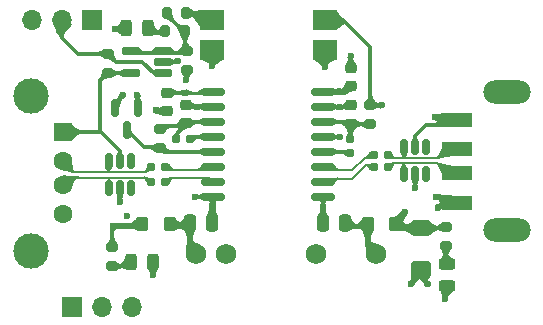
<source format=gbr>
%TF.GenerationSoftware,KiCad,Pcbnew,8.0.1*%
%TF.CreationDate,2024-05-09T21:24:45+03:00*%
%TF.ProjectId,USB_ISOLATOR,5553425f-4953-44f4-9c41-544f522e6b69,rev?*%
%TF.SameCoordinates,Original*%
%TF.FileFunction,Copper,L1,Top*%
%TF.FilePolarity,Positive*%
%FSLAX46Y46*%
G04 Gerber Fmt 4.6, Leading zero omitted, Abs format (unit mm)*
G04 Created by KiCad (PCBNEW 8.0.1) date 2024-05-09 21:24:45*
%MOMM*%
%LPD*%
G01*
G04 APERTURE LIST*
G04 Aperture macros list*
%AMRoundRect*
0 Rectangle with rounded corners*
0 $1 Rounding radius*
0 $2 $3 $4 $5 $6 $7 $8 $9 X,Y pos of 4 corners*
0 Add a 4 corners polygon primitive as box body*
4,1,4,$2,$3,$4,$5,$6,$7,$8,$9,$2,$3,0*
0 Add four circle primitives for the rounded corners*
1,1,$1+$1,$2,$3*
1,1,$1+$1,$4,$5*
1,1,$1+$1,$6,$7*
1,1,$1+$1,$8,$9*
0 Add four rect primitives between the rounded corners*
20,1,$1+$1,$2,$3,$4,$5,0*
20,1,$1+$1,$4,$5,$6,$7,0*
20,1,$1+$1,$6,$7,$8,$9,0*
20,1,$1+$1,$8,$9,$2,$3,0*%
G04 Aperture macros list end*
%TA.AperFunction,ComponentPad*%
%ADD10R,1.700000X1.700000*%
%TD*%
%TA.AperFunction,ComponentPad*%
%ADD11O,1.700000X1.700000*%
%TD*%
%TA.AperFunction,SMDPad,CuDef*%
%ADD12RoundRect,0.225000X0.250000X-0.225000X0.250000X0.225000X-0.250000X0.225000X-0.250000X-0.225000X0*%
%TD*%
%TA.AperFunction,SMDPad,CuDef*%
%ADD13RoundRect,0.250000X-0.250000X-0.475000X0.250000X-0.475000X0.250000X0.475000X-0.250000X0.475000X0*%
%TD*%
%TA.AperFunction,SMDPad,CuDef*%
%ADD14R,2.000000X1.780000*%
%TD*%
%TA.AperFunction,SMDPad,CuDef*%
%ADD15RoundRect,0.150000X0.150000X-0.512500X0.150000X0.512500X-0.150000X0.512500X-0.150000X-0.512500X0*%
%TD*%
%TA.AperFunction,SMDPad,CuDef*%
%ADD16RoundRect,0.150000X-0.875000X-0.150000X0.875000X-0.150000X0.875000X0.150000X-0.875000X0.150000X0*%
%TD*%
%TA.AperFunction,SMDPad,CuDef*%
%ADD17RoundRect,0.160000X-0.197500X-0.160000X0.197500X-0.160000X0.197500X0.160000X-0.197500X0.160000X0*%
%TD*%
%TA.AperFunction,SMDPad,CuDef*%
%ADD18RoundRect,0.200000X-0.200000X-0.275000X0.200000X-0.275000X0.200000X0.275000X-0.200000X0.275000X0*%
%TD*%
%TA.AperFunction,SMDPad,CuDef*%
%ADD19RoundRect,0.250000X0.250000X0.475000X-0.250000X0.475000X-0.250000X-0.475000X0.250000X-0.475000X0*%
%TD*%
%TA.AperFunction,SMDPad,CuDef*%
%ADD20RoundRect,0.150000X-0.150000X0.587500X-0.150000X-0.587500X0.150000X-0.587500X0.150000X0.587500X0*%
%TD*%
%TA.AperFunction,SMDPad,CuDef*%
%ADD21RoundRect,0.200000X0.275000X-0.200000X0.275000X0.200000X-0.275000X0.200000X-0.275000X-0.200000X0*%
%TD*%
%TA.AperFunction,SMDPad,CuDef*%
%ADD22RoundRect,0.200000X-0.275000X0.200000X-0.275000X-0.200000X0.275000X-0.200000X0.275000X0.200000X0*%
%TD*%
%TA.AperFunction,SMDPad,CuDef*%
%ADD23RoundRect,0.225000X-0.250000X0.225000X-0.250000X-0.225000X0.250000X-0.225000X0.250000X0.225000X0*%
%TD*%
%TA.AperFunction,SMDPad,CuDef*%
%ADD24R,2.500000X1.200000*%
%TD*%
%TA.AperFunction,ComponentPad*%
%ADD25O,4.000000X2.000000*%
%TD*%
%TA.AperFunction,ComponentPad*%
%ADD26R,1.500000X1.600000*%
%TD*%
%TA.AperFunction,ComponentPad*%
%ADD27C,1.600000*%
%TD*%
%TA.AperFunction,ComponentPad*%
%ADD28C,3.000000*%
%TD*%
%TA.AperFunction,SMDPad,CuDef*%
%ADD29RoundRect,0.243750X0.456250X-0.243750X0.456250X0.243750X-0.456250X0.243750X-0.456250X-0.243750X0*%
%TD*%
%TA.AperFunction,SMDPad,CuDef*%
%ADD30RoundRect,0.250000X-0.275000X-0.350000X0.275000X-0.350000X0.275000X0.350000X-0.275000X0.350000X0*%
%TD*%
%TA.AperFunction,SMDPad,CuDef*%
%ADD31RoundRect,0.162500X0.617500X0.162500X-0.617500X0.162500X-0.617500X-0.162500X0.617500X-0.162500X0*%
%TD*%
%TA.AperFunction,SMDPad,CuDef*%
%ADD32RoundRect,0.243750X-0.243750X-0.456250X0.243750X-0.456250X0.243750X0.456250X-0.243750X0.456250X0*%
%TD*%
%TA.AperFunction,SMDPad,CuDef*%
%ADD33RoundRect,0.243750X0.243750X0.456250X-0.243750X0.456250X-0.243750X-0.456250X0.243750X-0.456250X0*%
%TD*%
%TA.AperFunction,SMDPad,CuDef*%
%ADD34RoundRect,0.160000X0.160000X-0.197500X0.160000X0.197500X-0.160000X0.197500X-0.160000X-0.197500X0*%
%TD*%
%TA.AperFunction,ComponentPad*%
%ADD35C,1.750000*%
%TD*%
%TA.AperFunction,SMDPad,CuDef*%
%ADD36RoundRect,0.250000X-0.600000X0.400000X-0.600000X-0.400000X0.600000X-0.400000X0.600000X0.400000X0*%
%TD*%
%TA.AperFunction,ViaPad*%
%ADD37C,0.600000*%
%TD*%
%TA.AperFunction,Conductor*%
%ADD38C,0.300000*%
%TD*%
%TA.AperFunction,Conductor*%
%ADD39C,0.500000*%
%TD*%
%TA.AperFunction,Conductor*%
%ADD40C,0.293300*%
%TD*%
%TA.AperFunction,Conductor*%
%ADD41C,0.200000*%
%TD*%
G04 APERTURE END LIST*
D10*
%TO.P,J2,1,Pin_1*%
%TO.N,+5VA*%
X125668800Y-118770400D03*
D11*
%TO.P,J2,2,Pin_2*%
%TO.N,Net-(J2-Pin_2)*%
X128208800Y-118770400D03*
%TO.P,J2,3*%
%TO.N,N/C*%
X130748800Y-118770400D03*
%TD*%
D12*
%TO.P,C1,1*%
%TO.N,+3V3_1*%
X135305800Y-103162400D03*
%TO.P,C1,2*%
%TO.N,GND1*%
X135305800Y-101612400D03*
%TD*%
D13*
%TO.P,C6,1*%
%TO.N,Net-(U3-Vin)*%
X135651200Y-111607600D03*
%TO.P,C6,2*%
%TO.N,GND1*%
X137551200Y-111607600D03*
%TD*%
D14*
%TO.P,U2,1*%
%TO.N,Net-(R11-Pad2)*%
X137551200Y-94437200D03*
%TO.P,U2,2*%
%TO.N,GND1*%
X137551200Y-96977200D03*
%TO.P,U2,3*%
%TO.N,GND2*%
X147081200Y-96977200D03*
%TO.P,U2,4*%
%TO.N,/SDP_2*%
X147081200Y-94437200D03*
%TD*%
D15*
%TO.P,U6,1,IO1*%
%TO.N,/D1+*%
X128793200Y-108706500D03*
%TO.P,U6,2,VN*%
%TO.N,GND1*%
X129743200Y-108706500D03*
%TO.P,U6,3,IO2*%
%TO.N,unconnected-(U6-IO2-Pad3)*%
X130693200Y-108706500D03*
%TO.P,U6,4,IO3*%
%TO.N,unconnected-(U6-IO3-Pad4)*%
X130693200Y-106431500D03*
%TO.P,U6,5,VP*%
%TO.N,+5VA*%
X129743200Y-106431500D03*
%TO.P,U6,6,IO4*%
%TO.N,/D1-*%
X128793200Y-106431500D03*
%TD*%
%TO.P,U5,1,IO1*%
%TO.N,/D2+*%
X153786800Y-107512700D03*
%TO.P,U5,2,VN*%
%TO.N,GND2*%
X154736800Y-107512700D03*
%TO.P,U5,3,IO2*%
%TO.N,unconnected-(U5-IO2-Pad3)*%
X155686800Y-107512700D03*
%TO.P,U5,4,IO3*%
%TO.N,unconnected-(U5-IO3-Pad4)*%
X155686800Y-105237700D03*
%TO.P,U5,5,VP*%
%TO.N,+5VL*%
X154736800Y-105237700D03*
%TO.P,U5,6,IO4*%
%TO.N,/D2-*%
X153786800Y-105237700D03*
%TD*%
D16*
%TO.P,U1,1,VBUS1*%
%TO.N,Net-(J2-Pin_2)*%
X137640800Y-100533200D03*
%TO.P,U1,2,GND1*%
%TO.N,GND1*%
X137640800Y-101803200D03*
%TO.P,U1,3,VDD1*%
%TO.N,+3V3_1*%
X137640800Y-103073200D03*
%TO.P,U1,4,PDEN*%
%TO.N,Net-(U1-PDEN)*%
X137640800Y-104343200D03*
%TO.P,U1,5,SPU*%
%TO.N,/SDP_1*%
X137640800Y-105613200D03*
%TO.P,U1,6,UD-*%
%TO.N,/D3-*%
X137640800Y-106883200D03*
%TO.P,U1,7,UD+*%
%TO.N,/D3+*%
X137640800Y-108153200D03*
%TO.P,U1,8,GND1*%
%TO.N,GND1*%
X137640800Y-109423200D03*
%TO.P,U1,9,GND2*%
%TO.N,GND2*%
X146940800Y-109423200D03*
%TO.P,U1,10,DD+*%
%TO.N,/D4+*%
X146940800Y-108153200D03*
%TO.P,U1,11,DD-*%
%TO.N,/D4-*%
X146940800Y-106883200D03*
%TO.P,U1,12,PIN*%
%TO.N,Net-(U1-PIN)*%
X146940800Y-105613200D03*
%TO.P,U1,13,SPD*%
%TO.N,/SDP_2*%
X146940800Y-104343200D03*
%TO.P,U1,14,VDD2*%
%TO.N,+3V3_2*%
X146940800Y-103073200D03*
%TO.P,U1,15,GND2*%
%TO.N,GND2*%
X146940800Y-101803200D03*
%TO.P,U1,16,VBUS2*%
%TO.N,+5VL*%
X146940800Y-100533200D03*
%TD*%
D10*
%TO.P,J3,1,Pin_1*%
%TO.N,GND1*%
X127416800Y-94462600D03*
D11*
%TO.P,J3,2,Pin_2*%
%TO.N,Net-(J3-Pin_2)*%
X124876800Y-94462600D03*
%TO.P,J3,3*%
%TO.N,N/C*%
X122336800Y-94462600D03*
%TD*%
D17*
%TO.P,R3,1*%
%TO.N,/D4+*%
X151218300Y-106908600D03*
%TO.P,R3,2*%
%TO.N,/D2+*%
X152413300Y-106908600D03*
%TD*%
D12*
%TO.P,C4,1*%
%TO.N,+3V3_2*%
X149326600Y-103238600D03*
%TO.P,C4,2*%
%TO.N,GND2*%
X149326600Y-101688600D03*
%TD*%
D18*
%TO.P,R11,1*%
%TO.N,/Command*%
X133718800Y-93878400D03*
%TO.P,R11,2*%
%TO.N,Net-(R11-Pad2)*%
X135368800Y-93878400D03*
%TD*%
D19*
%TO.P,C5,1*%
%TO.N,Net-(U3-Vout)*%
X148828800Y-111607600D03*
%TO.P,C5,2*%
%TO.N,GND2*%
X146928800Y-111607600D03*
%TD*%
D20*
%TO.P,Q1,1,B*%
%TO.N,Net-(Q1-B)*%
X131252000Y-101884000D03*
%TO.P,Q1,2,E*%
%TO.N,GND1*%
X129352000Y-101884000D03*
%TO.P,Q1,3,C*%
%TO.N,/SDP_1*%
X130302000Y-103759000D03*
%TD*%
D21*
%TO.P,R13,1*%
%TO.N,+5VA*%
X128701800Y-98945200D03*
%TO.P,R13,2*%
%TO.N,Net-(J3-Pin_2)*%
X128701800Y-97295200D03*
%TD*%
D22*
%TO.P,R7,1*%
%TO.N,+3V3_1*%
X133096000Y-103645200D03*
%TO.P,R7,2*%
%TO.N,/SDP_1*%
X133096000Y-105295200D03*
%TD*%
%TO.P,R10,1*%
%TO.N,+5VA*%
X129082800Y-113652800D03*
%TO.P,R10,2*%
%TO.N,Net-(D2-A)*%
X129082800Y-115302800D03*
%TD*%
%TO.P,R12,1*%
%TO.N,+5VL*%
X157327600Y-111976400D03*
%TO.P,R12,2*%
%TO.N,Net-(D1-A)*%
X157327600Y-113626400D03*
%TD*%
D21*
%TO.P,R8,1*%
%TO.N,+3V3_2*%
X150952200Y-103288600D03*
%TO.P,R8,2*%
%TO.N,/SDP_2*%
X150952200Y-101638600D03*
%TD*%
D23*
%TO.P,C2,1*%
%TO.N,Net-(J2-Pin_2)*%
X133705600Y-100596400D03*
%TO.P,C2,2*%
%TO.N,GND1*%
X133705600Y-102146400D03*
%TD*%
D17*
%TO.P,R1,1*%
%TO.N,/D1+*%
X132396900Y-108127800D03*
%TO.P,R1,2*%
%TO.N,/D3+*%
X133591900Y-108127800D03*
%TD*%
D22*
%TO.P,R5,1*%
%TO.N,/Command*%
X135382000Y-97066600D03*
%TO.P,R5,2*%
%TO.N,Net-(Q1-B)*%
X135382000Y-98716600D03*
%TD*%
D17*
%TO.P,R4,1*%
%TO.N,/D4-*%
X151218300Y-105867200D03*
%TO.P,R4,2*%
%TO.N,/D2-*%
X152413300Y-105867200D03*
%TD*%
D24*
%TO.P,U7,1,Vbus*%
%TO.N,+5VL*%
X158259200Y-102911200D03*
%TO.P,U7,2,D-*%
%TO.N,/D2-*%
X158259200Y-105411200D03*
%TO.P,U7,3,D+*%
%TO.N,/D2+*%
X158259200Y-107411200D03*
%TO.P,U7,4,GND*%
%TO.N,GND2*%
X158259200Y-109911200D03*
D25*
%TO.P,U7,SW*%
%TO.N,N/C*%
X162509200Y-112261200D03*
X162509200Y-100561200D03*
%TD*%
D26*
%TO.P,J1,1,VBUS*%
%TO.N,+5VA*%
X124892400Y-103916600D03*
D27*
%TO.P,J1,2,D-*%
%TO.N,/D1-*%
X124892400Y-106416600D03*
%TO.P,J1,3,D+*%
%TO.N,/D1+*%
X124892400Y-108416600D03*
%TO.P,J1,4,GND*%
%TO.N,GND1*%
X124892400Y-110916600D03*
D28*
%TO.P,J1,5,Shield*%
%TO.N,unconnected-(J1-Shield-Pad5)*%
X122182400Y-100846600D03*
%TO.N,unconnected-(J1-Shield-Pad5)_0*%
X122182400Y-113986600D03*
%TD*%
D29*
%TO.P,D1,1,K*%
%TO.N,GND2*%
X157429200Y-117015500D03*
%TO.P,D1,2,A*%
%TO.N,Net-(D1-A)*%
X157429200Y-115140500D03*
%TD*%
D30*
%TO.P,FB1,1*%
%TO.N,+5VA*%
X131641200Y-111683800D03*
%TO.P,FB1,2*%
%TO.N,Net-(U3-Vin)*%
X133941200Y-111683800D03*
%TD*%
D31*
%TO.P,U4,1,+*%
%TO.N,Net-(J3-Pin_2)*%
X133379200Y-98956900D03*
%TO.P,U4,2,V-*%
%TO.N,GND1*%
X133379200Y-98006900D03*
%TO.P,U4,3,-*%
%TO.N,/Command*%
X133379200Y-97056900D03*
%TO.P,U4,4*%
X130679200Y-97056900D03*
%TO.P,U4,5,V+*%
%TO.N,+5VA*%
X130679200Y-98956900D03*
%TD*%
D30*
%TO.P,FB2,1*%
%TO.N,Net-(U3-Vout)*%
X150742000Y-111734600D03*
%TO.P,FB2,2*%
%TO.N,+5VL*%
X153042000Y-111734600D03*
%TD*%
D32*
%TO.P,D4,1,K*%
%TO.N,GND1*%
X130228100Y-95097600D03*
%TO.P,D4,2,A*%
%TO.N,Net-(D4-A)*%
X132103100Y-95097600D03*
%TD*%
D33*
%TO.P,D2,1,K*%
%TO.N,GND1*%
X132534900Y-114960400D03*
%TO.P,D2,2,A*%
%TO.N,Net-(D2-A)*%
X130659900Y-114960400D03*
%TD*%
D34*
%TO.P,R6,1*%
%TO.N,Net-(U1-PIN)*%
X149225000Y-105728100D03*
%TO.P,R6,2*%
%TO.N,+3V3_2*%
X149225000Y-104533100D03*
%TD*%
D18*
%TO.P,R15,1*%
%TO.N,Net-(D4-A)*%
X133591800Y-95402400D03*
%TO.P,R15,2*%
%TO.N,/Command*%
X135241800Y-95402400D03*
%TD*%
D35*
%TO.P,U3,1,Vin*%
%TO.N,Net-(U3-Vin)*%
X136220200Y-114300000D03*
%TO.P,U3,2,GND_1*%
%TO.N,GND1*%
X138760200Y-114300000D03*
%TO.P,U3,5,GND_2*%
%TO.N,GND2*%
X146380200Y-114300000D03*
%TO.P,U3,7,Vout*%
%TO.N,Net-(U3-Vout)*%
X151460200Y-114300000D03*
%TD*%
D17*
%TO.P,R9,1*%
%TO.N,+3V3_1*%
X134454300Y-104495600D03*
%TO.P,R9,2*%
%TO.N,Net-(U1-PDEN)*%
X135649300Y-104495600D03*
%TD*%
D36*
%TO.P,D3,1,K*%
%TO.N,+5VL*%
X155244800Y-112067400D03*
%TO.P,D3,2,A*%
%TO.N,GND2*%
X155244800Y-115567400D03*
%TD*%
D17*
%TO.P,R2,1*%
%TO.N,/D1-*%
X132396900Y-106883200D03*
%TO.P,R2,2*%
%TO.N,/D3-*%
X133591900Y-106883200D03*
%TD*%
D12*
%TO.P,C3,1*%
%TO.N,+5VL*%
X149301200Y-100063600D03*
%TO.P,C3,2*%
%TO.N,GND2*%
X149301200Y-98513600D03*
%TD*%
D37*
%TO.N,Net-(J2-Pin_2)*%
X135255000Y-100596400D03*
%TO.N,GND1*%
X132791200Y-102108000D03*
X130302000Y-111074200D03*
X136271000Y-101803200D03*
X129717800Y-109829600D03*
X136067800Y-109423200D03*
X129311400Y-95224600D03*
X132537200Y-116027200D03*
X137541000Y-98374200D03*
X137591800Y-110210600D03*
X134645400Y-97917000D03*
X129971800Y-100838000D03*
%TO.N,+5VA*%
X129133600Y-111912400D03*
%TO.N,+5VL*%
X153873200Y-110718600D03*
X156438600Y-102692200D03*
X148386800Y-100533200D03*
%TO.N,GND2*%
X156641800Y-110337600D03*
X148336000Y-101828600D03*
X157302200Y-118084600D03*
X147091400Y-98399600D03*
X146939000Y-110312200D03*
X156540200Y-109397800D03*
X155829000Y-116840000D03*
X149275800Y-97466300D03*
X154736800Y-108686600D03*
X154406600Y-116789200D03*
%TO.N,/SDP_2*%
X148361400Y-104368600D03*
X151917400Y-101676200D03*
%TO.N,Net-(Q1-B)*%
X135356600Y-99517200D03*
X131191000Y-100812600D03*
%TD*%
D38*
%TO.N,GND1*%
X137591800Y-110210600D02*
X137551200Y-110251200D01*
D39*
X137551200Y-110251200D02*
X137551200Y-111912400D01*
X137591800Y-110210600D02*
X137591800Y-109472200D01*
D38*
X136067800Y-109423200D02*
X137640800Y-109423200D01*
X132537200Y-116027200D02*
X132537200Y-114962700D01*
D40*
%TO.N,Net-(J2-Pin_2)*%
X135255000Y-100596400D02*
X137577600Y-100596400D01*
X133705600Y-100596400D02*
X135255000Y-100596400D01*
%TO.N,+5VA*%
X128701800Y-98945200D02*
X130667500Y-98945200D01*
D38*
X129108200Y-111937800D02*
X129108200Y-113627400D01*
X129133600Y-111912400D02*
X129108200Y-111937800D01*
D39*
X131641200Y-111912400D02*
X129133600Y-111912400D01*
D38*
%TO.N,Net-(D2-A)*%
X130317500Y-115302800D02*
X130659900Y-114960400D01*
X129489200Y-115302800D02*
X130317500Y-115302800D01*
%TO.N,GND1*%
X130202700Y-95250000D02*
X129336800Y-95250000D01*
X129336800Y-95250000D02*
X129311400Y-95224600D01*
X129743200Y-108706500D02*
X129743200Y-109804200D01*
X137551200Y-98364000D02*
X137541000Y-98374200D01*
X136271000Y-101803200D02*
X136245600Y-101828600D01*
X129971800Y-100838000D02*
X129352000Y-101457800D01*
D39*
X132829600Y-102146400D02*
X132791200Y-102108000D01*
D38*
X137640800Y-101803200D02*
X136271000Y-101803200D01*
X129743200Y-109804200D02*
X129717800Y-109829600D01*
X136245600Y-101828600D02*
X135522000Y-101828600D01*
X133379200Y-98006900D02*
X134555500Y-98006900D01*
X137551200Y-96977200D02*
X137551200Y-98364000D01*
X134555500Y-98006900D02*
X134645400Y-97917000D01*
D39*
X133705600Y-102146400D02*
X132829600Y-102146400D01*
D38*
%TO.N,+3V3_1*%
X134454300Y-104153300D02*
X134454300Y-104495600D01*
X135305800Y-103301800D02*
X134454300Y-104153300D01*
X137640800Y-103073200D02*
X135395000Y-103073200D01*
X133236200Y-103428800D02*
X135039400Y-103428800D01*
%TO.N,+5VA*%
X124892400Y-103916600D02*
X128097400Y-103916600D01*
X129743200Y-105562400D02*
X129743200Y-106431500D01*
X128066800Y-103916600D02*
X128066800Y-99542600D01*
X128097400Y-103916600D02*
X129743200Y-105562400D01*
X128066800Y-99542600D02*
X128664200Y-98945200D01*
X128097400Y-103916600D02*
X128066800Y-103916600D01*
%TO.N,+5VL*%
X155143200Y-112067400D02*
X157236600Y-112067400D01*
X154736800Y-104292400D02*
X155676600Y-103352600D01*
D39*
X153016600Y-111575200D02*
X153873200Y-110718600D01*
X148386800Y-100533200D02*
X148831600Y-100533200D01*
X146940800Y-100533200D02*
X148386800Y-100533200D01*
D38*
X155676600Y-103352600D02*
X157817800Y-103352600D01*
D39*
X148831600Y-100533200D02*
X149301200Y-100063600D01*
X155143200Y-112067400D02*
X153120800Y-112067400D01*
X156438600Y-102692200D02*
X158040200Y-102692200D01*
D38*
X154736800Y-105237700D02*
X154736800Y-104292400D01*
%TO.N,GND2*%
X157068200Y-109911200D02*
X158259200Y-109911200D01*
X147081200Y-98389400D02*
X147091400Y-98399600D01*
X146939000Y-110312200D02*
X146939000Y-111902200D01*
X148310600Y-101803200D02*
X148336000Y-101828600D01*
X146940800Y-101803200D02*
X148310600Y-101803200D01*
X155143200Y-116154200D02*
X155829000Y-116840000D01*
X147081200Y-96977200D02*
X147081200Y-98389400D01*
X156540200Y-109397800D02*
X157745800Y-109397800D01*
X157745800Y-109397800D02*
X158259200Y-109911200D01*
X155143200Y-116052600D02*
X154406600Y-116789200D01*
X149275800Y-98469300D02*
X149275800Y-97466300D01*
X146940800Y-109423200D02*
X146940800Y-110310400D01*
X148336000Y-101828600D02*
X149186600Y-101828600D01*
X155143200Y-115567400D02*
X155143200Y-116154200D01*
X146940800Y-110310400D02*
X146939000Y-110312200D01*
X156641800Y-110337600D02*
X157068200Y-109911200D01*
X154736800Y-107512700D02*
X154736800Y-108686600D01*
X157302200Y-117015500D02*
X157302200Y-118084600D01*
%TO.N,+3V3_2*%
X146940800Y-103073200D02*
X149161200Y-103073200D01*
X149225000Y-104533100D02*
X149225000Y-103340200D01*
X150952200Y-103288600D02*
X149376600Y-103288600D01*
%TO.N,Net-(U3-Vout)*%
X148803400Y-111937800D02*
X150691200Y-111937800D01*
D39*
X151460200Y-114300000D02*
X150716600Y-113556400D01*
X150716600Y-113556400D02*
X150716600Y-111963200D01*
D41*
%TO.N,/D1+*%
X125511400Y-107797600D02*
X128803400Y-107797600D01*
X124892400Y-108416600D02*
X125511400Y-107797600D01*
X132066700Y-107797600D02*
X132396900Y-108127800D01*
X128803400Y-107797600D02*
X128803400Y-108696300D01*
X128803400Y-107797600D02*
X132066700Y-107797600D01*
%TO.N,/D1-*%
X125816200Y-107340400D02*
X128803400Y-107340400D01*
X128793200Y-106431500D02*
X128793200Y-107330200D01*
X128793200Y-107330200D02*
X128803400Y-107340400D01*
X128803400Y-107340400D02*
X131939700Y-107340400D01*
X124892400Y-106416600D02*
X125816200Y-107340400D01*
X131939700Y-107340400D02*
X132396900Y-106883200D01*
%TO.N,/D2+*%
X153786800Y-107512700D02*
X153786800Y-106563200D01*
X153797000Y-106553000D02*
X156616400Y-106553000D01*
X153786800Y-106563200D02*
X153797000Y-106553000D01*
X156616400Y-106553000D02*
X157576200Y-107512800D01*
X152413300Y-106908600D02*
X152768900Y-106553000D01*
X152768900Y-106553000D02*
X153797000Y-106553000D01*
%TO.N,/D2-*%
X153771600Y-106146600D02*
X156743400Y-106146600D01*
X156743400Y-106146600D02*
X157377200Y-105512800D01*
X152413300Y-105867200D02*
X152692700Y-106146600D01*
X152692700Y-106146600D02*
X153771600Y-106146600D01*
X153786800Y-106131400D02*
X153771600Y-106146600D01*
X153786800Y-105237700D02*
X153786800Y-106131400D01*
D38*
%TO.N,/SDP_2*%
X148615400Y-94437200D02*
X150952200Y-96774000D01*
D41*
X148336000Y-104343200D02*
X148361400Y-104368600D01*
D38*
X150952200Y-96774000D02*
X150952200Y-101638600D01*
D41*
X151917400Y-101676200D02*
X150989800Y-101676200D01*
X146940800Y-104343200D02*
X148336000Y-104343200D01*
D38*
X147081200Y-94437200D02*
X148615400Y-94437200D01*
%TO.N,Net-(U1-PIN)*%
X146940800Y-105613200D02*
X149110100Y-105613200D01*
%TO.N,/SDP_1*%
X137640800Y-105613200D02*
X133490200Y-105613200D01*
X131762000Y-105219000D02*
X130302000Y-103759000D01*
X133490200Y-105613200D02*
X133096000Y-105219000D01*
X133096000Y-105219000D02*
X131762000Y-105219000D01*
D39*
%TO.N,Net-(U3-Vin)*%
X135651200Y-113731000D02*
X136220200Y-114300000D01*
X135651200Y-111912400D02*
X133941200Y-111912400D01*
X135651200Y-111912400D02*
X135651200Y-113731000D01*
D38*
%TO.N,/Command*%
X133379200Y-97260100D02*
X135086900Y-97260100D01*
X130679200Y-97260100D02*
X133379200Y-97260100D01*
X133718800Y-94031800D02*
X135241800Y-95554800D01*
X135241800Y-95554800D02*
X135241800Y-97028000D01*
%TO.N,Net-(Q1-B)*%
X135382000Y-98716600D02*
X135382000Y-99491800D01*
X131191000Y-100812600D02*
X131252000Y-100873600D01*
X135382000Y-99491800D02*
X135356600Y-99517200D01*
X131252000Y-100873600D02*
X131252000Y-101884000D01*
%TO.N,Net-(U1-PDEN)*%
X137640800Y-104343200D02*
X135801700Y-104343200D01*
%TO.N,Net-(D1-A)*%
X157327600Y-113626400D02*
X157327600Y-115115100D01*
%TO.N,Net-(D4-A)*%
X133591800Y-95554800D02*
X132382500Y-95554800D01*
%TO.N,Net-(J3-Pin_2)*%
X124876800Y-94462600D02*
X124876800Y-95946200D01*
X124876800Y-95946200D02*
X126225800Y-97295200D01*
X133176000Y-98956900D02*
X132586500Y-98956900D01*
X126225800Y-97295200D02*
X128701800Y-97295200D01*
X132586500Y-98956900D02*
X131597400Y-97967800D01*
X129374400Y-97967800D02*
X128701800Y-97295200D01*
X131597400Y-97967800D02*
X129374400Y-97967800D01*
%TO.N,Net-(R11-Pad2)*%
X135368800Y-93878400D02*
X136992400Y-93878400D01*
D41*
%TO.N,/D4+*%
X147220200Y-107873800D02*
X149428200Y-107873800D01*
X149428200Y-107873800D02*
X150596600Y-106705400D01*
X150596600Y-106705400D02*
X151015100Y-106705400D01*
X146940800Y-108153200D02*
X147220200Y-107873800D01*
%TO.N,/D4-*%
X150989700Y-106095800D02*
X151218300Y-105867200D01*
X146940800Y-106883200D02*
X147194800Y-107137200D01*
X150469600Y-106095800D02*
X150989700Y-106095800D01*
X149428200Y-107137200D02*
X150469600Y-106095800D01*
X147194800Y-107137200D02*
X149428200Y-107137200D01*
%TO.N,/D3+*%
X137310600Y-107823000D02*
X137640800Y-108153200D01*
X133591900Y-108127800D02*
X133896700Y-107823000D01*
X133896700Y-107823000D02*
X137310600Y-107823000D01*
%TO.N,/D3-*%
X137386800Y-107137200D02*
X137640800Y-106883200D01*
X133845900Y-107137200D02*
X137386800Y-107137200D01*
X133591900Y-106883200D02*
X133845900Y-107137200D01*
%TD*%
%TA.AperFunction,Conductor*%
%TO.N,GND1*%
G36*
X137800604Y-110386027D02*
G01*
X137803596Y-110391139D01*
X137824298Y-110464912D01*
X137847397Y-110543477D01*
X137870485Y-110618254D01*
X137870491Y-110618273D01*
X137893588Y-110689331D01*
X137916685Y-110756639D01*
X137916703Y-110756690D01*
X137939780Y-110820194D01*
X137962870Y-110879983D01*
X137962878Y-110880002D01*
X137962879Y-110880005D01*
X137985976Y-110936063D01*
X138009065Y-110988354D01*
X138009072Y-110988368D01*
X138028936Y-111030132D01*
X138029395Y-111039075D01*
X138027323Y-111042689D01*
X137560153Y-111597958D01*
X137552204Y-111602083D01*
X137543668Y-111599379D01*
X137542247Y-111597958D01*
X137075076Y-111042689D01*
X137072372Y-111034153D01*
X137073463Y-111030132D01*
X137093327Y-110988371D01*
X137116424Y-110936063D01*
X137139521Y-110880005D01*
X137162618Y-110820197D01*
X137185715Y-110756639D01*
X137208812Y-110689331D01*
X137231909Y-110618273D01*
X137255006Y-110543465D01*
X137278103Y-110464907D01*
X137298804Y-110391139D01*
X137304339Y-110384099D01*
X137310069Y-110382600D01*
X137792331Y-110382600D01*
X137800604Y-110386027D01*
G37*
%TD.AperFunction*%
%TD*%
%TA.AperFunction,Conductor*%
%TO.N,GND1*%
G36*
X137879771Y-110210559D02*
G01*
X137888031Y-110214013D01*
X137891430Y-110222298D01*
X137891424Y-110222624D01*
X137889276Y-110291418D01*
X137889220Y-110292257D01*
X137882423Y-110357941D01*
X137882294Y-110358841D01*
X137872304Y-110413500D01*
X137872130Y-110414296D01*
X137859966Y-110461841D01*
X137859833Y-110462317D01*
X137846500Y-110506561D01*
X137833093Y-110551041D01*
X137820765Y-110599233D01*
X137820764Y-110599238D01*
X137810623Y-110654723D01*
X137803735Y-110721279D01*
X137801554Y-110791189D01*
X137797871Y-110799351D01*
X137789860Y-110802524D01*
X137312862Y-110802524D01*
X137304589Y-110799097D01*
X137301162Y-110790862D01*
X137300936Y-110721970D01*
X137300936Y-110721969D01*
X137300223Y-110655763D01*
X137299170Y-110600119D01*
X137297890Y-110551515D01*
X137297890Y-110551514D01*
X137297875Y-110551041D01*
X137296500Y-110506562D01*
X137295108Y-110461581D01*
X137293830Y-110413047D01*
X137292777Y-110357407D01*
X137292063Y-110291109D01*
X137291838Y-110222298D01*
X137295238Y-110214015D01*
X137303498Y-110210561D01*
X137591800Y-110209600D01*
X137879771Y-110210559D01*
G37*
%TD.AperFunction*%
%TD*%
%TA.AperFunction,Conductor*%
%TO.N,GND1*%
G36*
X137648713Y-109430816D02*
G01*
X137648741Y-109430846D01*
X137912832Y-109718385D01*
X137915904Y-109726796D01*
X137915472Y-109729489D01*
X137909698Y-109749865D01*
X137902152Y-109777239D01*
X137894627Y-109805286D01*
X137894622Y-109805311D01*
X137887069Y-109834209D01*
X137887069Y-109834211D01*
X137887063Y-109834232D01*
X137887063Y-109834235D01*
X137879518Y-109863859D01*
X137871989Y-109894167D01*
X137871982Y-109894200D01*
X137864436Y-109925325D01*
X137864429Y-109925356D01*
X137864428Y-109925355D01*
X137856897Y-109957170D01*
X137856898Y-109957171D01*
X137849343Y-109989835D01*
X137844236Y-110012427D01*
X137843862Y-110014080D01*
X137838695Y-110021394D01*
X137832450Y-110023200D01*
X137352606Y-110023200D01*
X137344333Y-110019773D01*
X137340943Y-110012427D01*
X137339148Y-109989854D01*
X137339146Y-109989825D01*
X137336492Y-109957200D01*
X137333839Y-109925324D01*
X137331185Y-109894200D01*
X137328532Y-109863825D01*
X137325878Y-109834200D01*
X137323224Y-109805325D01*
X137323221Y-109805287D01*
X137320570Y-109777185D01*
X137320570Y-109777184D01*
X137317919Y-109749841D01*
X137317106Y-109741688D01*
X137315841Y-109728995D01*
X137318430Y-109720424D01*
X137319530Y-109719254D01*
X137632181Y-109430168D01*
X137640582Y-109427069D01*
X137648713Y-109430816D01*
G37*
%TD.AperFunction*%
%TD*%
%TA.AperFunction,Conductor*%
%TO.N,GND1*%
G36*
X137838572Y-109614027D02*
G01*
X137841996Y-109622099D01*
X137843200Y-109692424D01*
X137847000Y-109759699D01*
X137852600Y-109816061D01*
X137852602Y-109816080D01*
X137859397Y-109865131D01*
X137866800Y-109910599D01*
X137874180Y-109955929D01*
X137874221Y-109956204D01*
X137880966Y-110004894D01*
X137881020Y-110005342D01*
X137886576Y-110061268D01*
X137886614Y-110061765D01*
X137890386Y-110128543D01*
X137890403Y-110129003D01*
X137891597Y-110198739D01*
X137888313Y-110207069D01*
X137880099Y-110210637D01*
X137879938Y-110210639D01*
X137591839Y-110211599D01*
X137591761Y-110211599D01*
X137303661Y-110210639D01*
X137295399Y-110207185D01*
X137292000Y-110198900D01*
X137293196Y-110128998D01*
X137293213Y-110128543D01*
X137296985Y-110061765D01*
X137297023Y-110061268D01*
X137302582Y-110005312D01*
X137302628Y-110004930D01*
X137309385Y-109956153D01*
X137309413Y-109955968D01*
X137316800Y-109910599D01*
X137324200Y-109865149D01*
X137331000Y-109816061D01*
X137336600Y-109759699D01*
X137340400Y-109692424D01*
X137341603Y-109622099D01*
X137345171Y-109613887D01*
X137353301Y-109610600D01*
X137830299Y-109610600D01*
X137838572Y-109614027D01*
G37*
%TD.AperFunction*%
%TD*%
%TA.AperFunction,Conductor*%
%TO.N,GND1*%
G36*
X136713440Y-109136177D02*
G01*
X136919280Y-109199817D01*
X137605645Y-109412022D01*
X137612537Y-109417740D01*
X137613367Y-109426656D01*
X137607649Y-109433548D01*
X137605645Y-109434378D01*
X136713443Y-109710221D01*
X136704527Y-109709391D01*
X136703887Y-109709027D01*
X136669127Y-109687792D01*
X136629881Y-109666067D01*
X136629865Y-109666058D01*
X136590654Y-109646599D01*
X136590598Y-109646573D01*
X136551356Y-109629348D01*
X136512095Y-109614365D01*
X136472847Y-109601634D01*
X136433597Y-109591153D01*
X136433574Y-109591148D01*
X136394306Y-109582913D01*
X136355061Y-109576933D01*
X136355036Y-109576930D01*
X136326392Y-109574206D01*
X136318481Y-109570012D01*
X136315800Y-109562559D01*
X136315800Y-109283839D01*
X136319227Y-109275566D01*
X136326391Y-109272192D01*
X136339394Y-109270955D01*
X136355023Y-109269470D01*
X136355040Y-109269467D01*
X136355059Y-109269466D01*
X136394319Y-109263483D01*
X136433579Y-109255250D01*
X136472838Y-109244767D01*
X136512098Y-109232034D01*
X136551358Y-109217050D01*
X136590617Y-109199817D01*
X136590642Y-109199804D01*
X136590654Y-109199799D01*
X136629865Y-109180340D01*
X136629865Y-109180339D01*
X136629877Y-109180334D01*
X136669137Y-109158601D01*
X136703889Y-109137371D01*
X136712734Y-109135983D01*
X136713440Y-109136177D01*
G37*
%TD.AperFunction*%
%TD*%
%TA.AperFunction,Conductor*%
%TO.N,GND1*%
G36*
X136193367Y-109150619D02*
G01*
X136245722Y-109172918D01*
X136297962Y-109196114D01*
X136297960Y-109196116D01*
X136297972Y-109196118D01*
X136342187Y-109215827D01*
X136381260Y-109232258D01*
X136418043Y-109245607D01*
X136455399Y-109256078D01*
X136496190Y-109263871D01*
X136543279Y-109269188D01*
X136580778Y-109271216D01*
X136599525Y-109272230D01*
X136613835Y-109272433D01*
X136656266Y-109273036D01*
X136664490Y-109276580D01*
X136667800Y-109284735D01*
X136667800Y-109561664D01*
X136664373Y-109569937D01*
X136656266Y-109573363D01*
X136599525Y-109574168D01*
X136543287Y-109577210D01*
X136543283Y-109577210D01*
X136496188Y-109582528D01*
X136455400Y-109590320D01*
X136418041Y-109600791D01*
X136381243Y-109614147D01*
X136342215Y-109630559D01*
X136297962Y-109650284D01*
X136297947Y-109650290D01*
X136245808Y-109673442D01*
X136245645Y-109673513D01*
X136193444Y-109695747D01*
X136184489Y-109695836D01*
X136178095Y-109689568D01*
X136178063Y-109689494D01*
X136171386Y-109673513D01*
X136068683Y-109427709D01*
X136068657Y-109418756D01*
X136068662Y-109418742D01*
X136178064Y-109156903D01*
X136184415Y-109150593D01*
X136193367Y-109150619D01*
G37*
%TD.AperFunction*%
%TD*%
%TA.AperFunction,Conductor*%
%TO.N,GND1*%
G36*
X132542487Y-114968536D02*
G01*
X132543807Y-114969856D01*
X132996796Y-115501653D01*
X132999552Y-115510173D01*
X132996109Y-115517566D01*
X132972191Y-115541176D01*
X132940501Y-115577011D01*
X132908854Y-115617344D01*
X132908852Y-115617348D01*
X132877179Y-115662264D01*
X132845526Y-115711700D01*
X132813854Y-115765713D01*
X132782196Y-115824250D01*
X132750534Y-115887345D01*
X132750529Y-115887356D01*
X132718864Y-115955003D01*
X132690270Y-116020199D01*
X132683810Y-116026399D01*
X132679556Y-116027200D01*
X132394804Y-116027200D01*
X132386531Y-116023773D01*
X132384113Y-116020252D01*
X132355087Y-115954949D01*
X132355075Y-115954922D01*
X132322950Y-115887211D01*
X132290826Y-115824067D01*
X132258701Y-115765490D01*
X132226577Y-115711479D01*
X132194452Y-115662036D01*
X132162327Y-115617159D01*
X132130203Y-115576849D01*
X132098078Y-115541105D01*
X132098074Y-115541101D01*
X132098065Y-115541091D01*
X132073822Y-115517565D01*
X132070271Y-115509344D01*
X132073062Y-115501584D01*
X132525993Y-114969855D01*
X132533967Y-114965780D01*
X132542487Y-114968536D01*
G37*
%TD.AperFunction*%
%TD*%
%TA.AperFunction,Conductor*%
%TO.N,GND1*%
G36*
X132683938Y-115430627D02*
G01*
X132687364Y-115438734D01*
X132688168Y-115495473D01*
X132691210Y-115551711D01*
X132691210Y-115551715D01*
X132696528Y-115598810D01*
X132704320Y-115639598D01*
X132714791Y-115676957D01*
X132728147Y-115713755D01*
X132744559Y-115752783D01*
X132764284Y-115797037D01*
X132764281Y-115797038D01*
X132764290Y-115797051D01*
X132787442Y-115849190D01*
X132787513Y-115849353D01*
X132809747Y-115901555D01*
X132809836Y-115910510D01*
X132803568Y-115916904D01*
X132803494Y-115916936D01*
X132541711Y-116026315D01*
X132532756Y-116026342D01*
X132532689Y-116026315D01*
X132270905Y-115916936D01*
X132264593Y-115910584D01*
X132264619Y-115901631D01*
X132286918Y-115849277D01*
X132310114Y-115797037D01*
X132310116Y-115797037D01*
X132310118Y-115797027D01*
X132329827Y-115752812D01*
X132346258Y-115713739D01*
X132359607Y-115676956D01*
X132370078Y-115639600D01*
X132377871Y-115598809D01*
X132383188Y-115551720D01*
X132386230Y-115495471D01*
X132387036Y-115438733D01*
X132390580Y-115430510D01*
X132398735Y-115427200D01*
X132675665Y-115427200D01*
X132683938Y-115430627D01*
G37*
%TD.AperFunction*%
%TD*%
%TA.AperFunction,Conductor*%
%TO.N,Net-(J2-Pin_2)*%
G36*
X136663635Y-100281204D02*
G01*
X137355309Y-100459394D01*
X137601795Y-100522894D01*
X137608952Y-100528276D01*
X137610206Y-100537143D01*
X137604824Y-100544300D01*
X137602332Y-100545402D01*
X136712696Y-100820452D01*
X136704314Y-100819886D01*
X136669162Y-100803568D01*
X136669145Y-100803560D01*
X136669137Y-100803557D01*
X136659322Y-100799576D01*
X136629886Y-100787636D01*
X136629876Y-100787632D01*
X136590629Y-100774014D01*
X136590624Y-100774012D01*
X136590617Y-100774010D01*
X136590606Y-100774007D01*
X136590597Y-100774004D01*
X136577126Y-100770118D01*
X136551358Y-100762686D01*
X136512102Y-100753663D01*
X136472840Y-100746940D01*
X136472797Y-100746934D01*
X136433575Y-100742516D01*
X136394308Y-100740393D01*
X136355051Y-100740572D01*
X136328237Y-100742264D01*
X136319764Y-100739365D01*
X136315823Y-100731324D01*
X136315800Y-100730587D01*
X136315800Y-100459394D01*
X136319227Y-100451121D01*
X136325265Y-100447910D01*
X136350018Y-100443100D01*
X136350034Y-100443095D01*
X136350038Y-100443095D01*
X136367127Y-100438625D01*
X136384237Y-100434151D01*
X136418455Y-100422902D01*
X136452674Y-100409352D01*
X136468925Y-100401824D01*
X136486857Y-100393519D01*
X136486865Y-100393514D01*
X136486893Y-100393502D01*
X136521111Y-100375352D01*
X136555330Y-100354901D01*
X136589548Y-100332150D01*
X136623767Y-100307100D01*
X136653423Y-100283396D01*
X136662022Y-100280908D01*
X136663635Y-100281204D01*
G37*
%TD.AperFunction*%
%TD*%
%TA.AperFunction,Conductor*%
%TO.N,Net-(J2-Pin_2)*%
G36*
X135380562Y-100323833D02*
G01*
X135395266Y-100330119D01*
X135432887Y-100346200D01*
X135433082Y-100346285D01*
X135485273Y-100369726D01*
X135529481Y-100389823D01*
X135556111Y-100401344D01*
X135568498Y-100406704D01*
X135568501Y-100406705D01*
X135568508Y-100406708D01*
X135605231Y-100420544D01*
X135642528Y-100431496D01*
X135683275Y-100439729D01*
X135730352Y-100445405D01*
X135786634Y-100448691D01*
X135843482Y-100449571D01*
X135851700Y-100453126D01*
X135855000Y-100461270D01*
X135855000Y-100731529D01*
X135851573Y-100739802D01*
X135843481Y-100743228D01*
X135786621Y-100744108D01*
X135730373Y-100747392D01*
X135730364Y-100747393D01*
X135730359Y-100747393D01*
X135730352Y-100747394D01*
X135699778Y-100751080D01*
X135683273Y-100753070D01*
X135642537Y-100761300D01*
X135642524Y-100761303D01*
X135605221Y-100772257D01*
X135568501Y-100786093D01*
X135568498Y-100786094D01*
X135529478Y-100802976D01*
X135485321Y-100823051D01*
X135485272Y-100823073D01*
X135433081Y-100846512D01*
X135432887Y-100846597D01*
X135380652Y-100868927D01*
X135371698Y-100869028D01*
X135365295Y-100862768D01*
X135365257Y-100862680D01*
X135255883Y-100600909D01*
X135255857Y-100591956D01*
X135255862Y-100591942D01*
X135365258Y-100330117D01*
X135371609Y-100323807D01*
X135380562Y-100323833D01*
G37*
%TD.AperFunction*%
%TD*%
%TA.AperFunction,Conductor*%
%TO.N,Net-(J2-Pin_2)*%
G36*
X134050692Y-100171028D02*
G01*
X134050995Y-100171273D01*
X134100566Y-100212603D01*
X134100575Y-100212610D01*
X134100593Y-100212625D01*
X134159483Y-100257173D01*
X134218372Y-100297171D01*
X134277262Y-100332618D01*
X134336152Y-100363516D01*
X134395041Y-100389863D01*
X134453931Y-100411660D01*
X134512820Y-100428907D01*
X134571710Y-100441603D01*
X134620503Y-100448353D01*
X134628229Y-100452882D01*
X134630600Y-100459943D01*
X134630600Y-100732856D01*
X134627173Y-100741129D01*
X134620503Y-100744446D01*
X134571712Y-100751195D01*
X134512815Y-100763893D01*
X134512808Y-100763895D01*
X134453941Y-100781135D01*
X134395035Y-100802938D01*
X134338364Y-100828293D01*
X134336152Y-100829283D01*
X134292254Y-100852314D01*
X134277252Y-100860186D01*
X134218369Y-100895630D01*
X134159479Y-100935628D01*
X134159474Y-100935632D01*
X134100584Y-100980181D01*
X134100566Y-100980195D01*
X134050994Y-101021526D01*
X134042446Y-101024192D01*
X134034516Y-101020032D01*
X134034285Y-101019746D01*
X133710197Y-100603588D01*
X133707818Y-100594956D01*
X133710197Y-100589212D01*
X134034272Y-100173069D01*
X134042059Y-100168648D01*
X134050692Y-100171028D01*
G37*
%TD.AperFunction*%
%TD*%
%TA.AperFunction,Conductor*%
%TO.N,Net-(J2-Pin_2)*%
G36*
X135144704Y-100330032D02*
G01*
X135144742Y-100330119D01*
X135254115Y-100591889D01*
X135254142Y-100600844D01*
X135254115Y-100600911D01*
X135144742Y-100862680D01*
X135138390Y-100868992D01*
X135129436Y-100868965D01*
X135077079Y-100846584D01*
X135076896Y-100846504D01*
X135024774Y-100823095D01*
X135024725Y-100823073D01*
X134980519Y-100802976D01*
X134941500Y-100786094D01*
X134941497Y-100786093D01*
X134904777Y-100772257D01*
X134904772Y-100772255D01*
X134904768Y-100772254D01*
X134867471Y-100761302D01*
X134863754Y-100760551D01*
X134826724Y-100753070D01*
X134818471Y-100752075D01*
X134779647Y-100747394D01*
X134779637Y-100747393D01*
X134779634Y-100747393D01*
X134779625Y-100747392D01*
X134723377Y-100744108D01*
X134666519Y-100743228D01*
X134658300Y-100739673D01*
X134655000Y-100731529D01*
X134655000Y-100461270D01*
X134658427Y-100452997D01*
X134666517Y-100449571D01*
X134723365Y-100448691D01*
X134779647Y-100445405D01*
X134826723Y-100439729D01*
X134867471Y-100431496D01*
X134904768Y-100420544D01*
X134941491Y-100406708D01*
X134980517Y-100389823D01*
X135024725Y-100369726D01*
X135076973Y-100346259D01*
X135077036Y-100346231D01*
X135129348Y-100323871D01*
X135138302Y-100323771D01*
X135144704Y-100330032D01*
G37*
%TD.AperFunction*%
%TD*%
%TA.AperFunction,Conductor*%
%TO.N,+5VA*%
G36*
X130005349Y-98646950D02*
G01*
X130657051Y-98946268D01*
X130663139Y-98952835D01*
X130662800Y-98961783D01*
X130657051Y-98967532D01*
X130005614Y-99266728D01*
X129996666Y-99267067D01*
X129994016Y-99265677D01*
X129956983Y-99239723D01*
X129914445Y-99212588D01*
X129871940Y-99188148D01*
X129871903Y-99188127D01*
X129829396Y-99166359D01*
X129829390Y-99166356D01*
X129786846Y-99147244D01*
X129744334Y-99130822D01*
X129744309Y-99130813D01*
X129701804Y-99117067D01*
X129701790Y-99117063D01*
X129659262Y-99105984D01*
X129659257Y-99105983D01*
X129659250Y-99105981D01*
X129616745Y-99097581D01*
X129616733Y-99097579D01*
X129584338Y-99093215D01*
X129576596Y-99088714D01*
X129574200Y-99081620D01*
X129574200Y-98809354D01*
X129577627Y-98801081D01*
X129584969Y-98797691D01*
X129616731Y-98795160D01*
X129659262Y-98789095D01*
X129701794Y-98780355D01*
X129744325Y-98768940D01*
X129786857Y-98754850D01*
X129829388Y-98738084D01*
X129871919Y-98718643D01*
X129914451Y-98696527D01*
X129956982Y-98671736D01*
X129994121Y-98647752D01*
X130002928Y-98646144D01*
X130005349Y-98646950D01*
G37*
%TD.AperFunction*%
%TD*%
%TA.AperFunction,Conductor*%
%TO.N,+5VA*%
G36*
X129061860Y-98567085D02*
G01*
X129105683Y-98601337D01*
X129158029Y-98638450D01*
X129210375Y-98671764D01*
X129262722Y-98701276D01*
X129315068Y-98726989D01*
X129367414Y-98748902D01*
X129419761Y-98767014D01*
X129472107Y-98781326D01*
X129524453Y-98791838D01*
X129566589Y-98797240D01*
X129574358Y-98801691D01*
X129576800Y-98808845D01*
X129576800Y-99081554D01*
X129573373Y-99089827D01*
X129566588Y-99093159D01*
X129524453Y-99098560D01*
X129472101Y-99109074D01*
X129419768Y-99123382D01*
X129419765Y-99123383D01*
X129367415Y-99141496D01*
X129315060Y-99163413D01*
X129262729Y-99189119D01*
X129262727Y-99189120D01*
X129262722Y-99189123D01*
X129210375Y-99218635D01*
X129168503Y-99245283D01*
X129158024Y-99251952D01*
X129105684Y-99289061D01*
X129061860Y-99323313D01*
X129053231Y-99325708D01*
X129046028Y-99321999D01*
X128981850Y-99251952D01*
X128708040Y-98953102D01*
X128704979Y-98944689D01*
X128708040Y-98937297D01*
X129046029Y-98568399D01*
X129054145Y-98564615D01*
X129061860Y-98567085D01*
G37*
%TD.AperFunction*%
%TD*%
%TA.AperFunction,Conductor*%
%TO.N,+5VA*%
G36*
X129258388Y-112856227D02*
G01*
X129261059Y-112860364D01*
X129281771Y-112915169D01*
X129300180Y-112960948D01*
X129305354Y-112973814D01*
X129328928Y-113028691D01*
X129352508Y-113079828D01*
X129376090Y-113127220D01*
X129394805Y-113161855D01*
X129399662Y-113170842D01*
X129423239Y-113210723D01*
X129438998Y-113234874D01*
X129446827Y-113246873D01*
X129470398Y-113279245D01*
X129486610Y-113298933D01*
X129489224Y-113307498D01*
X129485110Y-113315323D01*
X129090713Y-113647142D01*
X129082177Y-113649846D01*
X129075221Y-113646764D01*
X128702823Y-113301044D01*
X128699091Y-113292903D01*
X128702208Y-113284509D01*
X128702400Y-113284308D01*
X128707329Y-113279245D01*
X128720458Y-113265758D01*
X128746874Y-113234874D01*
X128773273Y-113200263D01*
X128773283Y-113200249D01*
X128773290Y-113200240D01*
X128799705Y-113161855D01*
X128826121Y-113119721D01*
X128852537Y-113073837D01*
X128878952Y-113024202D01*
X128905368Y-112970818D01*
X128931784Y-112913684D01*
X128955144Y-112859842D01*
X128961580Y-112853618D01*
X128965877Y-112852800D01*
X129250115Y-112852800D01*
X129258388Y-112856227D01*
G37*
%TD.AperFunction*%
%TD*%
%TA.AperFunction,Conductor*%
%TO.N,+5VA*%
G36*
X129399781Y-112022616D02*
G01*
X129406092Y-112028967D01*
X129406065Y-112037922D01*
X129405985Y-112038108D01*
X129383155Y-112090198D01*
X129382966Y-112090607D01*
X129357944Y-112142189D01*
X129357807Y-112142462D01*
X129339460Y-112177898D01*
X129336026Y-112184533D01*
X129335306Y-112185923D01*
X129335298Y-112185938D01*
X129315414Y-112224208D01*
X129298339Y-112260066D01*
X129284139Y-112296540D01*
X129284133Y-112296558D01*
X129272934Y-112336531D01*
X129272931Y-112336545D01*
X129264812Y-112383018D01*
X129259869Y-112438975D01*
X129259869Y-112438976D01*
X129258485Y-112495703D01*
X129258479Y-112495934D01*
X129254851Y-112504121D01*
X129246782Y-112507348D01*
X128969845Y-112507348D01*
X128961572Y-112503921D01*
X128958145Y-112495703D01*
X128957886Y-112440392D01*
X128956632Y-112384943D01*
X128953968Y-112338264D01*
X128949425Y-112297619D01*
X128942535Y-112260271D01*
X128932826Y-112223483D01*
X128924151Y-112197471D01*
X128919837Y-112184533D01*
X128919832Y-112184519D01*
X128903081Y-112140642D01*
X128903073Y-112140624D01*
X128903063Y-112140596D01*
X128882120Y-112089151D01*
X128882106Y-112089116D01*
X128860905Y-112037983D01*
X128860902Y-112029028D01*
X128867200Y-112022707D01*
X129129090Y-111913283D01*
X129138044Y-111913257D01*
X129399781Y-112022616D01*
G37*
%TD.AperFunction*%
%TD*%
%TA.AperFunction,Conductor*%
%TO.N,+5VA*%
G36*
X131139930Y-111264796D02*
G01*
X131635254Y-111678005D01*
X131639412Y-111685936D01*
X131638340Y-111691981D01*
X131364422Y-112272570D01*
X131357793Y-112278590D01*
X131349516Y-112278449D01*
X131282897Y-112251946D01*
X131282882Y-112251940D01*
X131282878Y-112251939D01*
X131282858Y-112251932D01*
X131206050Y-112225497D01*
X131206039Y-112225494D01*
X131129175Y-112203166D01*
X131052325Y-112184968D01*
X131033105Y-112181448D01*
X130975466Y-112170894D01*
X130975460Y-112170893D01*
X130975448Y-112170891D01*
X130975441Y-112170890D01*
X130898621Y-112160946D01*
X130898614Y-112160945D01*
X130882931Y-112159756D01*
X130821759Y-112155121D01*
X130821747Y-112155120D01*
X130821738Y-112155120D01*
X130821733Y-112155119D01*
X130744929Y-112153421D01*
X130744899Y-112153422D01*
X130668071Y-112155847D01*
X130668060Y-112155847D01*
X130668053Y-112155848D01*
X130653446Y-112157093D01*
X130603894Y-112161317D01*
X130595359Y-112158605D01*
X130591242Y-112150653D01*
X130591200Y-112149659D01*
X130591200Y-111670279D01*
X130594627Y-111662006D01*
X130598500Y-111659438D01*
X130645214Y-111640486D01*
X130699229Y-111614447D01*
X130753244Y-111584283D01*
X130807259Y-111549995D01*
X130861274Y-111511581D01*
X130915289Y-111469042D01*
X130969304Y-111422379D01*
X131023319Y-111371590D01*
X131077334Y-111316676D01*
X131123806Y-111265881D01*
X131131917Y-111262093D01*
X131139930Y-111264796D01*
G37*
%TD.AperFunction*%
%TD*%
%TA.AperFunction,Conductor*%
%TO.N,+5VA*%
G36*
X129215199Y-111613796D02*
G01*
X129215652Y-111613812D01*
X129254355Y-111615999D01*
X129282433Y-111617585D01*
X129282932Y-111617623D01*
X129338880Y-111623182D01*
X129339273Y-111623229D01*
X129388029Y-111629983D01*
X129388240Y-111630014D01*
X129433599Y-111637400D01*
X129479049Y-111644800D01*
X129528137Y-111651599D01*
X129584500Y-111657200D01*
X129651775Y-111661000D01*
X129722100Y-111662203D01*
X129730313Y-111665771D01*
X129733600Y-111673901D01*
X129733600Y-112150898D01*
X129730173Y-112159171D01*
X129722100Y-112162596D01*
X129651773Y-112163800D01*
X129584516Y-112167599D01*
X129584513Y-112167599D01*
X129584500Y-112167600D01*
X129528137Y-112173200D01*
X129528117Y-112173202D01*
X129479066Y-112179997D01*
X129433599Y-112187400D01*
X129388268Y-112194780D01*
X129387993Y-112194821D01*
X129339303Y-112201565D01*
X129338855Y-112201619D01*
X129282930Y-112207176D01*
X129282433Y-112207214D01*
X129215655Y-112210986D01*
X129215195Y-112211003D01*
X129145460Y-112212197D01*
X129137130Y-112208913D01*
X129133562Y-112200699D01*
X129133560Y-112200538D01*
X129133516Y-112187400D01*
X129132600Y-111912400D01*
X129133560Y-111624259D01*
X129137014Y-111615999D01*
X129145298Y-111612600D01*
X129215199Y-111613796D01*
G37*
%TD.AperFunction*%
%TD*%
%TA.AperFunction,Conductor*%
%TO.N,Net-(D2-A)*%
G36*
X130181958Y-114621918D02*
G01*
X130182426Y-114622232D01*
X130652108Y-114954186D01*
X130656886Y-114961760D01*
X130655437Y-114969677D01*
X130283564Y-115601236D01*
X130276413Y-115606627D01*
X130267546Y-115605382D01*
X130267337Y-115605256D01*
X130218244Y-115574953D01*
X130206390Y-115568556D01*
X130158982Y-115542975D01*
X130158977Y-115542973D01*
X130158974Y-115542971D01*
X130099721Y-115515598D01*
X130040483Y-115492832D01*
X130040470Y-115492827D01*
X130040461Y-115492824D01*
X130016551Y-115485491D01*
X129981209Y-115474653D01*
X129981203Y-115474651D01*
X129981201Y-115474651D01*
X129966749Y-115471341D01*
X129921952Y-115461080D01*
X129921937Y-115461077D01*
X129862681Y-115452106D01*
X129803431Y-115447736D01*
X129803412Y-115447735D01*
X129744160Y-115447967D01*
X129744142Y-115447967D01*
X129697551Y-115451768D01*
X129689027Y-115449025D01*
X129684939Y-115441058D01*
X129684900Y-115440107D01*
X129684900Y-115159226D01*
X129688327Y-115150953D01*
X129690320Y-115149354D01*
X129733650Y-115121815D01*
X129782400Y-115085769D01*
X129831150Y-115044660D01*
X129879899Y-114998488D01*
X129928650Y-114947254D01*
X129977400Y-114890957D01*
X130026150Y-114829598D01*
X130074900Y-114763176D01*
X130123650Y-114691692D01*
X130165805Y-114625501D01*
X130173139Y-114620365D01*
X130181958Y-114621918D01*
G37*
%TD.AperFunction*%
%TD*%
%TA.AperFunction,Conductor*%
%TO.N,Net-(D2-A)*%
G36*
X129442846Y-114924583D02*
G01*
X129486683Y-114958376D01*
X129514688Y-114977959D01*
X129539031Y-114994981D01*
X129539045Y-114994990D01*
X129591352Y-115027817D01*
X129591365Y-115027825D01*
X129591375Y-115027831D01*
X129643722Y-115056934D01*
X129696068Y-115082287D01*
X129696073Y-115082289D01*
X129696075Y-115082290D01*
X129696085Y-115082295D01*
X129748396Y-115103882D01*
X129748401Y-115103884D01*
X129748414Y-115103889D01*
X129800761Y-115121742D01*
X129853107Y-115135844D01*
X129905453Y-115146197D01*
X129947565Y-115151509D01*
X129955343Y-115155943D01*
X129957800Y-115163116D01*
X129957800Y-115442483D01*
X129954373Y-115450756D01*
X129947564Y-115454091D01*
X129905459Y-115459401D01*
X129905451Y-115459402D01*
X129853097Y-115469757D01*
X129800759Y-115483857D01*
X129748396Y-115501716D01*
X129696085Y-115523304D01*
X129696075Y-115523309D01*
X129643730Y-115548660D01*
X129643706Y-115548673D01*
X129591365Y-115577773D01*
X129591352Y-115577781D01*
X129539045Y-115610608D01*
X129539031Y-115610617D01*
X129486695Y-115647214D01*
X129486649Y-115647248D01*
X129442847Y-115681014D01*
X129434203Y-115683351D01*
X129427077Y-115679652D01*
X129283833Y-115523309D01*
X129089040Y-115310702D01*
X129085979Y-115302289D01*
X129089040Y-115294897D01*
X129427080Y-114925944D01*
X129435193Y-114922161D01*
X129442846Y-114924583D01*
G37*
%TD.AperFunction*%
%TD*%
%TA.AperFunction,Conductor*%
%TO.N,GND1*%
G36*
X129749531Y-94681645D02*
G01*
X129751874Y-94683230D01*
X130104353Y-94989994D01*
X130220155Y-95090777D01*
X130224146Y-95098794D01*
X130221451Y-95107106D01*
X129772083Y-95644725D01*
X129764148Y-95648876D01*
X129755603Y-95646199D01*
X129754962Y-95645622D01*
X129708149Y-95600235D01*
X129708108Y-95600198D01*
X129652257Y-95550892D01*
X129596411Y-95506430D01*
X129596397Y-95506419D01*
X129540538Y-95466789D01*
X129540530Y-95466783D01*
X129484688Y-95432005D01*
X129484679Y-95432000D01*
X129428801Y-95402043D01*
X129372936Y-95376935D01*
X129372935Y-95376934D01*
X129340217Y-95365066D01*
X129317069Y-95356670D01*
X129317055Y-95356666D01*
X129261204Y-95341246D01*
X129227081Y-95334784D01*
X129219590Y-95329877D01*
X129217762Y-95321111D01*
X129220983Y-95315017D01*
X129417020Y-95118980D01*
X129417948Y-95118147D01*
X129449779Y-95092587D01*
X129482092Y-95062514D01*
X129514406Y-95028315D01*
X129546719Y-94989991D01*
X129579033Y-94947542D01*
X129611346Y-94900968D01*
X129643659Y-94850268D01*
X129675973Y-94795443D01*
X129708286Y-94736493D01*
X129733784Y-94686721D01*
X129740605Y-94680923D01*
X129749531Y-94681645D01*
G37*
%TD.AperFunction*%
%TD*%
%TA.AperFunction,Conductor*%
%TO.N,GND1*%
G36*
X129436922Y-94952134D02*
G01*
X129437052Y-94952190D01*
X129480373Y-94971176D01*
X129489198Y-94975044D01*
X129489607Y-94975233D01*
X129541218Y-95000268D01*
X129541432Y-95000375D01*
X129584938Y-95022900D01*
X129584953Y-95022908D01*
X129623185Y-95042772D01*
X129623194Y-95042776D01*
X129623205Y-95042782D01*
X129659085Y-95059866D01*
X129695541Y-95074059D01*
X129735534Y-95085265D01*
X129735543Y-95085266D01*
X129735545Y-95085267D01*
X129782018Y-95093386D01*
X129782020Y-95093386D01*
X129782025Y-95093387D01*
X129837976Y-95098330D01*
X129894934Y-95099721D01*
X129903121Y-95103349D01*
X129906348Y-95111418D01*
X129906348Y-95388354D01*
X129902921Y-95396627D01*
X129894703Y-95400054D01*
X129839384Y-95400313D01*
X129783943Y-95401567D01*
X129737275Y-95404230D01*
X129737272Y-95404230D01*
X129696618Y-95408772D01*
X129659274Y-95415663D01*
X129622484Y-95425371D01*
X129583526Y-95438364D01*
X129539612Y-95455128D01*
X129488150Y-95476078D01*
X129488116Y-95476093D01*
X129470476Y-95483407D01*
X129436983Y-95497294D01*
X129428028Y-95497297D01*
X129421706Y-95490997D01*
X129415473Y-95476079D01*
X129312283Y-95229109D01*
X129312257Y-95220156D01*
X129312262Y-95220142D01*
X129421616Y-94958417D01*
X129427967Y-94952107D01*
X129436922Y-94952134D01*
G37*
%TD.AperFunction*%
%TD*%
%TA.AperFunction,Conductor*%
%TO.N,GND1*%
G36*
X129748478Y-108720993D02*
G01*
X129753642Y-108726157D01*
X130029193Y-109271282D01*
X130029867Y-109280211D01*
X130029319Y-109281578D01*
X130017923Y-109305537D01*
X130017916Y-109305553D01*
X130004068Y-109336914D01*
X129990198Y-109370578D01*
X129976363Y-109406400D01*
X129962510Y-109444524D01*
X129962491Y-109444576D01*
X129948632Y-109484961D01*
X129948624Y-109484987D01*
X129934768Y-109527613D01*
X129920919Y-109572467D01*
X129907059Y-109619609D01*
X129895596Y-109660461D01*
X129890061Y-109667501D01*
X129884331Y-109669000D01*
X129602069Y-109669000D01*
X129593796Y-109665573D01*
X129590804Y-109660461D01*
X129579339Y-109619609D01*
X129565479Y-109572467D01*
X129565147Y-109571392D01*
X129551625Y-109527595D01*
X129537767Y-109484961D01*
X129523909Y-109444576D01*
X129510050Y-109406441D01*
X129496192Y-109370557D01*
X129482334Y-109336922D01*
X129468476Y-109305537D01*
X129457081Y-109281582D01*
X129456623Y-109272642D01*
X129457199Y-109271295D01*
X129732758Y-108726156D01*
X129739549Y-108720319D01*
X129748478Y-108720993D01*
G37*
%TD.AperFunction*%
%TD*%
%TA.AperFunction,Conductor*%
%TO.N,GND1*%
G36*
X129889828Y-109238079D02*
G01*
X129893254Y-109246295D01*
X129893513Y-109301607D01*
X129894767Y-109357056D01*
X129894877Y-109358980D01*
X129897430Y-109403723D01*
X129897430Y-109403726D01*
X129901972Y-109444380D01*
X129908862Y-109481720D01*
X129918571Y-109518514D01*
X129931564Y-109557472D01*
X129948328Y-109601385D01*
X129964343Y-109640722D01*
X129969293Y-109652882D01*
X129978234Y-109674446D01*
X129990494Y-109704016D01*
X129990497Y-109712971D01*
X129984197Y-109719293D01*
X129722311Y-109828715D01*
X129713356Y-109828742D01*
X129713289Y-109828715D01*
X129451619Y-109719384D01*
X129445307Y-109713032D01*
X129445334Y-109704077D01*
X129445414Y-109703892D01*
X129467785Y-109652847D01*
X129468249Y-109651787D01*
X129468417Y-109651422D01*
X129493483Y-109599750D01*
X129493559Y-109599597D01*
X129516100Y-109556061D01*
X129516102Y-109556062D01*
X129516104Y-109556051D01*
X129535982Y-109517794D01*
X129553066Y-109481913D01*
X129567259Y-109445457D01*
X129578465Y-109405465D01*
X129586587Y-109358974D01*
X129591530Y-109303023D01*
X129592921Y-109246065D01*
X129596549Y-109237879D01*
X129604618Y-109234652D01*
X129881555Y-109234652D01*
X129889828Y-109238079D01*
G37*
%TD.AperFunction*%
%TD*%
%TA.AperFunction,Conductor*%
%TO.N,GND1*%
G36*
X129726933Y-100887329D02*
G01*
X129727566Y-100887918D01*
X129925517Y-101085869D01*
X129928944Y-101094142D01*
X129928236Y-101098148D01*
X129902911Y-101167651D01*
X129902893Y-101167702D01*
X129875048Y-101246361D01*
X129875032Y-101246410D01*
X129847152Y-101327419D01*
X129819274Y-101410678D01*
X129791395Y-101496187D01*
X129791382Y-101496229D01*
X129763503Y-101583986D01*
X129735625Y-101673994D01*
X129707747Y-101766251D01*
X129679889Y-101860686D01*
X129679879Y-101860723D01*
X129675803Y-101874871D01*
X129655102Y-101946713D01*
X129649518Y-101953714D01*
X129641107Y-101954846D01*
X129360874Y-101887025D01*
X129353639Y-101881748D01*
X129351952Y-101874871D01*
X129359232Y-101766251D01*
X129400330Y-101153044D01*
X129404303Y-101145019D01*
X129406575Y-101143463D01*
X129432557Y-101129876D01*
X129464346Y-101111002D01*
X129496135Y-101089878D01*
X129527924Y-101066504D01*
X129559713Y-101040880D01*
X129591502Y-101013005D01*
X129623291Y-100982881D01*
X129655080Y-100950507D01*
X129686869Y-100915883D01*
X129710433Y-100888549D01*
X129718429Y-100884523D01*
X129726933Y-100887329D01*
G37*
%TD.AperFunction*%
%TD*%
%TA.AperFunction,Conductor*%
%TO.N,GND1*%
G36*
X129849331Y-100786715D02*
G01*
X129967984Y-100835436D01*
X129974336Y-100841748D01*
X129974363Y-100841815D01*
X130082130Y-101104266D01*
X130082103Y-101113221D01*
X130075751Y-101119533D01*
X130075677Y-101119563D01*
X130023083Y-101140737D01*
X130022917Y-101140803D01*
X129969639Y-101161316D01*
X129969623Y-101161322D01*
X129924386Y-101178665D01*
X129885182Y-101194657D01*
X129885140Y-101194675D01*
X129849722Y-101211231D01*
X129849717Y-101211234D01*
X129815903Y-101230242D01*
X129798721Y-101241912D01*
X129781544Y-101253579D01*
X129781539Y-101253583D01*
X129744494Y-101283110D01*
X129744481Y-101283122D01*
X129702568Y-101320733D01*
X129661873Y-101360290D01*
X129653552Y-101363599D01*
X129645445Y-101360173D01*
X129449626Y-101164354D01*
X129446199Y-101156081D01*
X129449508Y-101147927D01*
X129489059Y-101107236D01*
X129526682Y-101065311D01*
X129556219Y-101028255D01*
X129579553Y-100993900D01*
X129598563Y-100960082D01*
X129615133Y-100924633D01*
X129631144Y-100885386D01*
X129648476Y-100840175D01*
X129669013Y-100786834D01*
X129690236Y-100734121D01*
X129696505Y-100727728D01*
X129705459Y-100727639D01*
X129849331Y-100786715D01*
G37*
%TD.AperFunction*%
%TD*%
%TA.AperFunction,Conductor*%
%TO.N,GND1*%
G36*
X136713440Y-101516177D02*
G01*
X136919280Y-101579817D01*
X137605645Y-101792022D01*
X137612537Y-101797740D01*
X137613367Y-101806656D01*
X137607649Y-101813548D01*
X137605645Y-101814378D01*
X136713443Y-102090221D01*
X136704527Y-102089391D01*
X136703887Y-102089027D01*
X136669127Y-102067792D01*
X136629881Y-102046067D01*
X136629865Y-102046058D01*
X136590654Y-102026599D01*
X136590598Y-102026573D01*
X136551356Y-102009348D01*
X136512095Y-101994365D01*
X136472847Y-101981634D01*
X136433597Y-101971153D01*
X136433574Y-101971148D01*
X136394306Y-101962913D01*
X136355061Y-101956933D01*
X136355036Y-101956930D01*
X136326392Y-101954206D01*
X136318481Y-101950012D01*
X136315800Y-101942559D01*
X136315800Y-101663839D01*
X136319227Y-101655566D01*
X136326391Y-101652192D01*
X136339394Y-101650955D01*
X136355023Y-101649470D01*
X136355040Y-101649467D01*
X136355059Y-101649466D01*
X136394319Y-101643483D01*
X136433579Y-101635250D01*
X136472838Y-101624767D01*
X136512098Y-101612034D01*
X136551358Y-101597050D01*
X136590617Y-101579817D01*
X136590642Y-101579804D01*
X136590654Y-101579799D01*
X136629865Y-101560340D01*
X136629865Y-101560339D01*
X136629877Y-101560334D01*
X136669137Y-101538601D01*
X136703889Y-101517371D01*
X136712734Y-101515983D01*
X136713440Y-101516177D01*
G37*
%TD.AperFunction*%
%TD*%
%TA.AperFunction,Conductor*%
%TO.N,GND1*%
G36*
X136396567Y-101530619D02*
G01*
X136448922Y-101552918D01*
X136501162Y-101576114D01*
X136501160Y-101576116D01*
X136501172Y-101576118D01*
X136545387Y-101595827D01*
X136584460Y-101612258D01*
X136621243Y-101625607D01*
X136658599Y-101636078D01*
X136699390Y-101643871D01*
X136746479Y-101649188D01*
X136783978Y-101651216D01*
X136802725Y-101652230D01*
X136817035Y-101652433D01*
X136859466Y-101653036D01*
X136867690Y-101656580D01*
X136871000Y-101664735D01*
X136871000Y-101941664D01*
X136867573Y-101949937D01*
X136859466Y-101953363D01*
X136802725Y-101954168D01*
X136746487Y-101957210D01*
X136746483Y-101957210D01*
X136699388Y-101962528D01*
X136658600Y-101970320D01*
X136621241Y-101980791D01*
X136584443Y-101994147D01*
X136545415Y-102010559D01*
X136501162Y-102030284D01*
X136501147Y-102030290D01*
X136449008Y-102053442D01*
X136448845Y-102053513D01*
X136396644Y-102075747D01*
X136387689Y-102075836D01*
X136381295Y-102069568D01*
X136381263Y-102069494D01*
X136374586Y-102053513D01*
X136271883Y-101807709D01*
X136271857Y-101798756D01*
X136271862Y-101798742D01*
X136381264Y-101536903D01*
X136387615Y-101530593D01*
X136396567Y-101530619D01*
G37*
%TD.AperFunction*%
%TD*%
%TA.AperFunction,Conductor*%
%TO.N,GND1*%
G36*
X135736223Y-101258498D02*
G01*
X135736489Y-101258821D01*
X135779132Y-101312503D01*
X135829317Y-101371180D01*
X135829329Y-101371194D01*
X135879500Y-101425356D01*
X135879502Y-101425358D01*
X135929688Y-101475035D01*
X135979873Y-101520213D01*
X135979878Y-101520217D01*
X135979888Y-101520226D01*
X136030039Y-101560875D01*
X136030058Y-101560890D01*
X136080244Y-101597067D01*
X136130429Y-101628745D01*
X136180614Y-101655922D01*
X136223918Y-101675490D01*
X136230046Y-101682020D01*
X136230800Y-101686152D01*
X136230800Y-101964662D01*
X136227373Y-101972935D01*
X136219100Y-101976362D01*
X136217074Y-101976185D01*
X136163302Y-101966729D01*
X136095795Y-101959358D01*
X136028320Y-101956489D01*
X136028307Y-101956489D01*
X136028300Y-101956489D01*
X135986112Y-101957507D01*
X135960788Y-101958119D01*
X135893320Y-101964247D01*
X135893302Y-101964249D01*
X135893300Y-101964250D01*
X135853224Y-101970561D01*
X135825793Y-101974881D01*
X135758298Y-101990010D01*
X135758295Y-101990011D01*
X135690792Y-102009642D01*
X135690782Y-102009646D01*
X135623316Y-102033764D01*
X135623271Y-102033781D01*
X135565469Y-102058298D01*
X135556515Y-102058374D01*
X135550683Y-102053226D01*
X135309463Y-101620760D01*
X135308426Y-101611866D01*
X135312071Y-101606175D01*
X135719727Y-101257217D01*
X135728240Y-101254441D01*
X135736223Y-101258498D01*
G37*
%TD.AperFunction*%
%TD*%
%TA.AperFunction,Conductor*%
%TO.N,GND1*%
G36*
X136160704Y-101536834D02*
G01*
X136160781Y-101537014D01*
X136178291Y-101578919D01*
X136270115Y-101798689D01*
X136270142Y-101807644D01*
X136270115Y-101807711D01*
X136160693Y-102069597D01*
X136154341Y-102075909D01*
X136145416Y-102075894D01*
X136115846Y-102063634D01*
X136094282Y-102054693D01*
X136094247Y-102054678D01*
X136042785Y-102033728D01*
X135998872Y-102016964D01*
X135959914Y-102003971D01*
X135923124Y-101994263D01*
X135923125Y-101994263D01*
X135885780Y-101987372D01*
X135852705Y-101983677D01*
X135845135Y-101982831D01*
X135845130Y-101982830D01*
X135845124Y-101982830D01*
X135804659Y-101980521D01*
X135798456Y-101980167D01*
X135791524Y-101980010D01*
X135743014Y-101978913D01*
X135687697Y-101978654D01*
X135679440Y-101975188D01*
X135676052Y-101966954D01*
X135676052Y-101690018D01*
X135679479Y-101681745D01*
X135687465Y-101678321D01*
X135744423Y-101676930D01*
X135800374Y-101671987D01*
X135846865Y-101663865D01*
X135886857Y-101652659D01*
X135923313Y-101638466D01*
X135959194Y-101621382D01*
X135997461Y-101601500D01*
X136040997Y-101578959D01*
X136041150Y-101578883D01*
X136092822Y-101553817D01*
X136093187Y-101553649D01*
X136145292Y-101530813D01*
X136154245Y-101530632D01*
X136160704Y-101536834D01*
G37*
%TD.AperFunction*%
%TD*%
%TA.AperFunction,Conductor*%
%TO.N,GND1*%
G36*
X134064309Y-97697850D02*
G01*
X134101407Y-97722339D01*
X134101416Y-97722344D01*
X134101417Y-97722345D01*
X134143948Y-97747796D01*
X134143963Y-97747804D01*
X134143980Y-97747814D01*
X134182017Y-97768225D01*
X134186480Y-97770621D01*
X134229011Y-97790821D01*
X134229025Y-97790827D01*
X134229034Y-97790831D01*
X134260515Y-97803839D01*
X134271543Y-97808397D01*
X134314074Y-97823348D01*
X134356605Y-97835673D01*
X134377871Y-97840523D01*
X134399140Y-97845375D01*
X134415102Y-97848029D01*
X134441668Y-97852449D01*
X134441679Y-97852450D01*
X134441684Y-97852451D01*
X134473718Y-97855803D01*
X134481589Y-97860072D01*
X134484200Y-97867439D01*
X134484200Y-98146360D01*
X134480773Y-98154633D01*
X134473718Y-98157996D01*
X134441684Y-98161347D01*
X134441667Y-98161350D01*
X134399140Y-98168424D01*
X134356602Y-98178126D01*
X134323892Y-98187606D01*
X134314074Y-98190452D01*
X134314068Y-98190454D01*
X134314067Y-98190454D01*
X134271553Y-98205398D01*
X134271541Y-98205402D01*
X134229034Y-98222967D01*
X134186478Y-98243179D01*
X134143963Y-98265995D01*
X134143946Y-98266005D01*
X134101407Y-98291459D01*
X134064309Y-98315949D01*
X134055516Y-98317647D01*
X134052980Y-98316817D01*
X133704793Y-98156900D01*
X133401347Y-98017531D01*
X133395260Y-98010965D01*
X133395599Y-98002017D01*
X133401347Y-97996268D01*
X134052981Y-97696981D01*
X134061928Y-97696643D01*
X134064309Y-97697850D01*
G37*
%TD.AperFunction*%
%TD*%
%TA.AperFunction,Conductor*%
%TO.N,GND1*%
G36*
X134535099Y-97650646D02*
G01*
X134535304Y-97651108D01*
X134645488Y-97914817D01*
X134646392Y-97919367D01*
X134645439Y-98205089D01*
X134641985Y-98213351D01*
X134633700Y-98216750D01*
X134633491Y-98216747D01*
X134566178Y-98215322D01*
X134565610Y-98215296D01*
X134500901Y-98210770D01*
X134500287Y-98210711D01*
X134446209Y-98204053D01*
X134445657Y-98203972D01*
X134398514Y-98195870D01*
X134398179Y-98195807D01*
X134354341Y-98186950D01*
X134310334Y-98178057D01*
X134262764Y-98169882D01*
X134262758Y-98169881D01*
X134208114Y-98163152D01*
X134208049Y-98163146D01*
X134142813Y-98158583D01*
X134142757Y-98158581D01*
X134074734Y-98157142D01*
X134066536Y-98153541D01*
X134063282Y-98145445D01*
X134063282Y-97868037D01*
X134066709Y-97859764D01*
X134074405Y-97856351D01*
X134132544Y-97853484D01*
X134187963Y-97843790D01*
X134232851Y-97828647D01*
X134270522Y-97808887D01*
X134304292Y-97785339D01*
X134337466Y-97758838D01*
X134337475Y-97758835D01*
X134337473Y-97758833D01*
X134373159Y-97730375D01*
X134373621Y-97730027D01*
X134414936Y-97700546D01*
X134415736Y-97700025D01*
X134466155Y-97670149D01*
X134467116Y-97669640D01*
X134519537Y-97645027D01*
X134528481Y-97644614D01*
X134535099Y-97650646D01*
G37*
%TD.AperFunction*%
%TD*%
%TA.AperFunction,Conductor*%
%TO.N,GND1*%
G36*
X137560143Y-96984800D02*
G01*
X138418395Y-97850468D01*
X138421943Y-97854046D01*
X138425334Y-97862333D01*
X138421871Y-97870592D01*
X138417504Y-97873325D01*
X138366464Y-97891212D01*
X138356324Y-97894766D01*
X138356181Y-97894816D01*
X138356176Y-97894818D01*
X138277401Y-97929912D01*
X138277395Y-97929915D01*
X138218864Y-97961552D01*
X138198608Y-97972501D01*
X138178238Y-97985447D01*
X138119810Y-98022579D01*
X138041032Y-98080133D01*
X138041016Y-98080145D01*
X137962249Y-98145174D01*
X137962247Y-98145176D01*
X137962233Y-98145189D01*
X137883441Y-98217727D01*
X137883434Y-98217733D01*
X137883433Y-98217735D01*
X137804651Y-98297749D01*
X137725855Y-98385265D01*
X137655264Y-98470380D01*
X137647345Y-98474560D01*
X137638789Y-98471917D01*
X137637985Y-98471184D01*
X137434942Y-98268141D01*
X137434935Y-98268134D01*
X137356940Y-98198446D01*
X137356938Y-98198444D01*
X137278941Y-98135332D01*
X137278917Y-98135314D01*
X137200955Y-98078805D01*
X137200956Y-98078805D01*
X137200933Y-98078789D01*
X137200911Y-98078775D01*
X137200898Y-98078766D01*
X137122933Y-98028829D01*
X137122921Y-98028822D01*
X137044930Y-97985446D01*
X136966933Y-97948642D01*
X136888933Y-97918415D01*
X136810931Y-97894766D01*
X136810924Y-97894764D01*
X136732940Y-97877695D01*
X136678463Y-97870366D01*
X136670721Y-97865866D01*
X136668427Y-97857210D01*
X136671778Y-97850469D01*
X137543599Y-96984742D01*
X137551883Y-96981345D01*
X137560143Y-96984800D01*
G37*
%TD.AperFunction*%
%TD*%
%TA.AperFunction,Conductor*%
%TO.N,GND1*%
G36*
X137697895Y-97779656D02*
G01*
X137701321Y-97787807D01*
X137701905Y-97843942D01*
X137704232Y-97899882D01*
X137708484Y-97946787D01*
X137708489Y-97946825D01*
X137714972Y-97987528D01*
X137714977Y-97987552D01*
X137724011Y-98024903D01*
X137724019Y-98024930D01*
X137735897Y-98061693D01*
X137735898Y-98061695D01*
X137735900Y-98061700D01*
X137750751Y-98100217D01*
X137750950Y-98100734D01*
X137769491Y-98144867D01*
X137791743Y-98196702D01*
X137791759Y-98196780D01*
X137791774Y-98196774D01*
X137813606Y-98248579D01*
X137813661Y-98257534D01*
X137807368Y-98263905D01*
X137807335Y-98263919D01*
X137545511Y-98373315D01*
X137536556Y-98373342D01*
X137536489Y-98373315D01*
X137274751Y-98263955D01*
X137268439Y-98257603D01*
X137268466Y-98248648D01*
X137268496Y-98248579D01*
X137290994Y-98196361D01*
X137291078Y-98196172D01*
X137315029Y-98144153D01*
X137335892Y-98100170D01*
X137353708Y-98061412D01*
X137368560Y-98024980D01*
X137380528Y-97987975D01*
X137389694Y-97947497D01*
X137396140Y-97900646D01*
X137399948Y-97844523D01*
X137400989Y-97787713D01*
X137404567Y-97779506D01*
X137412687Y-97776229D01*
X137689622Y-97776229D01*
X137697895Y-97779656D01*
G37*
%TD.AperFunction*%
%TD*%
%TA.AperFunction,Conductor*%
%TO.N,GND1*%
G36*
X133376668Y-101722809D02*
G01*
X133377195Y-101723439D01*
X133700722Y-102139917D01*
X133703091Y-102148553D01*
X133700710Y-102154287D01*
X133375704Y-102571306D01*
X133367916Y-102575725D01*
X133360708Y-102574293D01*
X133294372Y-102536701D01*
X133234638Y-102505238D01*
X133219232Y-102497124D01*
X133144100Y-102460549D01*
X133144090Y-102460544D01*
X133068970Y-102426975D01*
X132993845Y-102396403D01*
X132968792Y-102387208D01*
X132918704Y-102368826D01*
X132918686Y-102368820D01*
X132843590Y-102344256D01*
X132768429Y-102322673D01*
X132713543Y-102309104D01*
X132693308Y-102304102D01*
X132639401Y-102292927D01*
X132631997Y-102287894D01*
X132630321Y-102279097D01*
X132633502Y-102273201D01*
X132969299Y-101937404D01*
X132975083Y-101934246D01*
X133011504Y-101926331D01*
X133051281Y-101914686D01*
X133091058Y-101900041D01*
X133130835Y-101882396D01*
X133170612Y-101861751D01*
X133210388Y-101838106D01*
X133250165Y-101811461D01*
X133289942Y-101781816D01*
X133329719Y-101749171D01*
X133360148Y-101721903D01*
X133368595Y-101718935D01*
X133376668Y-101722809D01*
G37*
%TD.AperFunction*%
%TD*%
%TA.AperFunction,Conductor*%
%TO.N,GND1*%
G36*
X132803153Y-101808364D02*
G01*
X132872079Y-101810463D01*
X132872864Y-101810514D01*
X132938460Y-101817133D01*
X132938604Y-101817148D01*
X132939482Y-101817270D01*
X132994237Y-101827027D01*
X132994986Y-101827187D01*
X133042632Y-101839066D01*
X133043041Y-101839177D01*
X133087380Y-101852200D01*
X133131927Y-101865283D01*
X133131942Y-101865286D01*
X133131943Y-101865287D01*
X133180133Y-101877302D01*
X133180139Y-101877303D01*
X133180147Y-101877305D01*
X133235711Y-101887206D01*
X133302292Y-101893924D01*
X133372218Y-101896054D01*
X133380383Y-101899732D01*
X133383562Y-101907749D01*
X133383562Y-102384746D01*
X133380135Y-102393019D01*
X133371909Y-102396446D01*
X133302982Y-102396723D01*
X133246404Y-102397476D01*
X133236639Y-102397606D01*
X133223406Y-102397914D01*
X133180957Y-102398904D01*
X133132359Y-102400484D01*
X133132358Y-102400483D01*
X133087380Y-102402199D01*
X133087380Y-102402200D01*
X133042369Y-102403916D01*
X133042303Y-102403918D01*
X132993855Y-102405492D01*
X132993748Y-102405495D01*
X132938165Y-102406791D01*
X132938048Y-102406793D01*
X132871833Y-102407674D01*
X132871724Y-102407675D01*
X132802907Y-102407952D01*
X132794620Y-102404558D01*
X132791161Y-102396301D01*
X132790200Y-102108000D01*
X132791159Y-101820018D01*
X132794613Y-101811759D01*
X132802898Y-101808360D01*
X132803153Y-101808364D01*
G37*
%TD.AperFunction*%
%TD*%
%TA.AperFunction,Conductor*%
%TO.N,+3V3_1*%
G36*
X134567033Y-103845249D02*
G01*
X134568511Y-103846501D01*
X134767947Y-104045937D01*
X134771308Y-104052972D01*
X134774959Y-104087274D01*
X134779051Y-104123546D01*
X134783154Y-104157731D01*
X134787235Y-104189571D01*
X134791340Y-104219423D01*
X134795425Y-104246962D01*
X134799515Y-104272355D01*
X134803619Y-104295662D01*
X134807706Y-104316697D01*
X134809792Y-104326332D01*
X134808193Y-104335143D01*
X134803146Y-104339482D01*
X134462399Y-104492356D01*
X134453448Y-104492616D01*
X134448040Y-104488412D01*
X134238291Y-104190210D01*
X134236334Y-104181472D01*
X134241128Y-104173911D01*
X134264266Y-104157707D01*
X134296985Y-104132243D01*
X134329704Y-104104229D01*
X134362423Y-104073664D01*
X134395143Y-104040550D01*
X134427862Y-104004886D01*
X134460581Y-103966671D01*
X134493300Y-103925907D01*
X134526019Y-103882593D01*
X134550713Y-103847978D01*
X134558308Y-103843234D01*
X134567033Y-103845249D01*
G37*
%TD.AperFunction*%
%TD*%
%TA.AperFunction,Conductor*%
%TO.N,+3V3_1*%
G36*
X134842274Y-103035945D02*
G01*
X135301295Y-103160281D01*
X135308384Y-103165752D01*
X135308814Y-103166575D01*
X135513628Y-103600004D01*
X135514065Y-103608948D01*
X135508049Y-103615581D01*
X135506324Y-103616236D01*
X135446850Y-103633570D01*
X135446832Y-103633576D01*
X135374223Y-103659237D01*
X135374212Y-103659241D01*
X135301586Y-103689408D01*
X135301568Y-103689416D01*
X135228940Y-103724083D01*
X135156307Y-103763253D01*
X135083667Y-103806924D01*
X135011028Y-103855098D01*
X134938395Y-103907767D01*
X134865752Y-103964943D01*
X134801341Y-104019630D01*
X134792817Y-104022372D01*
X134785496Y-104018984D01*
X134586605Y-103820093D01*
X134583178Y-103811820D01*
X134584135Y-103807186D01*
X134605975Y-103756553D01*
X134630952Y-103694149D01*
X134655933Y-103627235D01*
X134680914Y-103555821D01*
X134705895Y-103479907D01*
X134730876Y-103399493D01*
X134755857Y-103314579D01*
X134780838Y-103225165D01*
X134805819Y-103131251D01*
X134805825Y-103131227D01*
X134805836Y-103131186D01*
X134827875Y-103044359D01*
X134833232Y-103037184D01*
X134842094Y-103035898D01*
X134842274Y-103035945D01*
G37*
%TD.AperFunction*%
%TD*%
%TA.AperFunction,Conductor*%
%TO.N,+3V3_1*%
G36*
X136713440Y-102786177D02*
G01*
X136919280Y-102849817D01*
X137605645Y-103062022D01*
X137612537Y-103067740D01*
X137613367Y-103076656D01*
X137607649Y-103083548D01*
X137605645Y-103084378D01*
X136713443Y-103360221D01*
X136704527Y-103359391D01*
X136703887Y-103359027D01*
X136669127Y-103337792D01*
X136629881Y-103316067D01*
X136629865Y-103316058D01*
X136590654Y-103296599D01*
X136590598Y-103296573D01*
X136551356Y-103279348D01*
X136512095Y-103264365D01*
X136472847Y-103251634D01*
X136433597Y-103241153D01*
X136433574Y-103241148D01*
X136394306Y-103232913D01*
X136355061Y-103226933D01*
X136355036Y-103226930D01*
X136326392Y-103224206D01*
X136318481Y-103220012D01*
X136315800Y-103212559D01*
X136315800Y-102933839D01*
X136319227Y-102925566D01*
X136326391Y-102922192D01*
X136339394Y-102920955D01*
X136355023Y-102919470D01*
X136355040Y-102919467D01*
X136355059Y-102919466D01*
X136394319Y-102913483D01*
X136433579Y-102905250D01*
X136472838Y-102894767D01*
X136512098Y-102882034D01*
X136551358Y-102867050D01*
X136590617Y-102849817D01*
X136590642Y-102849804D01*
X136590654Y-102849799D01*
X136629865Y-102830340D01*
X136629865Y-102830339D01*
X136629877Y-102830334D01*
X136669137Y-102808601D01*
X136703889Y-102787371D01*
X136712734Y-102785983D01*
X136713440Y-102786177D01*
G37*
%TD.AperFunction*%
%TD*%
%TA.AperFunction,Conductor*%
%TO.N,+3V3_1*%
G36*
X135650959Y-102735619D02*
G01*
X135700785Y-102769139D01*
X135700787Y-102769140D01*
X135700793Y-102769144D01*
X135759683Y-102804261D01*
X135818572Y-102834878D01*
X135877462Y-102860996D01*
X135936349Y-102882612D01*
X135995237Y-102899729D01*
X135995241Y-102899730D01*
X136054110Y-102912344D01*
X136054122Y-102912346D01*
X136054131Y-102912348D01*
X136054139Y-102912349D01*
X136054150Y-102912351D01*
X136112989Y-102920461D01*
X136112994Y-102920461D01*
X136113020Y-102920465D01*
X136171910Y-102924082D01*
X136218927Y-102923377D01*
X136227248Y-102926680D01*
X136230799Y-102934901D01*
X136230800Y-102935076D01*
X136230800Y-103214260D01*
X136227373Y-103222533D01*
X136222175Y-103225549D01*
X136174228Y-103238607D01*
X136117655Y-103258516D01*
X136061092Y-103282920D01*
X136004512Y-103311833D01*
X136004489Y-103311846D01*
X135947971Y-103345222D01*
X135947960Y-103345229D01*
X135891380Y-103383142D01*
X135834811Y-103425548D01*
X135778241Y-103472454D01*
X135721657Y-103523874D01*
X135673996Y-103570978D01*
X135665703Y-103574356D01*
X135657450Y-103570880D01*
X135656927Y-103570314D01*
X135311068Y-103169661D01*
X135308257Y-103161162D01*
X135310694Y-103154831D01*
X135635198Y-102738136D01*
X135642984Y-102733716D01*
X135650959Y-102735619D01*
G37*
%TD.AperFunction*%
%TD*%
%TA.AperFunction,Conductor*%
%TO.N,+3V3_1*%
G36*
X134877285Y-102828373D02*
G01*
X134877577Y-102828592D01*
X135234607Y-103106255D01*
X135298873Y-103156235D01*
X135303300Y-103164019D01*
X135301908Y-103171170D01*
X135060611Y-103603772D01*
X135053588Y-103609328D01*
X135046488Y-103609102D01*
X134989139Y-103588795D01*
X134989103Y-103588783D01*
X134922451Y-103569681D01*
X134922448Y-103569680D01*
X134922447Y-103569680D01*
X134895457Y-103563766D01*
X134855777Y-103555071D01*
X134855780Y-103555071D01*
X134789102Y-103544961D01*
X134789098Y-103544960D01*
X134789094Y-103544960D01*
X134722417Y-103539350D01*
X134722410Y-103539349D01*
X134722399Y-103539349D01*
X134655751Y-103538239D01*
X134589064Y-103541629D01*
X134522395Y-103549519D01*
X134522375Y-103549522D01*
X134455720Y-103561907D01*
X134403608Y-103575108D01*
X134394747Y-103573817D01*
X134389393Y-103566639D01*
X134389035Y-103563766D01*
X134389035Y-103285824D01*
X134392462Y-103277551D01*
X134395230Y-103275500D01*
X134436936Y-103253288D01*
X134484837Y-103223276D01*
X134532738Y-103188764D01*
X134580640Y-103149752D01*
X134628541Y-103106240D01*
X134676442Y-103058228D01*
X134724344Y-103005716D01*
X134772245Y-102948704D01*
X134820146Y-102887192D01*
X134860944Y-102830969D01*
X134868576Y-102826287D01*
X134877285Y-102828373D01*
G37*
%TD.AperFunction*%
%TD*%
%TA.AperFunction,Conductor*%
%TO.N,+3V3_1*%
G36*
X133379365Y-103248036D02*
G01*
X133430673Y-103265435D01*
X133490347Y-103281920D01*
X133550021Y-103294654D01*
X133609695Y-103303639D01*
X133669369Y-103308875D01*
X133669382Y-103308875D01*
X133669393Y-103308876D01*
X133729030Y-103310360D01*
X133729040Y-103310360D01*
X133729040Y-103310359D01*
X133729042Y-103310360D01*
X133788716Y-103308095D01*
X133848390Y-103302080D01*
X133908064Y-103292315D01*
X133953454Y-103282035D01*
X133962279Y-103283550D01*
X133967449Y-103290862D01*
X133967738Y-103293446D01*
X133967738Y-103571341D01*
X133964311Y-103579614D01*
X133960976Y-103581948D01*
X133924834Y-103598773D01*
X133881932Y-103622496D01*
X133881927Y-103622500D01*
X133839027Y-103649972D01*
X133839025Y-103649973D01*
X133796127Y-103681193D01*
X133796113Y-103681204D01*
X133753218Y-103716169D01*
X133753217Y-103716170D01*
X133710316Y-103754892D01*
X133667389Y-103797391D01*
X133624507Y-103843591D01*
X133581614Y-103893552D01*
X133545463Y-103938823D01*
X133537622Y-103943149D01*
X133529735Y-103941193D01*
X133104731Y-103651825D01*
X133099821Y-103644336D01*
X133101645Y-103635569D01*
X133365983Y-103252470D01*
X133373500Y-103247609D01*
X133379365Y-103248036D01*
G37*
%TD.AperFunction*%
%TD*%
%TA.AperFunction,Conductor*%
%TO.N,+5VA*%
G36*
X125649768Y-103175777D02*
G01*
X125650573Y-103176671D01*
X125717400Y-103259015D01*
X125792400Y-103344227D01*
X125867400Y-103422236D01*
X125942399Y-103493041D01*
X125942410Y-103493050D01*
X125942415Y-103493055D01*
X126017376Y-103556623D01*
X126017400Y-103556643D01*
X126092400Y-103613041D01*
X126119978Y-103631130D01*
X126167393Y-103662232D01*
X126242398Y-103704226D01*
X126317393Y-103739012D01*
X126317395Y-103739012D01*
X126317400Y-103739015D01*
X126384739Y-103763782D01*
X126391320Y-103769854D01*
X126392400Y-103774763D01*
X126392400Y-104058436D01*
X126388973Y-104066709D01*
X126384739Y-104069417D01*
X126317392Y-104094187D01*
X126317387Y-104094189D01*
X126242398Y-104128972D01*
X126167393Y-104170966D01*
X126092398Y-104220158D01*
X126092395Y-104220160D01*
X126017409Y-104276549D01*
X126017376Y-104276575D01*
X125942416Y-104340143D01*
X125867391Y-104410971D01*
X125792403Y-104488968D01*
X125748039Y-104539373D01*
X125717400Y-104574184D01*
X125688027Y-104610377D01*
X125650574Y-104656527D01*
X125642699Y-104660791D01*
X125634116Y-104658239D01*
X125633221Y-104657433D01*
X124899690Y-103924879D01*
X124896258Y-103916608D01*
X124899679Y-103908332D01*
X124899690Y-103908321D01*
X125033426Y-103774763D01*
X125633222Y-103175765D01*
X125641497Y-103172345D01*
X125649768Y-103175777D01*
G37*
%TD.AperFunction*%
%TD*%
%TA.AperFunction,Conductor*%
%TO.N,+5VA*%
G36*
X129787376Y-105402682D02*
G01*
X129789915Y-105406485D01*
X129804953Y-105442862D01*
X129826705Y-105493231D01*
X129848461Y-105541356D01*
X129870177Y-105587146D01*
X129891929Y-105630761D01*
X129913677Y-105672119D01*
X129925648Y-105693644D01*
X129935418Y-105711212D01*
X129957161Y-105748058D01*
X129978903Y-105782654D01*
X129978908Y-105782661D01*
X129997138Y-105809782D01*
X129998909Y-105818560D01*
X129998231Y-105820803D01*
X129753660Y-106408758D01*
X129747318Y-106415080D01*
X129738363Y-106415067D01*
X129732423Y-106409556D01*
X129457820Y-105867914D01*
X129457136Y-105858986D01*
X129458727Y-105855835D01*
X129466265Y-105845269D01*
X129477912Y-105826810D01*
X129489559Y-105806220D01*
X129501207Y-105783499D01*
X129512854Y-105758647D01*
X129524501Y-105731664D01*
X129536149Y-105702550D01*
X129547796Y-105671305D01*
X129559443Y-105637929D01*
X129570221Y-105605071D01*
X129573063Y-105600449D01*
X129770831Y-105402681D01*
X129779103Y-105399255D01*
X129787376Y-105402682D01*
G37*
%TD.AperFunction*%
%TD*%
%TA.AperFunction,Conductor*%
%TO.N,+5VA*%
G36*
X128695525Y-98943091D02*
G01*
X128703076Y-98947905D01*
X128704272Y-98950072D01*
X128864690Y-99331100D01*
X128864742Y-99340055D01*
X128858447Y-99346423D01*
X128855465Y-99347236D01*
X128805235Y-99353983D01*
X128739855Y-99366515D01*
X128674514Y-99382788D01*
X128674492Y-99382794D01*
X128674483Y-99382796D01*
X128674478Y-99382798D01*
X128609096Y-99402831D01*
X128609088Y-99402833D01*
X128609068Y-99402840D01*
X128543734Y-99426605D01*
X128478346Y-99454139D01*
X128478318Y-99454151D01*
X128412965Y-99485420D01*
X128412952Y-99485426D01*
X128347563Y-99520462D01*
X128282172Y-99559251D01*
X128219710Y-99599885D01*
X128213330Y-99601778D01*
X127936436Y-99601778D01*
X127928163Y-99598351D01*
X127924736Y-99590078D01*
X127926146Y-99584509D01*
X127947799Y-99544501D01*
X127978799Y-99483474D01*
X128009799Y-99418697D01*
X128040799Y-99350170D01*
X128071800Y-99277893D01*
X128102800Y-99201866D01*
X128133800Y-99122089D01*
X128164800Y-99038562D01*
X128195800Y-98951285D01*
X128223567Y-98869751D01*
X128229477Y-98863027D01*
X128236675Y-98862004D01*
X128695525Y-98943091D01*
G37*
%TD.AperFunction*%
%TD*%
%TA.AperFunction,Conductor*%
%TO.N,+5VL*%
G36*
X155948344Y-111444234D02*
G01*
X156020903Y-111516156D01*
X156020912Y-111516164D01*
X156020919Y-111516171D01*
X156020920Y-111516171D01*
X156101336Y-111588853D01*
X156181769Y-111654522D01*
X156262202Y-111713162D01*
X156342635Y-111764773D01*
X156342645Y-111764779D01*
X156389609Y-111790810D01*
X156423068Y-111809356D01*
X156503501Y-111846910D01*
X156583934Y-111877435D01*
X156664367Y-111900932D01*
X156664375Y-111900933D01*
X156664376Y-111900934D01*
X156735447Y-111915485D01*
X156742864Y-111920501D01*
X156744800Y-111926947D01*
X156744800Y-112207852D01*
X156741373Y-112216125D01*
X156735447Y-112219314D01*
X156664373Y-112233865D01*
X156624150Y-112245615D01*
X156583934Y-112257364D01*
X156583931Y-112257365D01*
X156583928Y-112257366D01*
X156503501Y-112287888D01*
X156423074Y-112325439D01*
X156342645Y-112370019D01*
X156342635Y-112370025D01*
X156262196Y-112421641D01*
X156181772Y-112480274D01*
X156101336Y-112545945D01*
X156101327Y-112545953D01*
X156020921Y-112618626D01*
X156020920Y-112618627D01*
X156020912Y-112618634D01*
X156020903Y-112618643D01*
X155949760Y-112689161D01*
X155948345Y-112690565D01*
X155940056Y-112693955D01*
X155932254Y-112690927D01*
X155487248Y-112287889D01*
X155253373Y-112076070D01*
X155249542Y-112067978D01*
X155252556Y-112059546D01*
X155253364Y-112058737D01*
X155932254Y-111443871D01*
X155940685Y-111440858D01*
X155948344Y-111444234D01*
G37*
%TD.AperFunction*%
%TD*%
%TA.AperFunction,Conductor*%
%TO.N,+5VL*%
G36*
X156950071Y-111622008D02*
G01*
X157320150Y-111968489D01*
X157323848Y-111976644D01*
X157320781Y-111984933D01*
X156982502Y-112354147D01*
X156974386Y-112357932D01*
X156967877Y-112356289D01*
X156923716Y-112329923D01*
X156871370Y-112302420D01*
X156819024Y-112278668D01*
X156819015Y-112278664D01*
X156819005Y-112278660D01*
X156766704Y-112258675D01*
X156766674Y-112258664D01*
X156714329Y-112242412D01*
X156661986Y-112229910D01*
X156635296Y-112225447D01*
X156609638Y-112221157D01*
X156564199Y-112216815D01*
X156557293Y-112216155D01*
X156504946Y-112214902D01*
X156464858Y-112216815D01*
X156456431Y-112213786D01*
X156452613Y-112205686D01*
X156452600Y-112205128D01*
X156452600Y-111926322D01*
X156456027Y-111918049D01*
X156461203Y-111915039D01*
X156501535Y-111903976D01*
X156550471Y-111886802D01*
X156599407Y-111865878D01*
X156648343Y-111841204D01*
X156697279Y-111812781D01*
X156746214Y-111780607D01*
X156795150Y-111744683D01*
X156844086Y-111705009D01*
X156893022Y-111661585D01*
X156933956Y-111622125D01*
X156942289Y-111618851D01*
X156950071Y-111622008D01*
G37*
%TD.AperFunction*%
%TD*%
%TA.AperFunction,Conductor*%
%TO.N,+5VL*%
G36*
X153630314Y-110623739D02*
G01*
X153969825Y-110963250D01*
X153973252Y-110971523D01*
X153971868Y-110977043D01*
X153935071Y-111045808D01*
X153894171Y-111126371D01*
X153853263Y-111211071D01*
X153812388Y-111299828D01*
X153771477Y-111392793D01*
X153730569Y-111489870D01*
X153689697Y-111590990D01*
X153648819Y-111696246D01*
X153648792Y-111696316D01*
X153633499Y-111737238D01*
X153607894Y-111805750D01*
X153570928Y-111908390D01*
X153564900Y-111915012D01*
X153556055Y-111915468D01*
X153046811Y-111737238D01*
X153040134Y-111731271D01*
X153039524Y-111729735D01*
X152995489Y-111591013D01*
X152853812Y-111144687D01*
X152854576Y-111135765D01*
X152860325Y-111130406D01*
X152927790Y-111101286D01*
X153004970Y-111063847D01*
X153082150Y-111022283D01*
X153159330Y-110976594D01*
X153236510Y-110926780D01*
X153313690Y-110872841D01*
X153390870Y-110814777D01*
X153468050Y-110752588D01*
X153545230Y-110686274D01*
X153614156Y-110623368D01*
X153622575Y-110620324D01*
X153630314Y-110623739D01*
G37*
%TD.AperFunction*%
%TD*%
%TA.AperFunction,Conductor*%
%TO.N,+5VL*%
G36*
X153669367Y-110514715D02*
G01*
X153669483Y-110514827D01*
X153873907Y-110717893D01*
X153873962Y-110717948D01*
X154076971Y-110922315D01*
X154080370Y-110930600D01*
X154076916Y-110938862D01*
X154076800Y-110938974D01*
X154026647Y-110987440D01*
X154026310Y-110987754D01*
X153976419Y-111032309D01*
X153976041Y-111032633D01*
X153932576Y-111068242D01*
X153932221Y-111068521D01*
X153892993Y-111098203D01*
X153892769Y-111098368D01*
X153855522Y-111125185D01*
X153818160Y-111152083D01*
X153778640Y-111181986D01*
X153734807Y-111217895D01*
X153684549Y-111262781D01*
X153633983Y-111311647D01*
X153625653Y-111314932D01*
X153617580Y-111311507D01*
X153280292Y-110974219D01*
X153276865Y-110965946D01*
X153280151Y-110957817D01*
X153329028Y-110907238D01*
X153373911Y-110856980D01*
X153409806Y-110813166D01*
X153439708Y-110773647D01*
X153466613Y-110736277D01*
X153493481Y-110698958D01*
X153493551Y-110698862D01*
X153523323Y-110659515D01*
X153523513Y-110659274D01*
X153559185Y-110615731D01*
X153559467Y-110615402D01*
X153604080Y-110565449D01*
X153604340Y-110565169D01*
X153652825Y-110514997D01*
X153661037Y-110511430D01*
X153669367Y-110514715D01*
G37*
%TD.AperFunction*%
%TD*%
%TA.AperFunction,Conductor*%
%TO.N,+5VL*%
G36*
X148399338Y-100234144D02*
G01*
X148438867Y-100237122D01*
X148440503Y-100237364D01*
X148485194Y-100247288D01*
X148486449Y-100247642D01*
X148526147Y-100261253D01*
X148526821Y-100261508D01*
X148562901Y-100276422D01*
X148562933Y-100276435D01*
X148596442Y-100290057D01*
X148628290Y-100299670D01*
X148659753Y-100302706D01*
X148692103Y-100296598D01*
X148726616Y-100278779D01*
X148756350Y-100253630D01*
X148764878Y-100250905D01*
X148772177Y-100254291D01*
X149109390Y-100591504D01*
X149112817Y-100599777D01*
X149109390Y-100608050D01*
X149108936Y-100608481D01*
X149053607Y-100658183D01*
X149052369Y-100659153D01*
X148995250Y-100698009D01*
X148993581Y-100698954D01*
X148941149Y-100723210D01*
X148939313Y-100723879D01*
X148889009Y-100737588D01*
X148887524Y-100737891D01*
X148836711Y-100744866D01*
X148835975Y-100744944D01*
X148782247Y-100748881D01*
X148723934Y-100753536D01*
X148723930Y-100753537D01*
X148659160Y-100762758D01*
X148659158Y-100762759D01*
X148659156Y-100762759D01*
X148659152Y-100762760D01*
X148585763Y-100780413D01*
X148585758Y-100780414D01*
X148585757Y-100780415D01*
X148512049Y-100806646D01*
X148503106Y-100806191D01*
X148497331Y-100800135D01*
X148387001Y-100536082D01*
X148386098Y-100531546D01*
X148386770Y-100245783D01*
X148390216Y-100237519D01*
X148398498Y-100234112D01*
X148399338Y-100234144D01*
G37*
%TD.AperFunction*%
%TD*%
%TA.AperFunction,Conductor*%
%TO.N,+5VL*%
G36*
X147843468Y-100238349D02*
G01*
X147860754Y-100241567D01*
X147860787Y-100241572D01*
X147860800Y-100241575D01*
X147905800Y-100249200D01*
X147950800Y-100256075D01*
X147995800Y-100262200D01*
X147995810Y-100262201D01*
X147995816Y-100262202D01*
X148016659Y-100264691D01*
X148040800Y-100267575D01*
X148085800Y-100272199D01*
X148130799Y-100276074D01*
X148175800Y-100279199D01*
X148220800Y-100281574D01*
X148254523Y-100282792D01*
X148262666Y-100286515D01*
X148265800Y-100294484D01*
X148265800Y-100771915D01*
X148262373Y-100780188D01*
X148254522Y-100783607D01*
X148220840Y-100784823D01*
X148220806Y-100784824D01*
X148220800Y-100784825D01*
X148212299Y-100785273D01*
X148175791Y-100787200D01*
X148135300Y-100790012D01*
X148130800Y-100790325D01*
X148122784Y-100791015D01*
X148085807Y-100794199D01*
X148040752Y-100798829D01*
X147995823Y-100804195D01*
X147950816Y-100810321D01*
X147912428Y-100816186D01*
X147905800Y-100817199D01*
X147897255Y-100818646D01*
X147860754Y-100824831D01*
X147818823Y-100832637D01*
X147812891Y-100832204D01*
X146972120Y-100544268D01*
X146965405Y-100538346D01*
X146964843Y-100529409D01*
X146970766Y-100522693D01*
X146972121Y-100522131D01*
X147812895Y-100234194D01*
X147818820Y-100233762D01*
X147843468Y-100238349D01*
G37*
%TD.AperFunction*%
%TD*%
%TA.AperFunction,Conductor*%
%TO.N,+5VL*%
G36*
X148383269Y-100236686D02*
G01*
X148386837Y-100244900D01*
X148386839Y-100245061D01*
X148387800Y-100533200D01*
X148387800Y-100533278D01*
X148386839Y-100821338D01*
X148383385Y-100829600D01*
X148375100Y-100832999D01*
X148374939Y-100832997D01*
X148305203Y-100831803D01*
X148304743Y-100831786D01*
X148237965Y-100828014D01*
X148237468Y-100827976D01*
X148181546Y-100822420D01*
X148181097Y-100822366D01*
X148132397Y-100815619D01*
X148132123Y-100815578D01*
X148086799Y-100808200D01*
X148041331Y-100800797D01*
X147992280Y-100794002D01*
X147992263Y-100794000D01*
X147992261Y-100794000D01*
X147935899Y-100788400D01*
X147935882Y-100788399D01*
X147868625Y-100784600D01*
X147798300Y-100783396D01*
X147790086Y-100779828D01*
X147786800Y-100771698D01*
X147786800Y-100294701D01*
X147790227Y-100286428D01*
X147798299Y-100283003D01*
X147868624Y-100281800D01*
X147935899Y-100278000D01*
X147992261Y-100272400D01*
X148041349Y-100265599D01*
X148086799Y-100258200D01*
X148132168Y-100250813D01*
X148132353Y-100250785D01*
X148181130Y-100244028D01*
X148181512Y-100243982D01*
X148237470Y-100238422D01*
X148237963Y-100238385D01*
X148304748Y-100234612D01*
X148305198Y-100234596D01*
X148374941Y-100233402D01*
X148383269Y-100236686D01*
G37*
%TD.AperFunction*%
%TD*%
%TA.AperFunction,Conductor*%
%TO.N,+5VL*%
G36*
X157017220Y-102594737D02*
G01*
X158228971Y-102903249D01*
X158236142Y-102908610D01*
X158237421Y-102917473D01*
X158232059Y-102924645D01*
X158231143Y-102925135D01*
X157013571Y-103509103D01*
X157004629Y-103509591D01*
X157004628Y-103509591D01*
X156949204Y-103490089D01*
X156949187Y-103490084D01*
X156889200Y-103473476D01*
X156889190Y-103473474D01*
X156863636Y-103468316D01*
X156829200Y-103461365D01*
X156829195Y-103461364D01*
X156829193Y-103461364D01*
X156769201Y-103453754D01*
X156769181Y-103453752D01*
X156709214Y-103450644D01*
X156709204Y-103450643D01*
X156649213Y-103452034D01*
X156649196Y-103452035D01*
X156589216Y-103457923D01*
X156589175Y-103457928D01*
X156529227Y-103468310D01*
X156529178Y-103468320D01*
X156469216Y-103483202D01*
X156424498Y-103497655D01*
X156415572Y-103496938D01*
X156409767Y-103490120D01*
X156409200Y-103486522D01*
X156409200Y-103209607D01*
X156412627Y-103201334D01*
X156415376Y-103199294D01*
X156469200Y-103170484D01*
X156529200Y-103131952D01*
X156589200Y-103087003D01*
X156649200Y-103035638D01*
X156709200Y-102977856D01*
X156769200Y-102913657D01*
X156829200Y-102843041D01*
X156889200Y-102766009D01*
X156949200Y-102682561D01*
X157004605Y-102599577D01*
X157012047Y-102594602D01*
X157017220Y-102594737D01*
G37*
%TD.AperFunction*%
%TD*%
%TA.AperFunction,Conductor*%
%TO.N,+5VL*%
G36*
X148840682Y-99821396D02*
G01*
X149297660Y-100061217D01*
X149303393Y-100068096D01*
X149303525Y-100068550D01*
X149419306Y-100500871D01*
X149418136Y-100509749D01*
X149411031Y-100515200D01*
X149409672Y-100515478D01*
X149329307Y-100527055D01*
X149329281Y-100527059D01*
X149329278Y-100527060D01*
X149292961Y-100533457D01*
X149235824Y-100543523D01*
X149142414Y-100562977D01*
X149048952Y-100585444D01*
X148955536Y-100610898D01*
X148862093Y-100639359D01*
X148768664Y-100670817D01*
X148675248Y-100705269D01*
X148581789Y-100742739D01*
X148504703Y-100776120D01*
X148495750Y-100776262D01*
X148489317Y-100770032D01*
X148488354Y-100765383D01*
X148488354Y-100288150D01*
X148491781Y-100279877D01*
X148491908Y-100279752D01*
X148522585Y-100249994D01*
X148556816Y-100213788D01*
X148591047Y-100174582D01*
X148625279Y-100132376D01*
X148659510Y-100087170D01*
X148693741Y-100038964D01*
X148727973Y-99987758D01*
X148762204Y-99933552D01*
X148796435Y-99876346D01*
X148825076Y-99825972D01*
X148832143Y-99820476D01*
X148840682Y-99821396D01*
G37*
%TD.AperFunction*%
%TD*%
%TA.AperFunction,Conductor*%
%TO.N,+5VL*%
G36*
X153566828Y-111356875D02*
G01*
X153612977Y-111413657D01*
X153666197Y-111475011D01*
X153719425Y-111532251D01*
X153772649Y-111585360D01*
X153825881Y-111634352D01*
X153879084Y-111679194D01*
X153879101Y-111679208D01*
X153932326Y-111719944D01*
X153985550Y-111756554D01*
X154038775Y-111789039D01*
X154085802Y-111814097D01*
X154091492Y-111821012D01*
X154092000Y-111824423D01*
X154092000Y-112302884D01*
X154088573Y-112311157D01*
X154080300Y-112314584D01*
X154077815Y-112314317D01*
X154014515Y-112300560D01*
X154014512Y-112300559D01*
X153936988Y-112287837D01*
X153859507Y-112279247D01*
X153859496Y-112279246D01*
X153782007Y-112274779D01*
X153704497Y-112274436D01*
X153627023Y-112278218D01*
X153627007Y-112278219D01*
X153626999Y-112278220D01*
X153591491Y-112281842D01*
X153549484Y-112286128D01*
X153549474Y-112286130D01*
X153472020Y-112298156D01*
X153472014Y-112298157D01*
X153472001Y-112298159D01*
X153471999Y-112298160D01*
X153460492Y-112300559D01*
X153394502Y-112314316D01*
X153326490Y-112332116D01*
X153317619Y-112330895D01*
X153312900Y-112325687D01*
X153044959Y-111743208D01*
X153044616Y-111734262D01*
X153048598Y-111728939D01*
X153550761Y-111354870D01*
X153559441Y-111352677D01*
X153566828Y-111356875D01*
G37*
%TD.AperFunction*%
%TD*%
%TA.AperFunction,Conductor*%
%TO.N,+5VL*%
G36*
X154556555Y-111443156D02*
G01*
X155236225Y-112058728D01*
X155240057Y-112066822D01*
X155237043Y-112075254D01*
X155236225Y-112076072D01*
X154556555Y-112691643D01*
X154548123Y-112694657D01*
X154541340Y-112692066D01*
X154532859Y-112685202D01*
X154468696Y-112633273D01*
X154388263Y-112574176D01*
X154307830Y-112521078D01*
X154227397Y-112473982D01*
X154146964Y-112432885D01*
X154066531Y-112397788D01*
X154066532Y-112397788D01*
X154066529Y-112397787D01*
X154026314Y-112383239D01*
X153986099Y-112368691D01*
X153947242Y-112357533D01*
X153905665Y-112345594D01*
X153905660Y-112345593D01*
X153905650Y-112345590D01*
X153825247Y-112328500D01*
X153825237Y-112328498D01*
X153825232Y-112328497D01*
X153825230Y-112328496D01*
X153825216Y-112328494D01*
X153754901Y-112318793D01*
X153747174Y-112314268D01*
X153744800Y-112307203D01*
X153744800Y-111827596D01*
X153748227Y-111819323D01*
X153754899Y-111816006D01*
X153825232Y-111806303D01*
X153905665Y-111789206D01*
X153986098Y-111766109D01*
X154066531Y-111737012D01*
X154146964Y-111701915D01*
X154227397Y-111660818D01*
X154288383Y-111625106D01*
X154307817Y-111613728D01*
X154307821Y-111613724D01*
X154307830Y-111613720D01*
X154388263Y-111560624D01*
X154468696Y-111501527D01*
X154541341Y-111442732D01*
X154549927Y-111440192D01*
X154556555Y-111443156D01*
G37*
%TD.AperFunction*%
%TD*%
%TA.AperFunction,Conductor*%
%TO.N,+5VL*%
G36*
X157014754Y-102313864D02*
G01*
X158040695Y-102805922D01*
X158235084Y-102899154D01*
X158241061Y-102905821D01*
X158240573Y-102914763D01*
X158234015Y-102920701D01*
X157016767Y-103362374D01*
X157007821Y-103361975D01*
X157003932Y-103359034D01*
X156973319Y-103323670D01*
X156952151Y-103299215D01*
X156952140Y-103299203D01*
X156895080Y-103238536D01*
X156838020Y-103183119D01*
X156780960Y-103132952D01*
X156780958Y-103132950D01*
X156723915Y-103088047D01*
X156723900Y-103088035D01*
X156666840Y-103048367D01*
X156609780Y-103013950D01*
X156592168Y-103004947D01*
X156552724Y-102984784D01*
X156552710Y-102984778D01*
X156495666Y-102960868D01*
X156495660Y-102960865D01*
X156446662Y-102944837D01*
X156439865Y-102939008D01*
X156438600Y-102933717D01*
X156438600Y-102455344D01*
X156442027Y-102447071D01*
X156450300Y-102443644D01*
X156451648Y-102443722D01*
X156495660Y-102448858D01*
X156552720Y-102451126D01*
X156609780Y-102449003D01*
X156666840Y-102442489D01*
X156723900Y-102431585D01*
X156780960Y-102416289D01*
X156838020Y-102396603D01*
X156895080Y-102372526D01*
X156952140Y-102344058D01*
X157003860Y-102314274D01*
X157012738Y-102313116D01*
X157014754Y-102313864D01*
G37*
%TD.AperFunction*%
%TD*%
%TA.AperFunction,Conductor*%
%TO.N,+5VL*%
G36*
X156520199Y-102393596D02*
G01*
X156520652Y-102393612D01*
X156559355Y-102395799D01*
X156587433Y-102397385D01*
X156587932Y-102397423D01*
X156643880Y-102402982D01*
X156644274Y-102403029D01*
X156693032Y-102409782D01*
X156693231Y-102409812D01*
X156738599Y-102417200D01*
X156784049Y-102424600D01*
X156833137Y-102431400D01*
X156889500Y-102437000D01*
X156956775Y-102440800D01*
X157027100Y-102442003D01*
X157035313Y-102445571D01*
X157038600Y-102453701D01*
X157038600Y-102930698D01*
X157035173Y-102938971D01*
X157027100Y-102942396D01*
X156956773Y-102943600D01*
X156889516Y-102947399D01*
X156889513Y-102947399D01*
X156889500Y-102947400D01*
X156833137Y-102953000D01*
X156833134Y-102953000D01*
X156833118Y-102953002D01*
X156784066Y-102959796D01*
X156738599Y-102967200D01*
X156693268Y-102974580D01*
X156692993Y-102974621D01*
X156644303Y-102981366D01*
X156643855Y-102981420D01*
X156587930Y-102986976D01*
X156587433Y-102987014D01*
X156520655Y-102990786D01*
X156520195Y-102990803D01*
X156450460Y-102991997D01*
X156442130Y-102988713D01*
X156438562Y-102980499D01*
X156438560Y-102980338D01*
X156438516Y-102967200D01*
X156437600Y-102692200D01*
X156438560Y-102404059D01*
X156442014Y-102395799D01*
X156450298Y-102392400D01*
X156520199Y-102393596D01*
G37*
%TD.AperFunction*%
%TD*%
%TA.AperFunction,Conductor*%
%TO.N,+5VL*%
G36*
X154656365Y-104187640D02*
G01*
X154853494Y-104384769D01*
X154855910Y-104388284D01*
X154872063Y-104424577D01*
X154889106Y-104460618D01*
X154906133Y-104494375D01*
X154907759Y-104497384D01*
X154923169Y-104525900D01*
X154940205Y-104555175D01*
X154957240Y-104582199D01*
X154974275Y-104606973D01*
X154991311Y-104629498D01*
X155008346Y-104649772D01*
X155016747Y-104658661D01*
X155019727Y-104661814D01*
X155022918Y-104670181D01*
X155021658Y-104675141D01*
X154746553Y-105217773D01*
X154739756Y-105223602D01*
X154730827Y-105222917D01*
X154725672Y-105217752D01*
X154451923Y-104675141D01*
X154450853Y-104673021D01*
X154450187Y-104664093D01*
X154450815Y-104662560D01*
X154467685Y-104628559D01*
X154487153Y-104587071D01*
X154506621Y-104543334D01*
X154514002Y-104525900D01*
X154526073Y-104497384D01*
X154526074Y-104497379D01*
X154526089Y-104497346D01*
X154545557Y-104449109D01*
X154565025Y-104398622D01*
X154584493Y-104345884D01*
X154603961Y-104290897D01*
X154623429Y-104233659D01*
X154636973Y-104192272D01*
X154642802Y-104185477D01*
X154651731Y-104184793D01*
X154656365Y-104187640D01*
G37*
%TD.AperFunction*%
%TD*%
%TA.AperFunction,Conductor*%
%TO.N,GND2*%
G36*
X147089051Y-110386027D02*
G01*
X147091785Y-110390334D01*
X147121076Y-110471657D01*
X147121078Y-110471661D01*
X147121083Y-110471674D01*
X147153148Y-110555452D01*
X147185227Y-110634017D01*
X147185230Y-110634023D01*
X147217307Y-110707331D01*
X147249385Y-110775389D01*
X147281462Y-110838197D01*
X147281466Y-110838204D01*
X147313542Y-110895761D01*
X147345607Y-110948049D01*
X147345616Y-110948063D01*
X147377693Y-110995121D01*
X147377697Y-110995126D01*
X147377698Y-110995128D01*
X147404046Y-111029469D01*
X147406363Y-111038119D01*
X147403716Y-111044123D01*
X146937753Y-111597958D01*
X146929804Y-111602083D01*
X146921268Y-111599379D01*
X146919847Y-111597958D01*
X146454071Y-111044347D01*
X146451367Y-111035811D01*
X146453959Y-111029418D01*
X146481938Y-110995131D01*
X146481940Y-110995128D01*
X146481946Y-110995121D01*
X146516063Y-110948063D01*
X146550180Y-110895755D01*
X146584297Y-110838197D01*
X146618415Y-110775389D01*
X146652532Y-110707331D01*
X146686649Y-110634023D01*
X146720766Y-110555465D01*
X146754883Y-110471657D01*
X146786121Y-110390113D01*
X146792281Y-110383615D01*
X146797047Y-110382600D01*
X147080778Y-110382600D01*
X147089051Y-110386027D01*
G37*
%TD.AperFunction*%
%TD*%
%TA.AperFunction,Conductor*%
%TO.N,GND2*%
G36*
X147205294Y-110422463D02*
G01*
X147211606Y-110428815D01*
X147211579Y-110437770D01*
X147211547Y-110437844D01*
X147189313Y-110490045D01*
X147189242Y-110490208D01*
X147166090Y-110542347D01*
X147166084Y-110542362D01*
X147146359Y-110586615D01*
X147129947Y-110625643D01*
X147116591Y-110662441D01*
X147106120Y-110699800D01*
X147098328Y-110740588D01*
X147093010Y-110787683D01*
X147093010Y-110787687D01*
X147089968Y-110843925D01*
X147089164Y-110900666D01*
X147085620Y-110908890D01*
X147077465Y-110912200D01*
X146800535Y-110912200D01*
X146792262Y-110908773D01*
X146788836Y-110900666D01*
X146788030Y-110843925D01*
X146784988Y-110787687D01*
X146784988Y-110787683D01*
X146784988Y-110787679D01*
X146779671Y-110740590D01*
X146771878Y-110699799D01*
X146761407Y-110662443D01*
X146748058Y-110625660D01*
X146731627Y-110586587D01*
X146711914Y-110542362D01*
X146688718Y-110490122D01*
X146666451Y-110437843D01*
X146666363Y-110428889D01*
X146672631Y-110422495D01*
X146672657Y-110422483D01*
X146934490Y-110313083D01*
X146943444Y-110313057D01*
X147205294Y-110422463D01*
G37*
%TD.AperFunction*%
%TD*%
%TA.AperFunction,Conductor*%
%TO.N,GND2*%
G36*
X147877072Y-101517008D02*
G01*
X147877699Y-101517365D01*
X147912462Y-101538601D01*
X147912470Y-101538605D01*
X147912471Y-101538606D01*
X147951717Y-101560331D01*
X147951733Y-101560340D01*
X147990944Y-101579799D01*
X147990970Y-101579811D01*
X147990982Y-101579817D01*
X148030241Y-101597050D01*
X148069501Y-101612034D01*
X148098656Y-101621489D01*
X148108751Y-101624764D01*
X148108755Y-101624765D01*
X148108761Y-101624767D01*
X148148020Y-101635250D01*
X148187280Y-101643483D01*
X148187289Y-101643484D01*
X148187292Y-101643485D01*
X148226520Y-101649463D01*
X148226540Y-101649466D01*
X148226554Y-101649467D01*
X148226575Y-101649470D01*
X148242916Y-101651023D01*
X148255208Y-101652192D01*
X148263119Y-101656386D01*
X148265800Y-101663839D01*
X148265800Y-101942560D01*
X148262373Y-101950833D01*
X148255207Y-101954207D01*
X148226564Y-101956929D01*
X148226537Y-101956933D01*
X148187292Y-101962913D01*
X148148024Y-101971148D01*
X148148001Y-101971153D01*
X148108751Y-101981634D01*
X148069503Y-101994365D01*
X148030242Y-102009348D01*
X147991000Y-102026573D01*
X147990944Y-102026599D01*
X147951733Y-102046058D01*
X147951717Y-102046067D01*
X147912460Y-102067798D01*
X147877710Y-102089027D01*
X147868864Y-102090416D01*
X147868155Y-102090221D01*
X147330925Y-101924125D01*
X146975953Y-101814377D01*
X146969062Y-101808660D01*
X146968232Y-101799744D01*
X146973950Y-101792852D01*
X146975952Y-101792022D01*
X147868156Y-101516178D01*
X147877072Y-101517008D01*
G37*
%TD.AperFunction*%
%TD*%
%TA.AperFunction,Conductor*%
%TO.N,GND2*%
G36*
X148225692Y-101562200D02*
G01*
X148231926Y-101577120D01*
X148335115Y-101824089D01*
X148335142Y-101833044D01*
X148335115Y-101833111D01*
X148225784Y-102094780D01*
X148219432Y-102101092D01*
X148210477Y-102101065D01*
X148210291Y-102100985D01*
X148158200Y-102078154D01*
X148157791Y-102077965D01*
X148106209Y-102052944D01*
X148105936Y-102052807D01*
X148062461Y-102030298D01*
X148062446Y-102030290D01*
X148024213Y-102010426D01*
X147988320Y-101993335D01*
X147988316Y-101993333D01*
X147988313Y-101993332D01*
X147951857Y-101979139D01*
X147951839Y-101979133D01*
X147911867Y-101967934D01*
X147911853Y-101967931D01*
X147865380Y-101959812D01*
X147809423Y-101954869D01*
X147752466Y-101953478D01*
X147744279Y-101949850D01*
X147741052Y-101941781D01*
X147741052Y-101664845D01*
X147744479Y-101656572D01*
X147752696Y-101653145D01*
X147808007Y-101652886D01*
X147863456Y-101651632D01*
X147910135Y-101648968D01*
X147950780Y-101644425D01*
X147988128Y-101637535D01*
X148024916Y-101627826D01*
X148063880Y-101614832D01*
X148107756Y-101598081D01*
X148107788Y-101598067D01*
X148107801Y-101598063D01*
X148136739Y-101586282D01*
X148159282Y-101577106D01*
X148210418Y-101555903D01*
X148219371Y-101555901D01*
X148225692Y-101562200D01*
G37*
%TD.AperFunction*%
%TD*%
%TA.AperFunction,Conductor*%
%TO.N,GND2*%
G36*
X155253505Y-115572310D02*
G01*
X156062968Y-116055430D01*
X156068316Y-116062613D01*
X156067019Y-116071473D01*
X156065305Y-116073689D01*
X156045414Y-116093872D01*
X156045409Y-116093877D01*
X156015021Y-116129156D01*
X155984670Y-116168825D01*
X155984661Y-116168838D01*
X155954293Y-116212969D01*
X155923929Y-116261530D01*
X155893562Y-116314533D01*
X155863183Y-116372000D01*
X155832825Y-116433861D01*
X155817141Y-116468114D01*
X155802453Y-116500193D01*
X155787047Y-116536088D01*
X155772972Y-116568885D01*
X155770493Y-116572544D01*
X155568863Y-116774174D01*
X155560590Y-116777601D01*
X155552317Y-116774174D01*
X155551727Y-116773539D01*
X155483551Y-116694425D01*
X155407179Y-116612927D01*
X155365709Y-116572544D01*
X155330771Y-116538521D01*
X155330770Y-116538520D01*
X155254390Y-116471270D01*
X155254385Y-116471266D01*
X155254377Y-116471259D01*
X155177983Y-116411126D01*
X155130957Y-116378498D01*
X155101603Y-116358131D01*
X155101593Y-116358125D01*
X155101589Y-116358122D01*
X155075803Y-116342637D01*
X155025204Y-116312252D01*
X155025199Y-116312249D01*
X154948800Y-116273501D01*
X154872417Y-116241890D01*
X154872415Y-116241889D01*
X154872407Y-116241886D01*
X154811009Y-116222206D01*
X154804177Y-116216418D01*
X154803439Y-116207494D01*
X154804942Y-116204433D01*
X155237876Y-115575721D01*
X155245389Y-115570852D01*
X155253505Y-115572310D01*
G37*
%TD.AperFunction*%
%TD*%
%TA.AperFunction,Conductor*%
%TO.N,GND2*%
G36*
X155519072Y-116317708D02*
G01*
X155559762Y-116357259D01*
X155601688Y-116394882D01*
X155638744Y-116424419D01*
X155673098Y-116447753D01*
X155706916Y-116466763D01*
X155706925Y-116466767D01*
X155706930Y-116466770D01*
X155742361Y-116483331D01*
X155742373Y-116483337D01*
X155767936Y-116493765D01*
X155781612Y-116499344D01*
X155826808Y-116516670D01*
X155826820Y-116516681D01*
X155826823Y-116516676D01*
X155880165Y-116537213D01*
X155932877Y-116558436D01*
X155939271Y-116564705D01*
X155939360Y-116573659D01*
X155939330Y-116573733D01*
X155831563Y-116836184D01*
X155825251Y-116842536D01*
X155825184Y-116842563D01*
X155562733Y-116950330D01*
X155553778Y-116950303D01*
X155547466Y-116943951D01*
X155547436Y-116943877D01*
X155526213Y-116891165D01*
X155505676Y-116837823D01*
X155488344Y-116792612D01*
X155482765Y-116778936D01*
X155472337Y-116753373D01*
X155472331Y-116753361D01*
X155455770Y-116717930D01*
X155455767Y-116717925D01*
X155455763Y-116717916D01*
X155436753Y-116684098D01*
X155413419Y-116649744D01*
X155383882Y-116612688D01*
X155346259Y-116570762D01*
X155306708Y-116530072D01*
X155303400Y-116521752D01*
X155306825Y-116513646D01*
X155502646Y-116317825D01*
X155510918Y-116314399D01*
X155519072Y-116317708D01*
G37*
%TD.AperFunction*%
%TD*%
%TA.AperFunction,Conductor*%
%TO.N,GND2*%
G36*
X147088794Y-96984738D02*
G01*
X147088801Y-96984744D01*
X147961055Y-97851021D01*
X147964510Y-97859283D01*
X147961112Y-97867568D01*
X147954681Y-97870872D01*
X147899357Y-97879835D01*
X147821369Y-97899137D01*
X147743384Y-97925105D01*
X147743372Y-97925109D01*
X147665409Y-97957732D01*
X147665390Y-97957741D01*
X147587422Y-97997032D01*
X147509412Y-98043010D01*
X147431450Y-98095625D01*
X147431440Y-98095632D01*
X147431429Y-98095640D01*
X147374756Y-98138731D01*
X147353430Y-98154947D01*
X147275458Y-98220897D01*
X147197458Y-98293540D01*
X146994557Y-98496441D01*
X146986284Y-98499868D01*
X146978011Y-98496441D01*
X146977163Y-98495496D01*
X146906525Y-98407583D01*
X146827725Y-98317118D01*
X146748921Y-98234255D01*
X146748911Y-98234245D01*
X146670119Y-98159001D01*
X146670110Y-98158992D01*
X146591317Y-98091352D01*
X146512515Y-98031310D01*
X146433711Y-97978874D01*
X146433705Y-97978870D01*
X146354901Y-97934040D01*
X146335985Y-97925105D01*
X146276110Y-97896822D01*
X146276107Y-97896820D01*
X146276097Y-97896816D01*
X146276084Y-97896811D01*
X146276079Y-97896809D01*
X146214209Y-97873557D01*
X146207670Y-97867439D01*
X146207373Y-97858489D01*
X146210015Y-97854369D01*
X147072248Y-96984807D01*
X147080506Y-96981346D01*
X147088794Y-96984738D01*
G37*
%TD.AperFunction*%
%TD*%
%TA.AperFunction,Conductor*%
%TO.N,GND2*%
G36*
X147227985Y-97805056D02*
G01*
X147231410Y-97813115D01*
X147232451Y-97869927D01*
X147232451Y-97869940D01*
X147236255Y-97926020D01*
X147236257Y-97926039D01*
X147242705Y-97972899D01*
X147251869Y-98013369D01*
X147251871Y-98013375D01*
X147263839Y-98050380D01*
X147278690Y-98086812D01*
X147278822Y-98087100D01*
X147296529Y-98125617D01*
X147317313Y-98169432D01*
X147317370Y-98169553D01*
X147341304Y-98221537D01*
X147341421Y-98221800D01*
X147363882Y-98273929D01*
X147364009Y-98282883D01*
X147357767Y-98289304D01*
X147357648Y-98289355D01*
X147095911Y-98398715D01*
X147086956Y-98398742D01*
X147086889Y-98398715D01*
X146825064Y-98289319D01*
X146818752Y-98282967D01*
X146818778Y-98274014D01*
X146840624Y-98222174D01*
X146840637Y-98222179D01*
X146840652Y-98222108D01*
X146862925Y-98170225D01*
X146881447Y-98126137D01*
X146896498Y-98087100D01*
X146908387Y-98050306D01*
X146917422Y-98012944D01*
X146923913Y-97972205D01*
X146928167Y-97925279D01*
X146930493Y-97869357D01*
X146931079Y-97813206D01*
X146934592Y-97804970D01*
X146942778Y-97801629D01*
X147219712Y-97801629D01*
X147227985Y-97805056D01*
G37*
%TD.AperFunction*%
%TD*%
%TA.AperFunction,Conductor*%
%TO.N,GND2*%
G36*
X156554225Y-109250648D02*
G01*
X156720963Y-109284514D01*
X156901727Y-109314479D01*
X157082491Y-109337694D01*
X157263255Y-109354159D01*
X157444019Y-109363875D01*
X157624782Y-109366840D01*
X157805546Y-109363055D01*
X157895033Y-109357839D01*
X157986301Y-109352521D01*
X158012879Y-109349979D01*
X158167074Y-109335235D01*
X158332479Y-109313242D01*
X158341132Y-109315549D01*
X158345619Y-109323298D01*
X158345598Y-109326531D01*
X158261389Y-109903053D01*
X158256803Y-109910744D01*
X158252129Y-109912830D01*
X157017732Y-110162225D01*
X157008944Y-110160505D01*
X157005097Y-110156274D01*
X156962300Y-110076200D01*
X156962290Y-110076181D01*
X156915414Y-109994282D01*
X156915400Y-109994259D01*
X156868500Y-109918125D01*
X156821600Y-109847799D01*
X156774700Y-109783280D01*
X156774697Y-109783276D01*
X156727813Y-109724585D01*
X156727799Y-109724569D01*
X156680899Y-109671665D01*
X156680890Y-109671656D01*
X156680883Y-109671648D01*
X156634004Y-109624573D01*
X156613589Y-109606602D01*
X156587099Y-109583281D01*
X156544841Y-109551311D01*
X156540311Y-109543586D01*
X156540200Y-109541980D01*
X156540200Y-109262115D01*
X156543627Y-109253842D01*
X156551900Y-109250415D01*
X156554225Y-109250648D01*
G37*
%TD.AperFunction*%
%TD*%
%TA.AperFunction,Conductor*%
%TO.N,GND2*%
G36*
X156665767Y-109125219D02*
G01*
X156718122Y-109147518D01*
X156770362Y-109170714D01*
X156770360Y-109170716D01*
X156770372Y-109170718D01*
X156814587Y-109190427D01*
X156853660Y-109206858D01*
X156890443Y-109220207D01*
X156927799Y-109230678D01*
X156968590Y-109238471D01*
X157015679Y-109243788D01*
X157053178Y-109245816D01*
X157071925Y-109246830D01*
X157086235Y-109247033D01*
X157128666Y-109247636D01*
X157136890Y-109251180D01*
X157140200Y-109259335D01*
X157140200Y-109536264D01*
X157136773Y-109544537D01*
X157128666Y-109547963D01*
X157071925Y-109548768D01*
X157015687Y-109551810D01*
X157015683Y-109551810D01*
X156968588Y-109557128D01*
X156927800Y-109564920D01*
X156890441Y-109575391D01*
X156853643Y-109588747D01*
X156814615Y-109605159D01*
X156770362Y-109624884D01*
X156770347Y-109624890D01*
X156718208Y-109648042D01*
X156718045Y-109648113D01*
X156665844Y-109670347D01*
X156656889Y-109670436D01*
X156650495Y-109664168D01*
X156650463Y-109664094D01*
X156643786Y-109648113D01*
X156541083Y-109402309D01*
X156541057Y-109393356D01*
X156541062Y-109393342D01*
X156650464Y-109131503D01*
X156656815Y-109125193D01*
X156665767Y-109125219D01*
G37*
%TD.AperFunction*%
%TD*%
%TA.AperFunction,Conductor*%
%TO.N,GND2*%
G36*
X155250766Y-115576445D02*
G01*
X155589203Y-116203949D01*
X155590114Y-116212857D01*
X155584459Y-116219801D01*
X155581580Y-116220893D01*
X155499309Y-116240215D01*
X155499291Y-116240219D01*
X155402131Y-116270538D01*
X155304987Y-116308349D01*
X155304960Y-116308360D01*
X155207811Y-116353674D01*
X155110661Y-116406486D01*
X155110648Y-116406493D01*
X155013502Y-116466802D01*
X155013486Y-116466813D01*
X154916325Y-116534632D01*
X154819186Y-116609932D01*
X154722005Y-116692768D01*
X154633109Y-116775404D01*
X154624716Y-116778527D01*
X154616870Y-116775108D01*
X154416034Y-116574272D01*
X154412610Y-116566259D01*
X154410923Y-116490218D01*
X154409131Y-116414013D01*
X154407340Y-116342336D01*
X154405548Y-116275188D01*
X154403964Y-116219801D01*
X154403757Y-116212555D01*
X154403757Y-116212554D01*
X154401967Y-116154492D01*
X154400175Y-116100933D01*
X154399621Y-116085796D01*
X154398383Y-116051881D01*
X154396591Y-116007376D01*
X154395148Y-115975184D01*
X154398201Y-115966769D01*
X154401845Y-115964081D01*
X155235484Y-115571413D01*
X155244427Y-115570989D01*
X155250766Y-115576445D01*
G37*
%TD.AperFunction*%
%TD*%
%TA.AperFunction,Conductor*%
%TO.N,GND2*%
G36*
X154732954Y-116267026D02*
G01*
X154928773Y-116462845D01*
X154932200Y-116471118D01*
X154928890Y-116479273D01*
X154889333Y-116519968D01*
X154851722Y-116561881D01*
X154851710Y-116561894D01*
X154822531Y-116598501D01*
X154822179Y-116598944D01*
X154810512Y-116616121D01*
X154798842Y-116633303D01*
X154779834Y-116667117D01*
X154779831Y-116667122D01*
X154763275Y-116702540D01*
X154763257Y-116702582D01*
X154747265Y-116741786D01*
X154729928Y-116787007D01*
X154729922Y-116787023D01*
X154709403Y-116840317D01*
X154709337Y-116840483D01*
X154688163Y-116893077D01*
X154681895Y-116899471D01*
X154672940Y-116899560D01*
X154672866Y-116899530D01*
X154410415Y-116791763D01*
X154404063Y-116785451D01*
X154404036Y-116785384D01*
X154355476Y-116667122D01*
X154296269Y-116522931D01*
X154296296Y-116513978D01*
X154302647Y-116507666D01*
X154355434Y-116486413D01*
X154408775Y-116465876D01*
X154408775Y-116465878D01*
X154408784Y-116465872D01*
X154453986Y-116448544D01*
X154481823Y-116437187D01*
X154493224Y-116432537D01*
X154493227Y-116432535D01*
X154493233Y-116432533D01*
X154528682Y-116415963D01*
X154562500Y-116396953D01*
X154596855Y-116373619D01*
X154633911Y-116344082D01*
X154675836Y-116306459D01*
X154716527Y-116266908D01*
X154724847Y-116263600D01*
X154732954Y-116267026D01*
G37*
%TD.AperFunction*%
%TD*%
%TA.AperFunction,Conductor*%
%TO.N,GND2*%
G36*
X149426245Y-97617027D02*
G01*
X149428787Y-97620836D01*
X149457404Y-97690161D01*
X149489011Y-97762227D01*
X149520614Y-97829786D01*
X149552222Y-97892852D01*
X149583033Y-97949943D01*
X149583826Y-97951412D01*
X149615431Y-98005475D01*
X149625298Y-98020947D01*
X149647039Y-98055042D01*
X149678648Y-98100109D01*
X149709851Y-98140154D01*
X149710247Y-98140662D01*
X149710266Y-98140684D01*
X149710268Y-98140686D01*
X149733618Y-98167330D01*
X149736494Y-98175810D01*
X149732530Y-98183840D01*
X149731938Y-98184326D01*
X149307916Y-98509450D01*
X149299266Y-98511764D01*
X149294207Y-98509833D01*
X148853318Y-98209306D01*
X148848412Y-98201814D01*
X148850240Y-98193048D01*
X148850430Y-98192778D01*
X148871574Y-98163856D01*
X148899821Y-98120716D01*
X148928068Y-98073077D01*
X148956316Y-98020937D01*
X148984563Y-97964298D01*
X149012810Y-97903158D01*
X149041058Y-97837518D01*
X149044172Y-97829787D01*
X149044525Y-97828907D01*
X149069305Y-97767379D01*
X149097552Y-97692739D01*
X149123028Y-97621367D01*
X149129036Y-97614727D01*
X149134047Y-97613600D01*
X149417972Y-97613600D01*
X149426245Y-97617027D01*
G37*
%TD.AperFunction*%
%TD*%
%TA.AperFunction,Conductor*%
%TO.N,GND2*%
G36*
X149542094Y-97576563D02*
G01*
X149548406Y-97582915D01*
X149548379Y-97591870D01*
X149548347Y-97591944D01*
X149526113Y-97644145D01*
X149526042Y-97644308D01*
X149502890Y-97696447D01*
X149502884Y-97696462D01*
X149483159Y-97740715D01*
X149466747Y-97779743D01*
X149453391Y-97816541D01*
X149442920Y-97853900D01*
X149435128Y-97894688D01*
X149429810Y-97941783D01*
X149429810Y-97941787D01*
X149426768Y-97998025D01*
X149425964Y-98054766D01*
X149422420Y-98062990D01*
X149414265Y-98066300D01*
X149137335Y-98066300D01*
X149129062Y-98062873D01*
X149125636Y-98054766D01*
X149124830Y-97998025D01*
X149121788Y-97941787D01*
X149121788Y-97941783D01*
X149121788Y-97941779D01*
X149116471Y-97894690D01*
X149108678Y-97853899D01*
X149098207Y-97816543D01*
X149084858Y-97779760D01*
X149068427Y-97740687D01*
X149048714Y-97696462D01*
X149025518Y-97644222D01*
X149003251Y-97591943D01*
X149003163Y-97582989D01*
X149009431Y-97576595D01*
X149009457Y-97576583D01*
X149271290Y-97467183D01*
X149280244Y-97467157D01*
X149542094Y-97576563D01*
G37*
%TD.AperFunction*%
%TD*%
%TA.AperFunction,Conductor*%
%TO.N,GND2*%
G36*
X146949058Y-109430485D02*
G01*
X147233627Y-109716003D01*
X147237040Y-109724281D01*
X147234679Y-109731310D01*
X147225802Y-109743071D01*
X147210794Y-109765207D01*
X147195809Y-109789557D01*
X147180801Y-109816197D01*
X147165790Y-109845092D01*
X147150803Y-109876192D01*
X147135792Y-109909588D01*
X147120803Y-109945190D01*
X147105795Y-109983084D01*
X147093642Y-110015597D01*
X147087536Y-110022146D01*
X147082683Y-110023200D01*
X146798917Y-110023200D01*
X146790644Y-110019773D01*
X146787958Y-110015597D01*
X146775804Y-109983084D01*
X146760796Y-109945190D01*
X146745806Y-109909587D01*
X146730796Y-109876191D01*
X146715809Y-109845092D01*
X146700798Y-109816197D01*
X146685789Y-109789558D01*
X146670804Y-109765207D01*
X146670800Y-109765200D01*
X146655800Y-109743075D01*
X146646919Y-109731307D01*
X146644672Y-109722643D01*
X146647970Y-109716005D01*
X146932514Y-109430513D01*
X146940781Y-109427073D01*
X146949058Y-109430485D01*
G37*
%TD.AperFunction*%
%TD*%
%TA.AperFunction,Conductor*%
%TO.N,GND2*%
G36*
X147087530Y-109715985D02*
G01*
X147090956Y-109724100D01*
X147091723Y-109780741D01*
X147094637Y-109836900D01*
X147094637Y-109836909D01*
X147099768Y-109883986D01*
X147107333Y-109924775D01*
X147117543Y-109962104D01*
X147117544Y-109962107D01*
X147117546Y-109962114D01*
X147117549Y-109962123D01*
X147130641Y-109998908D01*
X147146838Y-110037999D01*
X147166329Y-110082177D01*
X147189339Y-110134299D01*
X147189403Y-110134447D01*
X147211557Y-110186560D01*
X147211640Y-110195514D01*
X147205367Y-110201904D01*
X147205301Y-110201933D01*
X146943511Y-110311315D01*
X146934556Y-110311342D01*
X146934489Y-110311315D01*
X146672713Y-110201939D01*
X146666401Y-110195587D01*
X146666427Y-110186635D01*
X146688773Y-110134276D01*
X146712110Y-110082060D01*
X146712116Y-110082063D01*
X146712124Y-110082028D01*
X146732026Y-110037877D01*
X146748701Y-109998859D01*
X146762316Y-109962136D01*
X146773051Y-109924841D01*
X146781086Y-109884105D01*
X146786603Y-109837058D01*
X146789780Y-109780831D01*
X146790628Y-109724083D01*
X146794178Y-109715862D01*
X146802327Y-109712558D01*
X147079257Y-109712558D01*
X147087530Y-109715985D01*
G37*
%TD.AperFunction*%
%TD*%
%TA.AperFunction,Conductor*%
%TO.N,GND2*%
G36*
X148926041Y-101312503D02*
G01*
X148926229Y-101312675D01*
X149317099Y-101678765D01*
X149319804Y-101681298D01*
X149323500Y-101689454D01*
X149321037Y-101697026D01*
X148996797Y-102113380D01*
X148989010Y-102117802D01*
X148981647Y-102116283D01*
X148931611Y-102086938D01*
X148931603Y-102086933D01*
X148872735Y-102056907D01*
X148872722Y-102056900D01*
X148813833Y-102031363D01*
X148813825Y-102031360D01*
X148754943Y-102010325D01*
X148754922Y-102010318D01*
X148705862Y-101996542D01*
X148696048Y-101993786D01*
X148696044Y-101993785D01*
X148696036Y-101993783D01*
X148637159Y-101981748D01*
X148637151Y-101981747D01*
X148578262Y-101974210D01*
X148519391Y-101971174D01*
X148519367Y-101971173D01*
X148460504Y-101972636D01*
X148460473Y-101972638D01*
X148414479Y-101977295D01*
X148405902Y-101974719D01*
X148401660Y-101966834D01*
X148401600Y-101965655D01*
X148401600Y-101687038D01*
X148405027Y-101678765D01*
X148409604Y-101675937D01*
X148453190Y-101661440D01*
X148504780Y-101639780D01*
X148539694Y-101622075D01*
X148556363Y-101613624D01*
X148556370Y-101613620D01*
X148607960Y-101582960D01*
X148659550Y-101547800D01*
X148711140Y-101508140D01*
X148762730Y-101463980D01*
X148814320Y-101415320D01*
X148865910Y-101362160D01*
X148909521Y-101313419D01*
X148917590Y-101309540D01*
X148926041Y-101312503D01*
G37*
%TD.AperFunction*%
%TD*%
%TA.AperFunction,Conductor*%
%TO.N,GND2*%
G36*
X148461567Y-101556019D02*
G01*
X148513922Y-101578318D01*
X148566162Y-101601514D01*
X148566160Y-101601516D01*
X148566172Y-101601518D01*
X148610387Y-101621227D01*
X148649460Y-101637658D01*
X148686243Y-101651007D01*
X148723599Y-101661478D01*
X148764390Y-101669271D01*
X148811479Y-101674588D01*
X148848978Y-101676616D01*
X148867725Y-101677630D01*
X148882035Y-101677833D01*
X148924466Y-101678436D01*
X148932690Y-101681980D01*
X148936000Y-101690135D01*
X148936000Y-101967064D01*
X148932573Y-101975337D01*
X148924466Y-101978763D01*
X148867725Y-101979568D01*
X148811487Y-101982610D01*
X148811483Y-101982610D01*
X148764388Y-101987928D01*
X148723600Y-101995720D01*
X148686241Y-102006191D01*
X148649443Y-102019547D01*
X148610415Y-102035959D01*
X148566162Y-102055684D01*
X148566147Y-102055690D01*
X148514008Y-102078842D01*
X148513845Y-102078913D01*
X148461644Y-102101147D01*
X148452689Y-102101236D01*
X148446295Y-102094968D01*
X148446263Y-102094894D01*
X148439586Y-102078913D01*
X148336883Y-101833109D01*
X148336857Y-101824156D01*
X148336862Y-101824142D01*
X148446264Y-101562303D01*
X148452615Y-101555993D01*
X148461567Y-101556019D01*
G37*
%TD.AperFunction*%
%TD*%
%TA.AperFunction,Conductor*%
%TO.N,GND2*%
G36*
X158227478Y-109902962D02*
G01*
X158234761Y-109908172D01*
X158236228Y-109917005D01*
X158231018Y-109924289D01*
X158229896Y-109924906D01*
X157014915Y-110508454D01*
X157005974Y-110508946D01*
X157003779Y-110507909D01*
X156983051Y-110495327D01*
X156956929Y-110481496D01*
X156930803Y-110469684D01*
X156924309Y-110467251D01*
X156904666Y-110459893D01*
X156904663Y-110459892D01*
X156878532Y-110452127D01*
X156878530Y-110452126D01*
X156852414Y-110446388D01*
X156852408Y-110446387D01*
X156839554Y-110444559D01*
X156826266Y-110442670D01*
X156800133Y-110440977D01*
X156800124Y-110440977D01*
X156800123Y-110440977D01*
X156778355Y-110441253D01*
X156774000Y-110441309D01*
X156773998Y-110441309D01*
X156753318Y-110443173D01*
X156744771Y-110440502D01*
X156743995Y-110439793D01*
X156545334Y-110241132D01*
X156541907Y-110232859D01*
X156545334Y-110224586D01*
X156546633Y-110223466D01*
X156583081Y-110196487D01*
X156630428Y-110155641D01*
X156630433Y-110155635D01*
X156630440Y-110155630D01*
X156652706Y-110133691D01*
X156677774Y-110108994D01*
X156725121Y-110056548D01*
X156772467Y-109998302D01*
X156819813Y-109934256D01*
X156867160Y-109864410D01*
X156914506Y-109788764D01*
X156961853Y-109707318D01*
X157004950Y-109627902D01*
X157011908Y-109622267D01*
X157017877Y-109622087D01*
X158227478Y-109902962D01*
G37*
%TD.AperFunction*%
%TD*%
%TA.AperFunction,Conductor*%
%TO.N,GND2*%
G36*
X156968154Y-109815426D02*
G01*
X157163973Y-110011245D01*
X157167400Y-110019518D01*
X157164090Y-110027673D01*
X157124533Y-110068368D01*
X157086922Y-110110281D01*
X157086910Y-110110294D01*
X157057731Y-110146901D01*
X157057379Y-110147344D01*
X157045712Y-110164521D01*
X157034042Y-110181703D01*
X157015034Y-110215517D01*
X157015031Y-110215522D01*
X156998475Y-110250940D01*
X156998457Y-110250982D01*
X156982465Y-110290186D01*
X156965128Y-110335407D01*
X156965122Y-110335423D01*
X156944603Y-110388717D01*
X156944537Y-110388883D01*
X156923363Y-110441477D01*
X156917095Y-110447871D01*
X156908140Y-110447960D01*
X156908066Y-110447930D01*
X156645615Y-110340163D01*
X156639263Y-110333851D01*
X156639236Y-110333784D01*
X156590676Y-110215522D01*
X156531469Y-110071331D01*
X156531496Y-110062378D01*
X156537847Y-110056066D01*
X156590634Y-110034813D01*
X156643975Y-110014276D01*
X156643975Y-110014278D01*
X156643984Y-110014272D01*
X156689186Y-109996944D01*
X156717023Y-109985587D01*
X156728424Y-109980937D01*
X156728427Y-109980935D01*
X156728433Y-109980933D01*
X156763882Y-109964363D01*
X156797700Y-109945353D01*
X156832055Y-109922019D01*
X156869111Y-109892482D01*
X156911036Y-109854859D01*
X156951727Y-109815308D01*
X156960047Y-109812000D01*
X156968154Y-109815426D01*
G37*
%TD.AperFunction*%
%TD*%
%TA.AperFunction,Conductor*%
%TO.N,GND2*%
G36*
X154742078Y-107527193D02*
G01*
X154747242Y-107532357D01*
X155022793Y-108077482D01*
X155023467Y-108086411D01*
X155022919Y-108087778D01*
X155011523Y-108111737D01*
X155011516Y-108111753D01*
X154997668Y-108143114D01*
X154983798Y-108176778D01*
X154969963Y-108212600D01*
X154956110Y-108250724D01*
X154956091Y-108250776D01*
X154942232Y-108291161D01*
X154942224Y-108291187D01*
X154928368Y-108333813D01*
X154914519Y-108378667D01*
X154900659Y-108425809D01*
X154889196Y-108466661D01*
X154883661Y-108473701D01*
X154877931Y-108475200D01*
X154595669Y-108475200D01*
X154587396Y-108471773D01*
X154584404Y-108466661D01*
X154572939Y-108425809D01*
X154559079Y-108378667D01*
X154558747Y-108377592D01*
X154545225Y-108333795D01*
X154531367Y-108291161D01*
X154517509Y-108250776D01*
X154503650Y-108212641D01*
X154489792Y-108176757D01*
X154475934Y-108143122D01*
X154462076Y-108111737D01*
X154450681Y-108087782D01*
X154450223Y-108078842D01*
X154450799Y-108077495D01*
X154726358Y-107532356D01*
X154733149Y-107526519D01*
X154742078Y-107527193D01*
G37*
%TD.AperFunction*%
%TD*%
%TA.AperFunction,Conductor*%
%TO.N,GND2*%
G36*
X154883538Y-108090027D02*
G01*
X154886964Y-108098134D01*
X154887768Y-108154873D01*
X154890810Y-108211111D01*
X154890810Y-108211115D01*
X154896128Y-108258210D01*
X154903920Y-108298998D01*
X154914391Y-108336357D01*
X154927747Y-108373155D01*
X154944159Y-108412183D01*
X154963884Y-108456437D01*
X154963881Y-108456438D01*
X154963890Y-108456451D01*
X154987042Y-108508590D01*
X154987113Y-108508753D01*
X155009347Y-108560955D01*
X155009436Y-108569910D01*
X155003168Y-108576304D01*
X155003094Y-108576336D01*
X154741311Y-108685715D01*
X154732356Y-108685742D01*
X154732289Y-108685715D01*
X154470505Y-108576336D01*
X154464193Y-108569984D01*
X154464219Y-108561031D01*
X154486518Y-108508677D01*
X154509714Y-108456437D01*
X154509716Y-108456437D01*
X154509718Y-108456427D01*
X154529427Y-108412212D01*
X154545858Y-108373139D01*
X154559207Y-108336356D01*
X154569678Y-108299000D01*
X154577471Y-108258209D01*
X154582788Y-108211120D01*
X154585830Y-108154871D01*
X154586636Y-108098133D01*
X154590180Y-108089910D01*
X154598335Y-108086600D01*
X154875265Y-108086600D01*
X154883538Y-108090027D01*
G37*
%TD.AperFunction*%
%TD*%
%TA.AperFunction,Conductor*%
%TO.N,GND2*%
G36*
X157436782Y-117023153D02*
G01*
X157848500Y-117493020D01*
X157851375Y-117501500D01*
X157847411Y-117509530D01*
X157846249Y-117510425D01*
X157816750Y-117530349D01*
X157816741Y-117530356D01*
X157776235Y-117562471D01*
X157776228Y-117562478D01*
X157735728Y-117599340D01*
X157695244Y-117640938D01*
X157695227Y-117640957D01*
X157654714Y-117687339D01*
X157614221Y-117738452D01*
X157573710Y-117794340D01*
X157533202Y-117854981D01*
X157492711Y-117920344D01*
X157455577Y-117984651D01*
X157448472Y-117990102D01*
X157445445Y-117990500D01*
X157160182Y-117990500D01*
X157151909Y-117987073D01*
X157149289Y-117983069D01*
X157124644Y-117920178D01*
X157097113Y-117854248D01*
X157070336Y-117794337D01*
X157069549Y-117792575D01*
X157041998Y-117735270D01*
X157014448Y-117682298D01*
X156991020Y-117640938D01*
X156986911Y-117633683D01*
X156986904Y-117633673D01*
X156986898Y-117633661D01*
X156959347Y-117589359D01*
X156931797Y-117549391D01*
X156931787Y-117549378D01*
X156904262Y-117513776D01*
X156904241Y-117513751D01*
X156900525Y-117509530D01*
X156884575Y-117491409D01*
X156881682Y-117482936D01*
X156885627Y-117474898D01*
X156885796Y-117474752D01*
X157420420Y-117021935D01*
X157428948Y-117019204D01*
X157436782Y-117023153D01*
G37*
%TD.AperFunction*%
%TD*%
%TA.AperFunction,Conductor*%
%TO.N,GND2*%
G36*
X157448938Y-117488027D02*
G01*
X157452364Y-117496134D01*
X157453168Y-117552873D01*
X157456210Y-117609111D01*
X157456210Y-117609115D01*
X157461528Y-117656210D01*
X157469320Y-117696998D01*
X157479791Y-117734357D01*
X157493147Y-117771155D01*
X157509559Y-117810183D01*
X157529284Y-117854437D01*
X157529281Y-117854438D01*
X157529290Y-117854451D01*
X157552442Y-117906590D01*
X157552513Y-117906753D01*
X157574747Y-117958955D01*
X157574836Y-117967910D01*
X157568568Y-117974304D01*
X157568494Y-117974336D01*
X157306711Y-118083715D01*
X157297756Y-118083742D01*
X157297689Y-118083715D01*
X157035905Y-117974336D01*
X157029593Y-117967984D01*
X157029619Y-117959031D01*
X157051918Y-117906677D01*
X157075114Y-117854437D01*
X157075116Y-117854437D01*
X157075118Y-117854427D01*
X157094827Y-117810212D01*
X157111258Y-117771139D01*
X157124607Y-117734356D01*
X157135078Y-117697000D01*
X157142871Y-117656209D01*
X157148188Y-117609120D01*
X157151230Y-117552871D01*
X157152036Y-117496133D01*
X157155580Y-117487910D01*
X157163735Y-117484600D01*
X157440665Y-117484600D01*
X157448938Y-117488027D01*
G37*
%TD.AperFunction*%
%TD*%
%TA.AperFunction,Conductor*%
%TO.N,+3V3_2*%
G36*
X147877072Y-102787008D02*
G01*
X147877699Y-102787365D01*
X147912462Y-102808601D01*
X147912470Y-102808605D01*
X147912471Y-102808606D01*
X147951717Y-102830331D01*
X147951733Y-102830340D01*
X147990944Y-102849799D01*
X147990970Y-102849811D01*
X147990982Y-102849817D01*
X148030241Y-102867050D01*
X148069501Y-102882034D01*
X148098656Y-102891489D01*
X148108751Y-102894764D01*
X148108755Y-102894765D01*
X148108761Y-102894767D01*
X148148020Y-102905250D01*
X148187280Y-102913483D01*
X148187289Y-102913484D01*
X148187292Y-102913485D01*
X148226520Y-102919463D01*
X148226540Y-102919466D01*
X148226554Y-102919467D01*
X148226575Y-102919470D01*
X148242916Y-102921023D01*
X148255208Y-102922192D01*
X148263119Y-102926386D01*
X148265800Y-102933839D01*
X148265800Y-103212560D01*
X148262373Y-103220833D01*
X148255207Y-103224207D01*
X148226564Y-103226929D01*
X148226537Y-103226933D01*
X148187292Y-103232913D01*
X148148024Y-103241148D01*
X148148001Y-103241153D01*
X148108751Y-103251634D01*
X148069503Y-103264365D01*
X148030242Y-103279348D01*
X147991000Y-103296573D01*
X147990944Y-103296599D01*
X147951733Y-103316058D01*
X147951717Y-103316067D01*
X147912460Y-103337798D01*
X147877710Y-103359027D01*
X147868864Y-103360416D01*
X147868155Y-103360221D01*
X147330925Y-103194125D01*
X146975953Y-103084377D01*
X146969062Y-103078660D01*
X146968232Y-103069744D01*
X146973950Y-103062852D01*
X146975952Y-103062022D01*
X147868156Y-102786178D01*
X147877072Y-102787008D01*
G37*
%TD.AperFunction*%
%TD*%
%TA.AperFunction,Conductor*%
%TO.N,+3V3_2*%
G36*
X148996593Y-102813556D02*
G01*
X149321033Y-103230168D01*
X149323413Y-103238801D01*
X149319795Y-103245901D01*
X148926252Y-103614090D01*
X148917870Y-103617240D01*
X148909715Y-103613539D01*
X148909375Y-103613160D01*
X148865746Y-103562256D01*
X148814182Y-103506592D01*
X148762620Y-103455428D01*
X148762602Y-103455411D01*
X148740764Y-103435647D01*
X148711036Y-103408743D01*
X148659464Y-103366570D01*
X148607891Y-103328896D01*
X148607888Y-103328894D01*
X148556322Y-103295723D01*
X148556317Y-103295720D01*
X148504749Y-103267050D01*
X148453172Y-103242874D01*
X148409130Y-103226072D01*
X148402621Y-103219921D01*
X148401600Y-103215140D01*
X148401600Y-102936710D01*
X148405027Y-102928437D01*
X148413300Y-102925010D01*
X148414964Y-102925129D01*
X148460489Y-102931702D01*
X148519379Y-102935705D01*
X148578268Y-102935208D01*
X148637158Y-102930210D01*
X148696048Y-102920713D01*
X148754937Y-102906716D01*
X148813827Y-102888218D01*
X148872716Y-102865221D01*
X148931606Y-102837724D01*
X148981776Y-102810465D01*
X148990682Y-102809526D01*
X148996593Y-102813556D01*
G37*
%TD.AperFunction*%
%TD*%
%TA.AperFunction,Conductor*%
%TO.N,+3V3_2*%
G36*
X149374533Y-103859027D02*
G01*
X149377479Y-103863981D01*
X149390779Y-103908945D01*
X149406565Y-103959758D01*
X149422342Y-104007995D01*
X149438125Y-104053702D01*
X149453909Y-104096860D01*
X149469697Y-104137477D01*
X149485467Y-104175499D01*
X149501256Y-104211017D01*
X149517036Y-104243965D01*
X149528511Y-104266069D01*
X149529282Y-104274991D01*
X149525672Y-104280402D01*
X149232545Y-104527733D01*
X149224012Y-104530449D01*
X149217455Y-104527733D01*
X149051735Y-104387905D01*
X148924325Y-104280400D01*
X148920213Y-104272448D01*
X148921486Y-104266073D01*
X148932961Y-104243968D01*
X148948743Y-104211016D01*
X148964525Y-104175514D01*
X148980307Y-104137462D01*
X148996089Y-104096860D01*
X149011871Y-104053708D01*
X149027653Y-104008006D01*
X149043435Y-103959754D01*
X149059217Y-103908952D01*
X149072521Y-103863981D01*
X149078154Y-103857020D01*
X149083740Y-103855600D01*
X149366260Y-103855600D01*
X149374533Y-103859027D01*
G37*
%TD.AperFunction*%
%TD*%
%TA.AperFunction,Conductor*%
%TO.N,+3V3_2*%
G36*
X149333443Y-103244042D02*
G01*
X149726279Y-103613832D01*
X149729955Y-103621998D01*
X149726779Y-103630370D01*
X149725934Y-103631183D01*
X149699635Y-103654033D01*
X149663557Y-103689881D01*
X149627494Y-103730212D01*
X149627489Y-103730218D01*
X149591413Y-103775065D01*
X149591401Y-103775081D01*
X149555347Y-103824401D01*
X149519290Y-103878221D01*
X149483202Y-103936590D01*
X149447139Y-103999417D01*
X149411066Y-104066762D01*
X149378238Y-104132150D01*
X149371464Y-104138006D01*
X149367782Y-104138600D01*
X149084042Y-104138600D01*
X149075769Y-104135173D01*
X149072720Y-104129851D01*
X149067962Y-104111599D01*
X149054372Y-104059460D01*
X149042218Y-104015482D01*
X149033757Y-103984862D01*
X149033745Y-103984820D01*
X149013118Y-103914681D01*
X148992490Y-103849041D01*
X148971863Y-103787902D01*
X148951236Y-103731262D01*
X148951228Y-103731239D01*
X148930618Y-103679145D01*
X148909973Y-103631465D01*
X148889356Y-103588345D01*
X148873672Y-103558967D01*
X148872799Y-103550055D01*
X148877401Y-103543791D01*
X149318835Y-103242892D01*
X149327600Y-103241065D01*
X149333443Y-103244042D01*
G37*
%TD.AperFunction*%
%TD*%
%TA.AperFunction,Conductor*%
%TO.N,+3V3_2*%
G36*
X149672047Y-102814103D02*
G01*
X149672716Y-102814667D01*
X149722208Y-102859674D01*
X149781029Y-102908666D01*
X149781041Y-102908675D01*
X149781047Y-102908680D01*
X149781049Y-102908682D01*
X149813038Y-102932878D01*
X149839850Y-102953158D01*
X149898672Y-102993149D01*
X149957493Y-103028641D01*
X150016314Y-103059633D01*
X150016335Y-103059642D01*
X150016338Y-103059644D01*
X150075117Y-103086116D01*
X150075128Y-103086120D01*
X150075136Y-103086124D01*
X150112815Y-103100211D01*
X150133940Y-103108110D01*
X150133948Y-103108112D01*
X150133957Y-103108116D01*
X150192778Y-103125608D01*
X150242425Y-103136573D01*
X150249763Y-103141703D01*
X150251600Y-103147997D01*
X150251600Y-103427488D01*
X150248173Y-103435761D01*
X150240503Y-103439172D01*
X150192723Y-103441635D01*
X150192710Y-103441637D01*
X150133826Y-103449172D01*
X150133818Y-103449173D01*
X150074942Y-103461208D01*
X150074927Y-103461212D01*
X150016055Y-103477744D01*
X150016034Y-103477751D01*
X149957156Y-103498784D01*
X149957152Y-103498786D01*
X149898255Y-103524325D01*
X149898242Y-103524332D01*
X149839374Y-103554359D01*
X149839366Y-103554364D01*
X149780506Y-103588883D01*
X149780468Y-103588907D01*
X149721600Y-103627930D01*
X149721575Y-103627947D01*
X149671878Y-103664689D01*
X149663189Y-103666852D01*
X149655693Y-103662470D01*
X149331206Y-103245799D01*
X149328827Y-103237167D01*
X149331218Y-103231408D01*
X149413865Y-103125608D01*
X149655625Y-102816119D01*
X149663417Y-102811710D01*
X149672047Y-102814103D01*
G37*
%TD.AperFunction*%
%TD*%
%TA.AperFunction,Conductor*%
%TO.N,+3V3_2*%
G36*
X150607921Y-102911746D02*
G01*
X150945958Y-103280696D01*
X150949020Y-103289111D01*
X150945958Y-103296504D01*
X150607922Y-103665453D01*
X150599806Y-103669238D01*
X150592152Y-103666815D01*
X150585238Y-103661485D01*
X150548316Y-103633023D01*
X150532480Y-103621949D01*
X150495967Y-103596417D01*
X150495953Y-103596408D01*
X150443646Y-103563581D01*
X150443633Y-103563573D01*
X150391292Y-103534473D01*
X150391268Y-103534460D01*
X150338923Y-103509109D01*
X150338913Y-103509104D01*
X150286602Y-103487516D01*
X150286587Y-103487511D01*
X150286585Y-103487510D01*
X150267116Y-103480870D01*
X150234239Y-103469657D01*
X150181901Y-103455557D01*
X150181895Y-103455555D01*
X150181892Y-103455555D01*
X150154333Y-103450104D01*
X150129547Y-103445202D01*
X150129539Y-103445201D01*
X150087436Y-103439891D01*
X150079657Y-103435456D01*
X150077200Y-103428283D01*
X150077200Y-103148916D01*
X150080627Y-103140643D01*
X150087433Y-103137309D01*
X150129546Y-103131997D01*
X150181892Y-103121644D01*
X150234238Y-103107542D01*
X150286585Y-103089689D01*
X150286602Y-103089682D01*
X150338913Y-103068095D01*
X150338919Y-103068091D01*
X150338931Y-103068087D01*
X150391277Y-103042734D01*
X150443624Y-103013631D01*
X150462911Y-103001526D01*
X150495953Y-102980790D01*
X150495967Y-102980781D01*
X150495970Y-102980779D01*
X150548316Y-102944176D01*
X150592154Y-102910383D01*
X150600795Y-102908047D01*
X150607921Y-102911746D01*
G37*
%TD.AperFunction*%
%TD*%
%TA.AperFunction,Conductor*%
%TO.N,Net-(U3-Vout)*%
G36*
X150243062Y-111305916D02*
G01*
X150243728Y-111306446D01*
X150735280Y-111727980D01*
X150739330Y-111735965D01*
X150737520Y-111743165D01*
X150377863Y-112305355D01*
X150370518Y-112310477D01*
X150361702Y-112308906D01*
X150361354Y-112308674D01*
X150303407Y-112268618D01*
X150235463Y-112227026D01*
X150235454Y-112227021D01*
X150167536Y-112190818D01*
X150167510Y-112190805D01*
X150122017Y-112170154D01*
X150099597Y-112159977D01*
X150031664Y-112134513D01*
X149963725Y-112114421D01*
X149895798Y-112099706D01*
X149827865Y-112090364D01*
X149827863Y-112090363D01*
X149827857Y-112090363D01*
X149759948Y-112086395D01*
X149759936Y-112086395D01*
X149759932Y-112086395D01*
X149703942Y-112087553D01*
X149695600Y-112084297D01*
X149692002Y-112076097D01*
X149692000Y-112075855D01*
X149692000Y-111795377D01*
X149695427Y-111787104D01*
X149698912Y-111784701D01*
X149746217Y-111763499D01*
X149800435Y-111733719D01*
X149854652Y-111698461D01*
X149908870Y-111657724D01*
X149963087Y-111611509D01*
X150017305Y-111559815D01*
X150071522Y-111502643D01*
X150125740Y-111439992D01*
X150179957Y-111371862D01*
X150226704Y-111308396D01*
X150234368Y-111303768D01*
X150243062Y-111305916D01*
G37*
%TD.AperFunction*%
%TD*%
%TA.AperFunction,Conductor*%
%TO.N,Net-(U3-Vout)*%
G36*
X149335123Y-111256227D02*
G01*
X149335468Y-111256734D01*
X149378800Y-111324131D01*
X149428800Y-111396650D01*
X149478800Y-111463919D01*
X149478807Y-111463928D01*
X149478811Y-111463933D01*
X149528792Y-111525928D01*
X149578801Y-111582708D01*
X149578809Y-111582716D01*
X149628778Y-111634204D01*
X149628831Y-111634256D01*
X149678791Y-111680486D01*
X149678799Y-111680493D01*
X149728799Y-111721512D01*
X149778799Y-111757281D01*
X149823196Y-111784379D01*
X149828472Y-111791615D01*
X149828800Y-111794366D01*
X149828800Y-112075573D01*
X149825373Y-112083846D01*
X149817100Y-112087273D01*
X149816586Y-112087262D01*
X149769888Y-112085206D01*
X149710975Y-112087238D01*
X149652091Y-112093891D01*
X149652074Y-112093893D01*
X149652073Y-112093894D01*
X149652067Y-112093895D01*
X149652062Y-112093896D01*
X149593178Y-112105172D01*
X149593173Y-112105173D01*
X149593164Y-112105175D01*
X149534255Y-112121081D01*
X149534250Y-112121082D01*
X149534249Y-112121083D01*
X149475363Y-112141603D01*
X149416433Y-112166767D01*
X149357529Y-112196544D01*
X149357506Y-112196556D01*
X149298622Y-112230946D01*
X149249748Y-112263326D01*
X149240958Y-112265038D01*
X149233532Y-112260034D01*
X149233350Y-112259751D01*
X149194051Y-112196556D01*
X148833568Y-111616876D01*
X148832111Y-111608042D01*
X148836660Y-111601211D01*
X149318791Y-111253579D01*
X149327505Y-111251521D01*
X149335123Y-111256227D01*
G37*
%TD.AperFunction*%
%TD*%
%TA.AperFunction,Conductor*%
%TO.N,Net-(U3-Vout)*%
G36*
X150964293Y-112861436D02*
G01*
X150967661Y-112868536D01*
X150984534Y-113035986D01*
X150984535Y-113035993D01*
X151035309Y-113162355D01*
X151035310Y-113162357D01*
X151084628Y-113216083D01*
X151114389Y-113248503D01*
X151217227Y-113305803D01*
X151339285Y-113345642D01*
X151475915Y-113379375D01*
X151476118Y-113379427D01*
X151622372Y-113418325D01*
X151623385Y-113418643D01*
X151763201Y-113469763D01*
X151774544Y-113473910D01*
X151776132Y-113474630D01*
X151927912Y-113557492D01*
X151929733Y-113558721D01*
X152068957Y-113673099D01*
X152073174Y-113680997D01*
X152070570Y-113689565D01*
X152069810Y-113690404D01*
X151463634Y-114297560D01*
X151455363Y-114300994D01*
X151455341Y-114300994D01*
X150596690Y-114300013D01*
X150588420Y-114296577D01*
X150585006Y-114288513D01*
X150581879Y-114103363D01*
X150572865Y-113941685D01*
X150559582Y-113806225D01*
X150549339Y-113731307D01*
X150543454Y-113688256D01*
X150525900Y-113579004D01*
X150522443Y-113557492D01*
X150508357Y-113469827D01*
X150508336Y-113469685D01*
X150492245Y-113351992D01*
X150492195Y-113351561D01*
X150487708Y-113305802D01*
X150478955Y-113216544D01*
X150478922Y-113216111D01*
X150469929Y-113054813D01*
X150469916Y-113054456D01*
X150466801Y-112869906D01*
X150470087Y-112861577D01*
X150478302Y-112858011D01*
X150478499Y-112858009D01*
X150956020Y-112858009D01*
X150964293Y-112861436D01*
G37*
%TD.AperFunction*%
%TD*%
%TA.AperFunction,Conductor*%
%TO.N,Net-(U3-Vout)*%
G36*
X150749741Y-111740434D02*
G01*
X151240836Y-112173973D01*
X151244770Y-112182017D01*
X151243258Y-112188537D01*
X151219838Y-112229630D01*
X151191686Y-112283155D01*
X151163572Y-112340728D01*
X151135422Y-112402502D01*
X151107282Y-112468380D01*
X151079133Y-112538404D01*
X151051023Y-112612454D01*
X151022872Y-112690736D01*
X150994729Y-112773125D01*
X150969229Y-112851519D01*
X150963411Y-112858327D01*
X150958103Y-112859600D01*
X150475589Y-112859600D01*
X150467316Y-112856173D01*
X150464284Y-112850914D01*
X150443542Y-112773104D01*
X150420485Y-112690734D01*
X150397428Y-112612488D01*
X150374371Y-112538368D01*
X150351315Y-112468373D01*
X150328258Y-112402502D01*
X150305201Y-112340757D01*
X150282144Y-112283136D01*
X150259087Y-112229641D01*
X150239732Y-112188199D01*
X150239337Y-112179254D01*
X150242589Y-112174480D01*
X150734257Y-111740434D01*
X150742727Y-111737529D01*
X150749741Y-111740434D01*
G37*
%TD.AperFunction*%
%TD*%
%TA.AperFunction,Conductor*%
%TO.N,/D1+*%
G36*
X125075298Y-107618866D02*
G01*
X125075492Y-107618872D01*
X125225782Y-107625016D01*
X125226124Y-107625035D01*
X125352063Y-107634084D01*
X125352370Y-107634111D01*
X125462262Y-107645112D01*
X125564200Y-107657100D01*
X125666137Y-107669088D01*
X125675315Y-107670006D01*
X125776182Y-107680104D01*
X125902437Y-107689176D01*
X125999865Y-107693159D01*
X126053002Y-107695332D01*
X126067767Y-107695514D01*
X126224448Y-107697456D01*
X126232677Y-107700985D01*
X126236002Y-107709155D01*
X126236002Y-107887043D01*
X126232575Y-107895316D01*
X126225500Y-107898681D01*
X126064785Y-107915227D01*
X126064783Y-107915228D01*
X125944119Y-107965102D01*
X125862842Y-108042696D01*
X125809769Y-108143499D01*
X125773741Y-108262961D01*
X125743596Y-108396493D01*
X125743540Y-108396728D01*
X125708227Y-108539333D01*
X125707913Y-108540388D01*
X125656432Y-108687410D01*
X125655708Y-108689057D01*
X125577061Y-108836229D01*
X125575805Y-108838115D01*
X125466262Y-108972269D01*
X125458375Y-108976510D01*
X125449799Y-108973932D01*
X125448933Y-108973149D01*
X124894840Y-108420034D01*
X124891406Y-108411764D01*
X124891406Y-108411739D01*
X124892049Y-107897600D01*
X124892385Y-107628429D01*
X124895822Y-107620162D01*
X124904099Y-107616745D01*
X125075298Y-107618866D01*
G37*
%TD.AperFunction*%
%TD*%
%TA.AperFunction,Conductor*%
%TO.N,/D1+*%
G36*
X131822040Y-107703687D02*
G01*
X131873655Y-107723469D01*
X131941137Y-107746034D01*
X131941144Y-107746036D01*
X131941153Y-107746039D01*
X132008652Y-107765309D01*
X132076150Y-107781279D01*
X132143649Y-107793950D01*
X132211147Y-107803320D01*
X132278645Y-107809390D01*
X132346144Y-107812160D01*
X132413642Y-107811630D01*
X132465114Y-107808709D01*
X132473567Y-107811661D01*
X132477457Y-107819727D01*
X132477099Y-107823335D01*
X132399284Y-108122479D01*
X132393885Y-108129623D01*
X132392923Y-108130130D01*
X132051772Y-108289878D01*
X132042826Y-108290283D01*
X132036214Y-108284244D01*
X132036061Y-108283903D01*
X132017364Y-108240410D01*
X131993897Y-108189120D01*
X131970429Y-108141130D01*
X131946962Y-108096440D01*
X131923494Y-108055050D01*
X131923487Y-108055037D01*
X131900026Y-108016957D01*
X131876570Y-107982185D01*
X131876546Y-107982151D01*
X131853089Y-107950676D01*
X131853088Y-107950675D01*
X131850557Y-107947636D01*
X131829624Y-107922490D01*
X131809344Y-107900980D01*
X131806157Y-107892954D01*
X131806157Y-107714613D01*
X131809584Y-107706340D01*
X131817857Y-107702913D01*
X131822040Y-107703687D01*
G37*
%TD.AperFunction*%
%TD*%
%TA.AperFunction,Conductor*%
%TO.N,/D1+*%
G36*
X128769773Y-107733477D02*
G01*
X128771665Y-107735956D01*
X128779761Y-107750160D01*
X128809675Y-107799638D01*
X128809692Y-107799665D01*
X128809693Y-107799666D01*
X128839639Y-107846200D01*
X128869586Y-107889733D01*
X128899533Y-107930267D01*
X128929479Y-107967800D01*
X128929489Y-107967812D01*
X128959415Y-108002322D01*
X128979993Y-108023991D01*
X128989372Y-108033867D01*
X129019319Y-108062400D01*
X129042802Y-108082422D01*
X129046874Y-108090397D01*
X129046027Y-108095785D01*
X128803908Y-108682952D01*
X128797587Y-108689294D01*
X128788632Y-108689308D01*
X128782661Y-108683792D01*
X128509936Y-108147064D01*
X128509245Y-108138138D01*
X128515067Y-108131335D01*
X128515089Y-108131324D01*
X128515107Y-108131316D01*
X128529124Y-108124258D01*
X128529123Y-108124258D01*
X128529136Y-108124252D01*
X128553654Y-108109341D01*
X128578172Y-108091861D01*
X128602690Y-108071813D01*
X128627209Y-108049197D01*
X128651727Y-108024014D01*
X128676245Y-107996262D01*
X128700763Y-107965943D01*
X128725281Y-107933055D01*
X128749800Y-107897600D01*
X128749800Y-107741750D01*
X128753227Y-107733477D01*
X128761500Y-107730050D01*
X128769773Y-107733477D01*
G37*
%TD.AperFunction*%
%TD*%
%TA.AperFunction,Conductor*%
%TO.N,/D1-*%
G36*
X128796722Y-106448384D02*
G01*
X128802260Y-106454349D01*
X129045698Y-107041461D01*
X129045701Y-107050415D01*
X129041680Y-107055470D01*
X129031760Y-107062538D01*
X129014234Y-107077134D01*
X128996708Y-107093841D01*
X128979211Y-107112624D01*
X128979193Y-107112644D01*
X128961692Y-107133535D01*
X128961683Y-107133546D01*
X128944173Y-107156553D01*
X128926658Y-107181676D01*
X128909129Y-107208926D01*
X128891623Y-107238243D01*
X128874903Y-107268262D01*
X128872955Y-107270842D01*
X128745019Y-107398778D01*
X128736746Y-107402205D01*
X128728473Y-107398778D01*
X128725954Y-107395024D01*
X128709885Y-107356646D01*
X128702144Y-107339178D01*
X128687074Y-107305167D01*
X128664267Y-107256697D01*
X128655011Y-107238243D01*
X128641468Y-107211240D01*
X128618650Y-107168750D01*
X128595844Y-107129282D01*
X128573039Y-107092814D01*
X128550232Y-107059344D01*
X128527425Y-107028873D01*
X128509515Y-107007301D01*
X128506867Y-106998746D01*
X128508069Y-106994560D01*
X128781007Y-106453558D01*
X128787792Y-106447717D01*
X128796722Y-106448384D01*
G37*
%TD.AperFunction*%
%TD*%
%TA.AperFunction,Conductor*%
%TO.N,/D1-*%
G36*
X125628695Y-106115323D02*
G01*
X125635024Y-106121658D01*
X125635361Y-106122583D01*
X125685120Y-106279007D01*
X125685518Y-106280665D01*
X125712404Y-106445046D01*
X125712534Y-106446208D01*
X125722370Y-106604185D01*
X125722392Y-106604739D01*
X125724581Y-106753049D01*
X125728606Y-106887974D01*
X125743991Y-107005895D01*
X125743991Y-107005897D01*
X125780268Y-107103454D01*
X125780269Y-107103455D01*
X125846968Y-107177297D01*
X125953617Y-107224064D01*
X126099266Y-107239303D01*
X126107138Y-107243572D01*
X126109749Y-107250939D01*
X126109749Y-107428254D01*
X126106322Y-107436527D01*
X126098049Y-107439954D01*
X126097612Y-107439946D01*
X125942488Y-107434151D01*
X125941484Y-107434070D01*
X125805442Y-107417190D01*
X125804372Y-107417006D01*
X125691324Y-107392164D01*
X125690388Y-107391918D01*
X125592396Y-107361706D01*
X125591843Y-107361520D01*
X125501074Y-107328500D01*
X125410041Y-107295383D01*
X125410034Y-107295380D01*
X125410024Y-107295377D01*
X125311303Y-107264940D01*
X125311298Y-107264939D01*
X125311291Y-107264937D01*
X125197243Y-107239875D01*
X125060168Y-107222866D01*
X124903648Y-107217020D01*
X124895509Y-107213287D01*
X124892385Y-107205345D01*
X124891409Y-106424431D01*
X124894826Y-106416155D01*
X124898635Y-106413607D01*
X125619742Y-106115318D01*
X125628695Y-106115323D01*
G37*
%TD.AperFunction*%
%TD*%
%TA.AperFunction,Conductor*%
%TO.N,/D1-*%
G36*
X132050844Y-106771332D02*
G01*
X132392471Y-106881450D01*
X132399293Y-106887249D01*
X132399865Y-106888555D01*
X132510297Y-107189525D01*
X132509930Y-107198472D01*
X132503343Y-107204539D01*
X132500880Y-107205150D01*
X132492329Y-107206305D01*
X132449659Y-107212070D01*
X132449645Y-107212072D01*
X132449642Y-107212073D01*
X132384009Y-107224239D01*
X132384000Y-107224241D01*
X132318382Y-107239701D01*
X132318324Y-107239716D01*
X132252705Y-107258476D01*
X132252667Y-107258488D01*
X132187049Y-107280546D01*
X132187042Y-107280548D01*
X132187038Y-107280550D01*
X132149047Y-107295229D01*
X132121367Y-107305925D01*
X132055728Y-107334588D01*
X131990079Y-107366555D01*
X131924409Y-107401833D01*
X131876388Y-107430045D01*
X131867519Y-107431281D01*
X131860374Y-107425883D01*
X131858762Y-107419957D01*
X131858762Y-107243438D01*
X131860240Y-107237745D01*
X131876825Y-107207974D01*
X131894889Y-107172248D01*
X131912953Y-107133223D01*
X131931017Y-107090897D01*
X131949081Y-107045272D01*
X131967144Y-106996346D01*
X131985208Y-106944120D01*
X132003272Y-106888595D01*
X132021336Y-106829769D01*
X132036038Y-106779205D01*
X132041638Y-106772220D01*
X132050539Y-106771239D01*
X132050844Y-106771332D01*
G37*
%TD.AperFunction*%
%TD*%
%TA.AperFunction,Conductor*%
%TO.N,/D2+*%
G36*
X153738044Y-106496059D02*
G01*
X153865248Y-106623263D01*
X153867574Y-106626582D01*
X153887570Y-106669364D01*
X153904411Y-106703092D01*
X153908442Y-106711166D01*
X153929314Y-106750114D01*
X153950168Y-106786177D01*
X153971044Y-106819425D01*
X153991897Y-106849785D01*
X153991916Y-106849810D01*
X154010920Y-106874881D01*
X154012778Y-106877331D01*
X154033646Y-106902006D01*
X154054514Y-106923828D01*
X154068785Y-106936800D01*
X154072602Y-106944901D01*
X154071350Y-106950749D01*
X153796553Y-107492773D01*
X153789756Y-107498602D01*
X153780827Y-107497917D01*
X153775672Y-107492752D01*
X153501367Y-106949040D01*
X153500701Y-106940112D01*
X153502224Y-106937070D01*
X153520924Y-106910346D01*
X153543630Y-106874896D01*
X153566337Y-106836446D01*
X153589043Y-106794996D01*
X153611750Y-106750547D01*
X153634456Y-106703097D01*
X153657162Y-106652647D01*
X153679869Y-106599197D01*
X153702575Y-106542747D01*
X153718842Y-106500156D01*
X153724994Y-106493652D01*
X153733945Y-106493402D01*
X153738044Y-106496059D01*
G37*
%TD.AperFunction*%
%TD*%
%TA.AperFunction,Conductor*%
%TO.N,/D2+*%
G36*
X156587754Y-106459019D02*
G01*
X156755107Y-106522570D01*
X156852402Y-106555534D01*
X156938304Y-106584638D01*
X157121513Y-106639210D01*
X157239415Y-106669501D01*
X157304719Y-106686280D01*
X157487923Y-106725850D01*
X157671127Y-106757920D01*
X157778615Y-106772335D01*
X157854315Y-106782488D01*
X157854318Y-106782488D01*
X157854331Y-106782490D01*
X158037535Y-106799560D01*
X158037537Y-106799560D01*
X158037547Y-106799561D01*
X158154984Y-106805695D01*
X158220739Y-106809130D01*
X158389281Y-106811034D01*
X158397515Y-106814554D01*
X158400848Y-106822865D01*
X158400527Y-106825459D01*
X158262285Y-107402496D01*
X158257025Y-107409743D01*
X158251254Y-107411465D01*
X157017396Y-107448112D01*
X157009025Y-107444932D01*
X157006175Y-107440735D01*
X156965470Y-107338187D01*
X156921740Y-107234826D01*
X156878010Y-107138272D01*
X156834281Y-107048525D01*
X156790551Y-106965586D01*
X156746821Y-106889454D01*
X156703092Y-106820130D01*
X156695398Y-106809130D01*
X156659374Y-106757628D01*
X156659350Y-106757596D01*
X156615644Y-106701916D01*
X156615640Y-106701912D01*
X156615638Y-106701910D01*
X156615632Y-106701902D01*
X156574881Y-106656330D01*
X156571903Y-106648531D01*
X156571903Y-106469958D01*
X156575330Y-106461685D01*
X156583603Y-106458258D01*
X156587754Y-106459019D01*
G37*
%TD.AperFunction*%
%TD*%
%TA.AperFunction,Conductor*%
%TO.N,/D2+*%
G36*
X152992597Y-106466095D02*
G01*
X152993522Y-106470655D01*
X152993522Y-106648710D01*
X152990749Y-106656273D01*
X152971246Y-106679293D01*
X152971236Y-106679305D01*
X152948977Y-106708879D01*
X152926700Y-106741777D01*
X152904440Y-106777948D01*
X152882153Y-106817465D01*
X152859900Y-106860216D01*
X152846621Y-106887695D01*
X152837616Y-106906332D01*
X152825770Y-106932601D01*
X152815338Y-106955736D01*
X152793059Y-107008443D01*
X152775262Y-107053186D01*
X152769020Y-107059607D01*
X152760067Y-107059733D01*
X152759728Y-107059592D01*
X152417393Y-106910813D01*
X152411171Y-106904373D01*
X152410797Y-106903266D01*
X152326448Y-106603771D01*
X152327504Y-106594879D01*
X152334538Y-106589338D01*
X152337929Y-106588902D01*
X152389309Y-106589890D01*
X152456444Y-106587880D01*
X152523579Y-106582569D01*
X152590713Y-106573959D01*
X152657848Y-106562050D01*
X152724983Y-106546840D01*
X152792117Y-106528329D01*
X152859252Y-106506520D01*
X152926387Y-106481410D01*
X152977264Y-106459879D01*
X152986217Y-106459812D01*
X152992597Y-106466095D01*
G37*
%TD.AperFunction*%
%TD*%
%TA.AperFunction,Conductor*%
%TO.N,/D2-*%
G36*
X158251594Y-105410354D02*
G01*
X158259491Y-105414573D01*
X158261916Y-105419675D01*
X158378724Y-105996366D01*
X158377008Y-106005155D01*
X158369580Y-106010156D01*
X158366617Y-106010371D01*
X158195502Y-106000990D01*
X158073710Y-105999218D01*
X158009242Y-105998280D01*
X158009238Y-105998280D01*
X158009233Y-105998280D01*
X157823011Y-106003069D01*
X157712359Y-106010371D01*
X157636756Y-106015360D01*
X157576458Y-106021767D01*
X157450490Y-106035152D01*
X157264276Y-106062437D01*
X157078042Y-106097225D01*
X156971601Y-106121394D01*
X156891783Y-106139519D01*
X156891776Y-106139520D01*
X156891771Y-106139522D01*
X156705543Y-106189308D01*
X156534437Y-106241942D01*
X156525522Y-106241099D01*
X156519814Y-106234199D01*
X156519297Y-106230759D01*
X156519297Y-106051711D01*
X156522724Y-106043438D01*
X156523022Y-106043150D01*
X156568287Y-106001240D01*
X156617277Y-105949109D01*
X156666267Y-105890207D01*
X156715258Y-105824535D01*
X156764248Y-105752092D01*
X156813238Y-105672878D01*
X156862229Y-105586894D01*
X156911219Y-105494138D01*
X156960209Y-105394612D01*
X157005716Y-105295874D01*
X157012290Y-105289797D01*
X157017481Y-105289129D01*
X158251594Y-105410354D01*
G37*
%TD.AperFunction*%
%TD*%
%TA.AperFunction,Conductor*%
%TO.N,/D2-*%
G36*
X152769677Y-105684855D02*
G01*
X152769799Y-105685083D01*
X152791318Y-105726536D01*
X152818340Y-105775287D01*
X152818344Y-105775294D01*
X152845371Y-105820757D01*
X152872399Y-105862920D01*
X152879018Y-105872438D01*
X152899435Y-105901797D01*
X152926442Y-105937334D01*
X152926453Y-105937347D01*
X152953481Y-105969610D01*
X152953488Y-105969617D01*
X152953508Y-105969640D01*
X152980501Y-105998566D01*
X152980508Y-105998573D01*
X153007536Y-106024236D01*
X153030322Y-106043090D01*
X153034512Y-106051004D01*
X153034564Y-106052104D01*
X153034564Y-106230860D01*
X153031137Y-106239133D01*
X153022864Y-106242560D01*
X153019492Y-106242064D01*
X153009753Y-106239133D01*
X152965483Y-106225810D01*
X152965476Y-106225808D01*
X152965472Y-106225807D01*
X152896423Y-106208324D01*
X152896406Y-106208321D01*
X152896405Y-106208320D01*
X152896402Y-106208320D01*
X152861861Y-106201225D01*
X152827317Y-106194129D01*
X152827314Y-106194128D01*
X152758263Y-106183243D01*
X152758242Y-106183240D01*
X152689164Y-106175650D01*
X152667729Y-106174319D01*
X152620079Y-106171360D01*
X152620067Y-106171359D01*
X152620076Y-106171359D01*
X152550992Y-106170369D01*
X152481951Y-106172678D01*
X152481922Y-106172679D01*
X152417665Y-106177897D01*
X152412837Y-106178290D01*
X152412835Y-106178290D01*
X152412813Y-106178292D01*
X152360157Y-106185084D01*
X152351513Y-106182743D01*
X152347056Y-106174977D01*
X152347219Y-106171033D01*
X152411178Y-105872437D01*
X152416261Y-105865067D01*
X152416999Y-105864627D01*
X152753799Y-105680211D01*
X152762698Y-105679244D01*
X152769677Y-105684855D01*
G37*
%TD.AperFunction*%
%TD*%
%TA.AperFunction,Conductor*%
%TO.N,/D2-*%
G36*
X153793028Y-105254222D02*
G01*
X153798993Y-105259760D01*
X154071888Y-105800677D01*
X154072555Y-105809607D01*
X154070364Y-105813516D01*
X154052077Y-105835069D01*
X154052065Y-105835083D01*
X154028776Y-105865530D01*
X154005453Y-105899024D01*
X153982157Y-105935478D01*
X153958843Y-105974961D01*
X153935539Y-106017424D01*
X153912221Y-106062916D01*
X153888925Y-106111363D01*
X153865631Y-106162806D01*
X153849112Y-106201412D01*
X153842707Y-106207670D01*
X153833752Y-106207566D01*
X153830082Y-106205082D01*
X153702089Y-106077089D01*
X153700080Y-106074399D01*
X153683874Y-106044551D01*
X153675366Y-106029923D01*
X153666858Y-106015294D01*
X153649848Y-105988131D01*
X153632822Y-105963029D01*
X153615822Y-105940045D01*
X153615817Y-105940039D01*
X153615812Y-105940032D01*
X153598796Y-105919111D01*
X153581780Y-105900274D01*
X153581776Y-105900270D01*
X153564767Y-105883522D01*
X153547752Y-105868853D01*
X153547736Y-105868841D01*
X153538087Y-105861704D01*
X153533474Y-105854030D01*
X153534237Y-105847817D01*
X153539523Y-105835069D01*
X153777740Y-105260547D01*
X153784073Y-105254219D01*
X153793028Y-105254222D01*
G37*
%TD.AperFunction*%
%TD*%
%TA.AperFunction,Conductor*%
%TO.N,/SDP_2*%
G36*
X151102593Y-100842027D02*
G01*
X151105162Y-100845903D01*
X151127193Y-100900223D01*
X151152199Y-100958121D01*
X151177199Y-101012256D01*
X151202199Y-101062642D01*
X151227200Y-101109278D01*
X151252200Y-101152163D01*
X151277200Y-101191299D01*
X151302200Y-101226684D01*
X151302203Y-101226688D01*
X151327207Y-101258329D01*
X151344332Y-101277430D01*
X151347304Y-101285877D01*
X151343431Y-101293951D01*
X151343368Y-101294008D01*
X150959947Y-101632755D01*
X150951478Y-101635665D01*
X150944453Y-101632755D01*
X150561031Y-101294008D01*
X150557100Y-101285962D01*
X150560009Y-101277494D01*
X150577199Y-101258320D01*
X150602199Y-101226684D01*
X150627199Y-101191299D01*
X150652199Y-101152163D01*
X150677200Y-101109278D01*
X150702200Y-101062642D01*
X150727200Y-101012256D01*
X150752200Y-100958121D01*
X150777200Y-100900235D01*
X150799238Y-100845901D01*
X150805523Y-100839524D01*
X150810080Y-100838600D01*
X151094320Y-100838600D01*
X151102593Y-100842027D01*
G37*
%TD.AperFunction*%
%TD*%
%TA.AperFunction,Conductor*%
%TO.N,/SDP_2*%
G36*
X151311999Y-101262125D02*
G01*
X151312379Y-101262490D01*
X151356083Y-101306312D01*
X151356086Y-101306315D01*
X151408403Y-101354276D01*
X151408412Y-101354284D01*
X151408429Y-101354299D01*
X151460775Y-101397786D01*
X151513122Y-101436774D01*
X151541900Y-101455734D01*
X151565466Y-101471261D01*
X151565483Y-101471271D01*
X151596875Y-101489254D01*
X151617814Y-101501249D01*
X151670161Y-101526737D01*
X151722507Y-101547724D01*
X151774853Y-101564212D01*
X151818113Y-101574119D01*
X151825411Y-101579305D01*
X151827200Y-101585523D01*
X151827200Y-101765600D01*
X151823773Y-101773873D01*
X151816652Y-101777243D01*
X151774862Y-101781378D01*
X151774844Y-101781381D01*
X151722511Y-101790900D01*
X151670156Y-101804767D01*
X151617819Y-101822968D01*
X151617816Y-101822970D01*
X151565464Y-101845519D01*
X151513139Y-101872396D01*
X151513118Y-101872407D01*
X151460775Y-101903635D01*
X151408423Y-101939212D01*
X151356091Y-101979113D01*
X151312322Y-102016117D01*
X151303791Y-102018841D01*
X151296142Y-102015086D01*
X150958440Y-101646502D01*
X150955379Y-101638089D01*
X150958440Y-101630697D01*
X151295469Y-101262847D01*
X151303584Y-101259063D01*
X151311999Y-101262125D01*
G37*
%TD.AperFunction*%
%TD*%
%TA.AperFunction,Conductor*%
%TO.N,/SDP_2*%
G36*
X151807102Y-101409836D02*
G01*
X151807223Y-101410114D01*
X151916515Y-101671689D01*
X151916542Y-101680644D01*
X151916515Y-101680711D01*
X151807224Y-101942284D01*
X151800872Y-101948596D01*
X151791917Y-101948569D01*
X151791639Y-101948448D01*
X151738311Y-101924525D01*
X151737703Y-101924231D01*
X151685541Y-101897110D01*
X151685077Y-101896855D01*
X151641486Y-101871572D01*
X151641290Y-101871456D01*
X151603090Y-101848293D01*
X151567386Y-101827728D01*
X151567364Y-101827716D01*
X151531039Y-101810096D01*
X151507039Y-101801519D01*
X151491000Y-101795787D01*
X151490996Y-101795786D01*
X151444136Y-101785137D01*
X151387302Y-101778492D01*
X151387288Y-101778491D01*
X151328717Y-101776571D01*
X151320560Y-101772875D01*
X151317400Y-101764877D01*
X151317400Y-101587522D01*
X151320827Y-101579249D01*
X151328715Y-101575828D01*
X151387301Y-101573907D01*
X151444127Y-101567262D01*
X151465791Y-101562339D01*
X151490997Y-101556613D01*
X151490998Y-101556612D01*
X151491000Y-101556612D01*
X151531040Y-101542302D01*
X151567369Y-101524680D01*
X151603109Y-101504093D01*
X151641290Y-101480942D01*
X151641430Y-101480858D01*
X151685110Y-101455523D01*
X151685498Y-101455310D01*
X151737728Y-101428154D01*
X151738284Y-101427885D01*
X151791641Y-101403949D01*
X151800589Y-101403690D01*
X151807102Y-101409836D01*
G37*
%TD.AperFunction*%
%TD*%
%TA.AperFunction,Conductor*%
%TO.N,/SDP_2*%
G36*
X147876090Y-104057311D02*
G01*
X147878069Y-104058628D01*
X147912462Y-104086976D01*
X147951722Y-104116334D01*
X147990982Y-104142692D01*
X148030241Y-104166050D01*
X148069501Y-104186409D01*
X148108761Y-104203767D01*
X148138613Y-104214684D01*
X148148011Y-104218122D01*
X148148014Y-104218123D01*
X148148020Y-104218125D01*
X148169151Y-104224238D01*
X148187265Y-104229479D01*
X148187276Y-104229482D01*
X148187278Y-104229482D01*
X148187280Y-104229483D01*
X148226540Y-104237841D01*
X148255683Y-104241819D01*
X148263416Y-104246333D01*
X148265800Y-104253411D01*
X148265800Y-104432988D01*
X148262373Y-104441261D01*
X148255682Y-104444580D01*
X148226540Y-104448558D01*
X148226533Y-104448559D01*
X148187276Y-104456916D01*
X148187265Y-104456919D01*
X148148011Y-104468276D01*
X148108777Y-104482626D01*
X148108761Y-104482632D01*
X148108750Y-104482637D01*
X148069499Y-104499992D01*
X148030237Y-104520351D01*
X148012376Y-104530977D01*
X147990982Y-104543707D01*
X147990976Y-104543711D01*
X147990971Y-104543714D01*
X147951721Y-104570065D01*
X147951711Y-104570072D01*
X147919350Y-104594271D01*
X147912462Y-104599423D01*
X147912457Y-104599427D01*
X147912456Y-104599427D01*
X147878071Y-104627769D01*
X147869508Y-104630386D01*
X147867174Y-104629918D01*
X147768552Y-104599427D01*
X146975953Y-104354377D01*
X146969062Y-104348660D01*
X146968232Y-104339744D01*
X146973950Y-104332852D01*
X146975952Y-104332022D01*
X147867176Y-104056481D01*
X147876090Y-104057311D01*
G37*
%TD.AperFunction*%
%TD*%
%TA.AperFunction,Conductor*%
%TO.N,/SDP_2*%
G36*
X148251103Y-104102234D02*
G01*
X148251182Y-104102416D01*
X148360515Y-104364089D01*
X148360542Y-104373044D01*
X148360515Y-104373111D01*
X148251270Y-104634573D01*
X148244918Y-104640885D01*
X148235963Y-104640858D01*
X148235578Y-104640688D01*
X148182117Y-104616058D01*
X148181285Y-104615634D01*
X148129585Y-104586604D01*
X148128897Y-104586186D01*
X148086157Y-104558159D01*
X148085776Y-104557898D01*
X148048673Y-104531415D01*
X148048631Y-104531385D01*
X148013960Y-104507089D01*
X148013954Y-104507085D01*
X148013939Y-104507076D01*
X147978709Y-104485792D01*
X147978683Y-104485779D01*
X147939580Y-104468111D01*
X147939569Y-104468107D01*
X147893329Y-104454693D01*
X147836705Y-104446178D01*
X147777656Y-104443675D01*
X147769536Y-104439901D01*
X147766452Y-104431986D01*
X147766452Y-104254621D01*
X147769879Y-104246348D01*
X147777868Y-104242924D01*
X147834797Y-104241552D01*
X147890738Y-104236666D01*
X147937233Y-104228629D01*
X147977237Y-104217528D01*
X148013710Y-104203449D01*
X148049607Y-104186480D01*
X148087881Y-104166709D01*
X148087888Y-104166709D01*
X148087887Y-104166707D01*
X148131442Y-104144251D01*
X148131568Y-104144188D01*
X148183241Y-104119186D01*
X148183619Y-104119013D01*
X148235693Y-104096210D01*
X148244646Y-104096030D01*
X148251103Y-104102234D01*
G37*
%TD.AperFunction*%
%TD*%
%TA.AperFunction,Conductor*%
%TO.N,/SDP_2*%
G36*
X148087703Y-93688736D02*
G01*
X148088097Y-93689289D01*
X148133143Y-93756579D01*
X148170385Y-93812211D01*
X148259570Y-93935914D01*
X148348756Y-94050094D01*
X148437941Y-94154752D01*
X148527127Y-94249887D01*
X148527133Y-94249893D01*
X148527138Y-94249898D01*
X148527144Y-94249904D01*
X148583280Y-94303790D01*
X148616312Y-94335499D01*
X148705497Y-94411589D01*
X148794683Y-94478156D01*
X148794693Y-94478162D01*
X148794704Y-94478170D01*
X148883854Y-94535192D01*
X148883862Y-94535196D01*
X148883868Y-94535200D01*
X148959112Y-94575293D01*
X148964802Y-94582208D01*
X148963936Y-94591121D01*
X148961883Y-94593892D01*
X148762793Y-94792982D01*
X148758429Y-94795737D01*
X148724080Y-94807914D01*
X148692949Y-94818950D01*
X148692941Y-94818953D01*
X148692934Y-94818956D01*
X148624983Y-94849517D01*
X148557031Y-94886551D01*
X148556999Y-94886571D01*
X148489048Y-94930079D01*
X148489011Y-94930104D01*
X148421085Y-94980066D01*
X148421046Y-94980097D01*
X148353097Y-95036549D01*
X148285109Y-95099510D01*
X148217156Y-95168915D01*
X148149163Y-95244835D01*
X148088930Y-95317831D01*
X148081022Y-95322031D01*
X148072459Y-95319408D01*
X148072127Y-95319124D01*
X147510182Y-94818950D01*
X147091132Y-94445962D01*
X147087232Y-94437903D01*
X147090172Y-94429445D01*
X147091843Y-94427900D01*
X148071313Y-93686468D01*
X148079977Y-93684208D01*
X148087703Y-93688736D01*
G37*
%TD.AperFunction*%
%TD*%
%TA.AperFunction,Conductor*%
%TO.N,Net-(U1-PIN)*%
G36*
X149060517Y-105382648D02*
G01*
X149078762Y-105420735D01*
X149222223Y-105720217D01*
X149222706Y-105729159D01*
X149219511Y-105733957D01*
X148933916Y-105991780D01*
X148925479Y-105994780D01*
X148917680Y-105991243D01*
X148891491Y-105964257D01*
X148857444Y-105931724D01*
X148857432Y-105931713D01*
X148823378Y-105901724D01*
X148823366Y-105901714D01*
X148823360Y-105901709D01*
X148789332Y-105874291D01*
X148789324Y-105874285D01*
X148755270Y-105849396D01*
X148721215Y-105827056D01*
X148687161Y-105807267D01*
X148669915Y-105798536D01*
X148653104Y-105790026D01*
X148619059Y-105775341D01*
X148592771Y-105765970D01*
X148586129Y-105759964D01*
X148585000Y-105754949D01*
X148585000Y-105475512D01*
X148588427Y-105467239D01*
X148596700Y-105463812D01*
X148597284Y-105463826D01*
X148632063Y-105465601D01*
X148679127Y-105465452D01*
X148726191Y-105462753D01*
X148773255Y-105457504D01*
X148820319Y-105449706D01*
X148867382Y-105439357D01*
X148914446Y-105426458D01*
X148923307Y-105423549D01*
X148961472Y-105411022D01*
X148961496Y-105411013D01*
X148961510Y-105411009D01*
X149008574Y-105393010D01*
X149045285Y-105376981D01*
X149054237Y-105376812D01*
X149060517Y-105382648D01*
G37*
%TD.AperFunction*%
%TD*%
%TA.AperFunction,Conductor*%
%TO.N,Net-(U1-PIN)*%
G36*
X147877072Y-105327008D02*
G01*
X147877699Y-105327365D01*
X147912462Y-105348601D01*
X147912470Y-105348605D01*
X147912471Y-105348606D01*
X147951717Y-105370331D01*
X147951733Y-105370340D01*
X147990944Y-105389799D01*
X147990970Y-105389811D01*
X147990982Y-105389817D01*
X148030241Y-105407050D01*
X148069501Y-105422034D01*
X148098656Y-105431489D01*
X148108751Y-105434764D01*
X148108755Y-105434765D01*
X148108761Y-105434767D01*
X148148020Y-105445250D01*
X148187280Y-105453483D01*
X148187289Y-105453484D01*
X148187292Y-105453485D01*
X148226520Y-105459463D01*
X148226540Y-105459466D01*
X148226554Y-105459467D01*
X148226575Y-105459470D01*
X148242916Y-105461023D01*
X148255208Y-105462192D01*
X148263119Y-105466386D01*
X148265800Y-105473839D01*
X148265800Y-105752560D01*
X148262373Y-105760833D01*
X148255207Y-105764207D01*
X148226564Y-105766929D01*
X148226537Y-105766933D01*
X148187292Y-105772913D01*
X148148024Y-105781148D01*
X148148001Y-105781153D01*
X148108751Y-105791634D01*
X148069503Y-105804365D01*
X148030242Y-105819348D01*
X147991000Y-105836573D01*
X147990944Y-105836599D01*
X147951733Y-105856058D01*
X147951717Y-105856067D01*
X147912460Y-105877798D01*
X147877710Y-105899027D01*
X147868864Y-105900416D01*
X147868155Y-105900221D01*
X147330925Y-105734125D01*
X146975953Y-105624377D01*
X146969062Y-105618660D01*
X146968232Y-105609744D01*
X146973950Y-105602852D01*
X146975952Y-105602022D01*
X147868156Y-105326178D01*
X147877072Y-105327008D01*
G37*
%TD.AperFunction*%
%TD*%
%TA.AperFunction,Conductor*%
%TO.N,/SDP_1*%
G36*
X136713440Y-105326177D02*
G01*
X136919280Y-105389817D01*
X137605645Y-105602022D01*
X137612537Y-105607740D01*
X137613367Y-105616656D01*
X137607649Y-105623548D01*
X137605645Y-105624378D01*
X136713443Y-105900221D01*
X136704527Y-105899391D01*
X136703887Y-105899027D01*
X136669127Y-105877792D01*
X136629881Y-105856067D01*
X136629865Y-105856058D01*
X136590654Y-105836599D01*
X136590598Y-105836573D01*
X136551356Y-105819348D01*
X136512095Y-105804365D01*
X136472847Y-105791634D01*
X136433597Y-105781153D01*
X136433574Y-105781148D01*
X136394306Y-105772913D01*
X136355061Y-105766933D01*
X136355036Y-105766930D01*
X136326392Y-105764206D01*
X136318481Y-105760012D01*
X136315800Y-105752559D01*
X136315800Y-105473839D01*
X136319227Y-105465566D01*
X136326391Y-105462192D01*
X136339394Y-105460955D01*
X136355023Y-105459470D01*
X136355040Y-105459467D01*
X136355059Y-105459466D01*
X136394319Y-105453483D01*
X136433579Y-105445250D01*
X136472838Y-105434767D01*
X136512098Y-105422034D01*
X136551358Y-105407050D01*
X136590617Y-105389817D01*
X136590642Y-105389804D01*
X136590654Y-105389799D01*
X136629865Y-105370340D01*
X136629865Y-105370339D01*
X136629877Y-105370334D01*
X136669137Y-105348601D01*
X136703889Y-105327371D01*
X136712734Y-105325983D01*
X136713440Y-105326177D01*
G37*
%TD.AperFunction*%
%TD*%
%TA.AperFunction,Conductor*%
%TO.N,/SDP_1*%
G36*
X133566807Y-105054216D02*
G01*
X133597701Y-105103623D01*
X133634192Y-105158251D01*
X133634414Y-105158583D01*
X133671121Y-105209785D01*
X133707828Y-105257237D01*
X133744535Y-105300940D01*
X133781242Y-105340892D01*
X133817949Y-105377094D01*
X133854656Y-105409546D01*
X133854659Y-105409548D01*
X133891371Y-105438254D01*
X133905689Y-105447986D01*
X133922948Y-105459718D01*
X133927864Y-105467201D01*
X133928071Y-105469393D01*
X133928071Y-105748052D01*
X133924644Y-105756325D01*
X133916371Y-105759752D01*
X133913416Y-105759373D01*
X133865370Y-105746829D01*
X133837389Y-105739524D01*
X133837378Y-105739521D01*
X133837372Y-105739520D01*
X133746713Y-105719600D01*
X133656034Y-105703425D01*
X133565340Y-105690998D01*
X133474662Y-105682324D01*
X133383972Y-105677399D01*
X133301408Y-105676330D01*
X133293296Y-105676225D01*
X133293293Y-105676225D01*
X133293289Y-105676225D01*
X133202629Y-105678799D01*
X133202615Y-105678799D01*
X133202614Y-105678800D01*
X133191337Y-105679586D01*
X133111913Y-105685126D01*
X133036904Y-105693460D01*
X133028303Y-105690968D01*
X133023984Y-105683124D01*
X133024105Y-105679716D01*
X133093981Y-105300726D01*
X133098850Y-105293213D01*
X133099942Y-105292545D01*
X133551353Y-105050110D01*
X133560261Y-105049216D01*
X133566807Y-105054216D01*
G37*
%TD.AperFunction*%
%TD*%
%TA.AperFunction,Conductor*%
%TO.N,/SDP_1*%
G36*
X130600933Y-103638878D02*
G01*
X130606874Y-103644411D01*
X130633818Y-103697892D01*
X130665646Y-103758816D01*
X130697471Y-103817483D01*
X130729252Y-103873822D01*
X130729278Y-103873866D01*
X130729279Y-103873868D01*
X130761099Y-103928026D01*
X130791812Y-103978129D01*
X130792929Y-103979951D01*
X130824728Y-104029577D01*
X130856565Y-104077010D01*
X130888372Y-104122149D01*
X130914186Y-104156960D01*
X130916361Y-104165647D01*
X130913061Y-104172202D01*
X130711048Y-104374215D01*
X130703866Y-104377591D01*
X130693601Y-104378552D01*
X130679127Y-104381105D01*
X130664647Y-104384858D01*
X130650188Y-104389801D01*
X130638922Y-104394586D01*
X130635716Y-104395948D01*
X130635712Y-104395950D01*
X130635705Y-104395953D01*
X130621248Y-104403288D01*
X130606766Y-104411835D01*
X130592312Y-104421560D01*
X130577814Y-104432516D01*
X130575952Y-104434077D01*
X130567410Y-104436765D01*
X130559470Y-104432625D01*
X130557507Y-104429284D01*
X130366106Y-103928031D01*
X130305363Y-103768951D01*
X130305613Y-103760000D01*
X130311844Y-103753957D01*
X130591980Y-103638853D01*
X130600933Y-103638878D01*
G37*
%TD.AperFunction*%
%TD*%
%TA.AperFunction,Conductor*%
%TO.N,/SDP_1*%
G36*
X132751038Y-104917601D02*
G01*
X133089354Y-105286855D01*
X133092416Y-105295270D01*
X133088914Y-105303118D01*
X132728462Y-105656152D01*
X132720153Y-105659492D01*
X132712315Y-105656368D01*
X132670532Y-105617579D01*
X132620617Y-105574987D01*
X132620586Y-105574961D01*
X132570660Y-105536108D01*
X132570653Y-105536103D01*
X132570644Y-105536096D01*
X132520695Y-105500975D01*
X132470746Y-105469604D01*
X132420796Y-105441983D01*
X132420792Y-105441981D01*
X132420781Y-105441975D01*
X132370862Y-105418118D01*
X132366381Y-105416313D01*
X132320898Y-105397991D01*
X132320892Y-105397989D01*
X132320887Y-105397987D01*
X132270956Y-105381622D01*
X132270952Y-105381621D01*
X132270949Y-105381620D01*
X132229833Y-105371231D01*
X132222652Y-105365882D01*
X132221000Y-105359888D01*
X132221000Y-105080929D01*
X132224427Y-105072656D01*
X132232700Y-105069229D01*
X132232858Y-105069230D01*
X132273346Y-105070017D01*
X132325692Y-105067284D01*
X132378038Y-105060802D01*
X132430385Y-105050569D01*
X132482731Y-105036587D01*
X132535077Y-105018854D01*
X132587424Y-104997371D01*
X132639770Y-104972139D01*
X132692116Y-104943156D01*
X132736209Y-104915584D01*
X132745039Y-104914104D01*
X132751038Y-104917601D01*
G37*
%TD.AperFunction*%
%TD*%
%TA.AperFunction,Conductor*%
%TO.N,Net-(U3-Vin)*%
G36*
X134458593Y-111265882D02*
G01*
X134505065Y-111316676D01*
X134559080Y-111371590D01*
X134613095Y-111422379D01*
X134667110Y-111469042D01*
X134721125Y-111511581D01*
X134775140Y-111549995D01*
X134829155Y-111584283D01*
X134883170Y-111614447D01*
X134883180Y-111614452D01*
X134883186Y-111614455D01*
X134937172Y-111640480D01*
X134937175Y-111640481D01*
X134937185Y-111640486D01*
X134983898Y-111659437D01*
X134990276Y-111665723D01*
X134991200Y-111670279D01*
X134991200Y-112149659D01*
X134987773Y-112157932D01*
X134979500Y-112161359D01*
X134978506Y-112161317D01*
X134932534Y-112157398D01*
X134914346Y-112155848D01*
X134914336Y-112155847D01*
X134914327Y-112155847D01*
X134837499Y-112153422D01*
X134837469Y-112153421D01*
X134760665Y-112155119D01*
X134760660Y-112155120D01*
X134760649Y-112155120D01*
X134760640Y-112155121D01*
X134707307Y-112159162D01*
X134683783Y-112160945D01*
X134683776Y-112160946D01*
X134606957Y-112170890D01*
X134606950Y-112170891D01*
X134606935Y-112170893D01*
X134606933Y-112170894D01*
X134584951Y-112174919D01*
X134530073Y-112184968D01*
X134453222Y-112203166D01*
X134376358Y-112225494D01*
X134376347Y-112225497D01*
X134299539Y-112251932D01*
X134299500Y-112251946D01*
X134232882Y-112278449D01*
X134223928Y-112278323D01*
X134217976Y-112272570D01*
X134159988Y-112149659D01*
X133944058Y-111691979D01*
X133943628Y-111683037D01*
X133947142Y-111678008D01*
X134442469Y-111264796D01*
X134451015Y-111262128D01*
X134458593Y-111265882D01*
G37*
%TD.AperFunction*%
%TD*%
%TA.AperFunction,Conductor*%
%TO.N,Net-(U3-Vin)*%
G36*
X135160028Y-111244007D02*
G01*
X135643313Y-111601035D01*
X135647931Y-111608707D01*
X135646154Y-111616847D01*
X135231136Y-112251692D01*
X135223741Y-112256742D01*
X135216419Y-112255903D01*
X135168165Y-112233513D01*
X135110715Y-112210608D01*
X135053299Y-112191465D01*
X135053288Y-112191462D01*
X135053279Y-112191459D01*
X135022099Y-112183098D01*
X134995841Y-112176057D01*
X134977334Y-112172303D01*
X134938399Y-112164406D01*
X134938385Y-112164404D01*
X134938380Y-112164403D01*
X134880968Y-112156506D01*
X134880964Y-112156505D01*
X134880959Y-112156505D01*
X134823519Y-112152353D01*
X134823527Y-112152353D01*
X134785225Y-112152085D01*
X134766079Y-112151952D01*
X134766078Y-112151952D01*
X134766075Y-112151952D01*
X134708649Y-112155300D01*
X134708636Y-112155301D01*
X134664335Y-112160776D01*
X134655704Y-112158389D01*
X134651288Y-112150599D01*
X134651200Y-112149164D01*
X134651200Y-111669551D01*
X134654627Y-111661278D01*
X134657560Y-111659141D01*
X134701200Y-111636783D01*
X134751200Y-111607417D01*
X134801200Y-111574300D01*
X134851200Y-111537434D01*
X134901200Y-111496818D01*
X134951199Y-111452451D01*
X135001199Y-111404335D01*
X135018329Y-111386564D01*
X135051191Y-111352477D01*
X135055370Y-111347828D01*
X135101199Y-111296852D01*
X135144128Y-111245881D01*
X135152079Y-111241762D01*
X135160028Y-111244007D01*
G37*
%TD.AperFunction*%
%TD*%
%TA.AperFunction,Conductor*%
%TO.N,Net-(U3-Vin)*%
G36*
X135898676Y-112776488D02*
G01*
X135902065Y-112783823D01*
X135914992Y-112944631D01*
X135914993Y-112944638D01*
X135914994Y-112944640D01*
X135954414Y-113073852D01*
X136016515Y-113169854D01*
X136098352Y-113241805D01*
X136098354Y-113241806D01*
X136196964Y-113298853D01*
X136196986Y-113298865D01*
X136309485Y-113350198D01*
X136346980Y-113366835D01*
X136432535Y-113404798D01*
X136433095Y-113405064D01*
X136563616Y-113471975D01*
X136564677Y-113472591D01*
X136699851Y-113560892D01*
X136701099Y-113561834D01*
X136799384Y-113647018D01*
X136829430Y-113673059D01*
X136833437Y-113681067D01*
X136830608Y-113689563D01*
X136830047Y-113690166D01*
X136223634Y-114297560D01*
X136215363Y-114300994D01*
X136215341Y-114300994D01*
X135356975Y-114300013D01*
X135348705Y-114296577D01*
X135345288Y-114288300D01*
X135346768Y-114092225D01*
X135351024Y-113921171D01*
X135357293Y-113777722D01*
X135357304Y-113777525D01*
X135362620Y-113690166D01*
X135364912Y-113652503D01*
X135373200Y-113536530D01*
X135381488Y-113420556D01*
X135389104Y-113295403D01*
X135395376Y-113151889D01*
X135399632Y-112980835D01*
X135401112Y-112784672D01*
X135404602Y-112776426D01*
X135412812Y-112773061D01*
X135890403Y-112773061D01*
X135898676Y-112776488D01*
G37*
%TD.AperFunction*%
%TD*%
%TA.AperFunction,Conductor*%
%TO.N,Net-(U3-Vin)*%
G36*
X135658732Y-111615820D02*
G01*
X135660153Y-111617241D01*
X136127323Y-112172510D01*
X136130027Y-112181046D01*
X136128936Y-112185067D01*
X136109072Y-112226830D01*
X136085979Y-112279128D01*
X136062870Y-112335215D01*
X136039780Y-112395004D01*
X136016703Y-112458508D01*
X136016687Y-112458552D01*
X136016685Y-112458560D01*
X135993588Y-112525868D01*
X135993580Y-112525894D01*
X135970485Y-112596944D01*
X135947397Y-112671721D01*
X135924298Y-112750286D01*
X135903596Y-112824061D01*
X135898061Y-112831101D01*
X135892331Y-112832600D01*
X135410069Y-112832600D01*
X135401796Y-112829173D01*
X135398804Y-112824061D01*
X135378101Y-112750286D01*
X135355002Y-112671721D01*
X135354446Y-112669920D01*
X135331909Y-112596926D01*
X135308812Y-112525868D01*
X135285715Y-112458560D01*
X135262618Y-112395002D01*
X135239521Y-112335194D01*
X135216424Y-112279136D01*
X135193327Y-112226828D01*
X135173462Y-112185067D01*
X135173004Y-112176125D01*
X135175073Y-112172513D01*
X135642247Y-111617240D01*
X135650196Y-111613116D01*
X135658732Y-111615820D01*
G37*
%TD.AperFunction*%
%TD*%
%TA.AperFunction,Conductor*%
%TO.N,/Command*%
G36*
X134156415Y-96873057D02*
G01*
X134159012Y-96875218D01*
X134186535Y-96905858D01*
X134218697Y-96939038D01*
X134218702Y-96939043D01*
X134250877Y-96969613D01*
X134283052Y-96997557D01*
X134315228Y-97022877D01*
X134347403Y-97045572D01*
X134379578Y-97065641D01*
X134411753Y-97083086D01*
X134443928Y-97097905D01*
X134468551Y-97107237D01*
X134475072Y-97113374D01*
X134476104Y-97118178D01*
X134476104Y-97396783D01*
X134472677Y-97405056D01*
X134464404Y-97408483D01*
X134462899Y-97408386D01*
X134363313Y-97395464D01*
X134250579Y-97383461D01*
X134158158Y-97375772D01*
X134137785Y-97374077D01*
X134137777Y-97374076D01*
X134137771Y-97374076D01*
X134025006Y-97367318D01*
X133912248Y-97363187D01*
X133799446Y-97361679D01*
X133686730Y-97362796D01*
X133686702Y-97362796D01*
X133686694Y-97362797D01*
X133638518Y-97364395D01*
X133573883Y-97366541D01*
X133461167Y-97372905D01*
X133362226Y-97380795D01*
X133353707Y-97378037D01*
X133349633Y-97370062D01*
X133349644Y-97368071D01*
X133377434Y-97065243D01*
X133381602Y-97057318D01*
X133386343Y-97054939D01*
X134147571Y-96871662D01*
X134156415Y-96873057D01*
G37*
%TD.AperFunction*%
%TD*%
%TA.AperFunction,Conductor*%
%TO.N,/Command*%
G36*
X134955604Y-96759652D02*
G01*
X135019954Y-96805867D01*
X135307527Y-97012397D01*
X135373674Y-97059902D01*
X135378395Y-97067511D01*
X135376479Y-97076050D01*
X135112188Y-97459080D01*
X135104669Y-97463943D01*
X135098447Y-97463389D01*
X135047000Y-97444075D01*
X135047001Y-97444075D01*
X135046995Y-97444073D01*
X134987019Y-97425305D01*
X134987003Y-97425301D01*
X134987000Y-97425300D01*
X134926999Y-97410275D01*
X134926998Y-97410274D01*
X134926991Y-97410273D01*
X134867009Y-97399001D01*
X134866987Y-97398998D01*
X134807000Y-97391474D01*
X134750551Y-97387922D01*
X134747000Y-97387699D01*
X134746998Y-97387698D01*
X134746983Y-97387698D01*
X134687005Y-97387674D01*
X134687001Y-97387674D01*
X134687000Y-97387674D01*
X134627000Y-97391399D01*
X134626989Y-97391400D01*
X134626978Y-97391401D01*
X134567015Y-97398872D01*
X134567010Y-97398872D01*
X134567000Y-97398874D01*
X134566988Y-97398876D01*
X134566983Y-97398877D01*
X134520852Y-97407508D01*
X134512089Y-97405662D01*
X134507200Y-97398160D01*
X134507000Y-97396008D01*
X134507000Y-97117822D01*
X134510427Y-97109549D01*
X134514100Y-97107064D01*
X134550977Y-97091296D01*
X134594955Y-97068742D01*
X134638933Y-97042439D01*
X134682911Y-97012385D01*
X134726889Y-96978582D01*
X134770867Y-96941028D01*
X134814845Y-96899724D01*
X134858823Y-96854671D01*
X134902801Y-96805867D01*
X134939806Y-96761645D01*
X134947744Y-96757501D01*
X134955604Y-96759652D01*
G37*
%TD.AperFunction*%
%TD*%
%TA.AperFunction,Conductor*%
%TO.N,/Command*%
G36*
X132610823Y-96871661D02*
G01*
X133372054Y-97054938D01*
X133379294Y-97060206D01*
X133380965Y-97065244D01*
X133408754Y-97368063D01*
X133406098Y-97376615D01*
X133398172Y-97380783D01*
X133396173Y-97380795D01*
X133297231Y-97372905D01*
X133184515Y-97366541D01*
X133128091Y-97364668D01*
X133071705Y-97362797D01*
X133071695Y-97362796D01*
X133071668Y-97362796D01*
X132958952Y-97361679D01*
X132846153Y-97363187D01*
X132733391Y-97367319D01*
X132620627Y-97374076D01*
X132620617Y-97374076D01*
X132620614Y-97374077D01*
X132610530Y-97374915D01*
X132507819Y-97383461D01*
X132395085Y-97395464D01*
X132295501Y-97408386D01*
X132286856Y-97406052D01*
X132282393Y-97398288D01*
X132282296Y-97396783D01*
X132282296Y-97118178D01*
X132285723Y-97109905D01*
X132289848Y-97107237D01*
X132314471Y-97097905D01*
X132346646Y-97083086D01*
X132378821Y-97065641D01*
X132410996Y-97045572D01*
X132443171Y-97022877D01*
X132475346Y-96997557D01*
X132507521Y-96969613D01*
X132539696Y-96939043D01*
X132571871Y-96905849D01*
X132599386Y-96875218D01*
X132607463Y-96871354D01*
X132610823Y-96871661D01*
G37*
%TD.AperFunction*%
%TD*%
%TA.AperFunction,Conductor*%
%TO.N,/Command*%
G36*
X131456415Y-96873057D02*
G01*
X131459012Y-96875218D01*
X131486535Y-96905858D01*
X131518697Y-96939038D01*
X131518702Y-96939043D01*
X131550877Y-96969613D01*
X131583052Y-96997557D01*
X131615228Y-97022877D01*
X131647403Y-97045572D01*
X131679578Y-97065641D01*
X131711753Y-97083086D01*
X131743928Y-97097905D01*
X131768551Y-97107237D01*
X131775072Y-97113374D01*
X131776104Y-97118178D01*
X131776104Y-97396783D01*
X131772677Y-97405056D01*
X131764404Y-97408483D01*
X131762899Y-97408386D01*
X131663313Y-97395464D01*
X131550579Y-97383461D01*
X131458158Y-97375772D01*
X131437785Y-97374077D01*
X131437777Y-97374076D01*
X131437771Y-97374076D01*
X131325006Y-97367318D01*
X131212248Y-97363187D01*
X131099446Y-97361679D01*
X130986730Y-97362796D01*
X130986702Y-97362796D01*
X130986694Y-97362797D01*
X130938518Y-97364395D01*
X130873883Y-97366541D01*
X130761167Y-97372905D01*
X130662226Y-97380795D01*
X130653707Y-97378037D01*
X130649633Y-97370062D01*
X130649644Y-97368071D01*
X130677434Y-97065243D01*
X130681602Y-97057318D01*
X130686343Y-97054939D01*
X131447571Y-96871662D01*
X131456415Y-96873057D01*
G37*
%TD.AperFunction*%
%TD*%
%TA.AperFunction,Conductor*%
%TO.N,/Command*%
G36*
X134672676Y-94769986D02*
G01*
X134726743Y-94798917D01*
X134788462Y-94828193D01*
X134839796Y-94849423D01*
X134850189Y-94853722D01*
X134850195Y-94853724D01*
X134911898Y-94875494D01*
X134911900Y-94875495D01*
X134929763Y-94880712D01*
X134973621Y-94893521D01*
X134973632Y-94893523D01*
X134973644Y-94893527D01*
X135035320Y-94907792D01*
X135035335Y-94907794D01*
X135035340Y-94907796D01*
X135035349Y-94907797D01*
X135035362Y-94907800D01*
X135097047Y-94918320D01*
X135097059Y-94918322D01*
X135158779Y-94925098D01*
X135220498Y-94928124D01*
X135269353Y-94927550D01*
X135277663Y-94930879D01*
X135281187Y-94939112D01*
X135281147Y-94940222D01*
X135243060Y-95396475D01*
X135238957Y-95404435D01*
X135236525Y-95406020D01*
X134852269Y-95593203D01*
X134843330Y-95593746D01*
X134836651Y-95587858D01*
X134802910Y-95519403D01*
X134764023Y-95444258D01*
X134764018Y-95444248D01*
X134725127Y-95372845D01*
X134709383Y-95345458D01*
X134686255Y-95305223D01*
X134681289Y-95297063D01*
X134647346Y-95241289D01*
X134608455Y-95181136D01*
X134569564Y-95124733D01*
X134530673Y-95072080D01*
X134530669Y-95072074D01*
X134491795Y-95023192D01*
X134487953Y-95018731D01*
X134459978Y-94986251D01*
X134457176Y-94977748D01*
X134460570Y-94970345D01*
X134658886Y-94772029D01*
X134667158Y-94768603D01*
X134672676Y-94769986D01*
G37*
%TD.AperFunction*%
%TD*%
%TA.AperFunction,Conductor*%
%TO.N,/Command*%
G36*
X134116261Y-93744113D02*
G01*
X134122197Y-93750818D01*
X134122329Y-93751227D01*
X134147112Y-93832762D01*
X134175466Y-93922291D01*
X134203805Y-94008022D01*
X134232138Y-94089986D01*
X134260458Y-94168162D01*
X134288787Y-94242615D01*
X134317145Y-94313392D01*
X134345457Y-94380304D01*
X134373803Y-94443548D01*
X134398576Y-94495538D01*
X134399041Y-94504481D01*
X134396287Y-94508844D01*
X134197742Y-94707389D01*
X134189469Y-94710816D01*
X134181762Y-94707918D01*
X134129420Y-94662083D01*
X134100470Y-94638524D01*
X134068841Y-94612785D01*
X134008258Y-94567235D01*
X133947681Y-94525439D01*
X133887080Y-94487378D01*
X133826547Y-94453107D01*
X133826504Y-94453084D01*
X133765950Y-94422549D01*
X133705372Y-94395751D01*
X133644803Y-94372706D01*
X133644767Y-94372694D01*
X133594974Y-94356832D01*
X133588131Y-94351056D01*
X133587263Y-94342516D01*
X133716433Y-93883588D01*
X133721973Y-93876554D01*
X133723874Y-93875700D01*
X134107325Y-93743568D01*
X134116261Y-93744113D01*
G37*
%TD.AperFunction*%
%TD*%
%TA.AperFunction,Conductor*%
%TO.N,/Command*%
G36*
X135249702Y-95408640D02*
G01*
X135458660Y-95600090D01*
X135619207Y-95747186D01*
X135622992Y-95755302D01*
X135621059Y-95762271D01*
X135603113Y-95789384D01*
X135603088Y-95789423D01*
X135579628Y-95828615D01*
X135556129Y-95871626D01*
X135532680Y-95918290D01*
X135532666Y-95918318D01*
X135532665Y-95918322D01*
X135509188Y-95968793D01*
X135509183Y-95968805D01*
X135485700Y-96023037D01*
X135462246Y-96080949D01*
X135438745Y-96142734D01*
X135415276Y-96208177D01*
X135394494Y-96269458D01*
X135388592Y-96276192D01*
X135383414Y-96277400D01*
X135100186Y-96277400D01*
X135091913Y-96273973D01*
X135089106Y-96269458D01*
X135068321Y-96208177D01*
X135044844Y-96142707D01*
X135021367Y-96080986D01*
X134997889Y-96023014D01*
X134974412Y-95968793D01*
X134950934Y-95918322D01*
X134950932Y-95918317D01*
X134927469Y-95871626D01*
X134927456Y-95871600D01*
X134903979Y-95828629D01*
X134880501Y-95789408D01*
X134862539Y-95762269D01*
X134860831Y-95753479D01*
X134864390Y-95747187D01*
X135233897Y-95408640D01*
X135242311Y-95405579D01*
X135249702Y-95408640D01*
G37*
%TD.AperFunction*%
%TD*%
%TA.AperFunction,Conductor*%
%TO.N,/Command*%
G36*
X135393244Y-96270027D02*
G01*
X135395159Y-96272547D01*
X135424632Y-96324736D01*
X135457456Y-96379109D01*
X135471067Y-96400099D01*
X135490286Y-96429739D01*
X135500557Y-96444406D01*
X135523116Y-96476622D01*
X135555938Y-96519742D01*
X135588781Y-96559138D01*
X135621591Y-96594748D01*
X135621593Y-96594750D01*
X135621602Y-96594759D01*
X135654431Y-96626639D01*
X135687260Y-96654769D01*
X135705278Y-96668150D01*
X135709939Y-96671611D01*
X135714537Y-96679295D01*
X135712356Y-96687980D01*
X135711788Y-96688685D01*
X135388544Y-97060080D01*
X135380528Y-97064071D01*
X135373537Y-97062333D01*
X134935144Y-96789511D01*
X134929931Y-96782230D01*
X134930756Y-96774562D01*
X134942831Y-96749129D01*
X134959383Y-96710515D01*
X134975935Y-96668150D01*
X134992487Y-96622036D01*
X135009039Y-96572172D01*
X135025591Y-96518557D01*
X135042143Y-96461193D01*
X135058695Y-96400078D01*
X135075247Y-96335214D01*
X135089639Y-96275555D01*
X135094911Y-96268317D01*
X135101013Y-96266600D01*
X135384971Y-96266600D01*
X135393244Y-96270027D01*
G37*
%TD.AperFunction*%
%TD*%
%TA.AperFunction,Conductor*%
%TO.N,Net-(Q1-B)*%
G36*
X135390333Y-98722861D02*
G01*
X135766412Y-99066489D01*
X135770208Y-99074599D01*
X135767586Y-99082522D01*
X135744179Y-99111213D01*
X135713762Y-99152251D01*
X135683364Y-99197009D01*
X135652968Y-99245516D01*
X135652959Y-99245531D01*
X135622554Y-99297801D01*
X135622544Y-99297820D01*
X135592148Y-99353822D01*
X135561745Y-99413587D01*
X135531349Y-99477088D01*
X135500931Y-99544388D01*
X135477333Y-99599509D01*
X135470926Y-99605766D01*
X135461972Y-99605660D01*
X135458304Y-99603177D01*
X135259477Y-99404350D01*
X135257633Y-99401955D01*
X135230017Y-99354421D01*
X135201637Y-99308889D01*
X135173257Y-99266673D01*
X135144877Y-99227775D01*
X135116497Y-99192194D01*
X135088116Y-99159930D01*
X135059736Y-99130983D01*
X135059733Y-99130981D01*
X135059724Y-99130971D01*
X135059720Y-99130967D01*
X135031370Y-99105366D01*
X135031364Y-99105361D01*
X135031356Y-99105354D01*
X135002976Y-99083041D01*
X135002973Y-99083039D01*
X135002968Y-99083035D01*
X134987437Y-99072640D01*
X134982468Y-99065191D01*
X134984222Y-99056409D01*
X134986347Y-99054020D01*
X135374848Y-98722596D01*
X135383366Y-98719835D01*
X135390333Y-98722861D01*
G37*
%TD.AperFunction*%
%TD*%
%TA.AperFunction,Conductor*%
%TO.N,Net-(Q1-B)*%
G36*
X135528628Y-98925679D02*
G01*
X135532054Y-98933895D01*
X135532313Y-98989207D01*
X135533567Y-99044656D01*
X135533677Y-99046580D01*
X135536230Y-99091323D01*
X135536230Y-99091326D01*
X135540772Y-99131980D01*
X135547662Y-99169320D01*
X135557371Y-99206114D01*
X135570364Y-99245072D01*
X135587128Y-99288985D01*
X135603143Y-99328322D01*
X135608093Y-99340482D01*
X135617034Y-99362046D01*
X135629294Y-99391616D01*
X135629297Y-99400571D01*
X135622997Y-99406893D01*
X135361111Y-99516315D01*
X135352156Y-99516342D01*
X135352089Y-99516315D01*
X135090419Y-99406984D01*
X135084107Y-99400632D01*
X135084134Y-99391677D01*
X135084214Y-99391492D01*
X135106585Y-99340447D01*
X135107049Y-99339387D01*
X135107217Y-99339022D01*
X135132283Y-99287350D01*
X135132359Y-99287197D01*
X135154900Y-99243661D01*
X135154902Y-99243662D01*
X135154904Y-99243651D01*
X135174782Y-99205394D01*
X135191866Y-99169513D01*
X135206059Y-99133057D01*
X135217265Y-99093065D01*
X135225387Y-99046574D01*
X135230330Y-98990623D01*
X135231721Y-98933665D01*
X135235349Y-98925479D01*
X135243418Y-98922252D01*
X135520355Y-98922252D01*
X135528628Y-98925679D01*
G37*
%TD.AperFunction*%
%TD*%
%TA.AperFunction,Conductor*%
%TO.N,Net-(Q1-B)*%
G36*
X131342157Y-100761663D02*
G01*
X131344960Y-100766165D01*
X131359037Y-100807513D01*
X131359042Y-100807527D01*
X131379182Y-100864433D01*
X131379204Y-100864492D01*
X131379208Y-100864504D01*
X131399317Y-100919075D01*
X131419460Y-100971492D01*
X131430296Y-100998475D01*
X131439603Y-101021651D01*
X131452636Y-101052651D01*
X131459743Y-101069557D01*
X131479885Y-101115218D01*
X131500024Y-101158621D01*
X131520166Y-101199780D01*
X131537716Y-101233682D01*
X131538476Y-101242605D01*
X131538015Y-101243819D01*
X131263361Y-101860774D01*
X131256865Y-101866939D01*
X131247914Y-101866705D01*
X131241995Y-101860800D01*
X131135293Y-101622673D01*
X130966570Y-101246133D01*
X130966315Y-101237184D01*
X130968639Y-101233427D01*
X130979753Y-101221362D01*
X130996088Y-101201378D01*
X131012424Y-101179143D01*
X131028759Y-101154659D01*
X131045095Y-101127925D01*
X131061430Y-101098940D01*
X131077765Y-101067706D01*
X131094101Y-101034221D01*
X131110436Y-100998487D01*
X131125885Y-100962564D01*
X131128357Y-100958917D01*
X131325612Y-100761662D01*
X131333884Y-100758236D01*
X131342157Y-100761663D01*
G37*
%TD.AperFunction*%
%TD*%
%TA.AperFunction,Conductor*%
%TO.N,Net-(Q1-B)*%
G36*
X131478975Y-100812559D02*
G01*
X131487235Y-100816013D01*
X131490634Y-100824298D01*
X131490628Y-100824620D01*
X131488520Y-100892853D01*
X131488465Y-100893683D01*
X131481789Y-100958907D01*
X131481663Y-100959798D01*
X131471847Y-101014090D01*
X131471677Y-101014877D01*
X131459733Y-101062093D01*
X131459603Y-101062566D01*
X131446500Y-101106533D01*
X131433326Y-101150733D01*
X131421224Y-101198570D01*
X131421222Y-101198580D01*
X131411256Y-101253708D01*
X131404491Y-101319800D01*
X131402350Y-101389127D01*
X131398670Y-101397291D01*
X131390656Y-101400466D01*
X131113259Y-101400466D01*
X131104986Y-101397039D01*
X131101568Y-101389215D01*
X131099361Y-101331716D01*
X131097737Y-101319800D01*
X131091782Y-101276095D01*
X131079767Y-101230474D01*
X131063821Y-101191711D01*
X131063818Y-101191706D01*
X131063815Y-101191699D01*
X131044451Y-101156676D01*
X131044447Y-101156668D01*
X131022152Y-101122207D01*
X130997523Y-101085316D01*
X130997354Y-101085053D01*
X130970992Y-101042765D01*
X130970644Y-101042167D01*
X130942974Y-100991291D01*
X130942605Y-100990552D01*
X130918843Y-100938396D01*
X130918531Y-100929446D01*
X130924639Y-100922898D01*
X130924968Y-100922753D01*
X131188822Y-100812509D01*
X131193362Y-100811607D01*
X131478975Y-100812559D01*
G37*
%TD.AperFunction*%
%TD*%
%TA.AperFunction,Conductor*%
%TO.N,Net-(U1-PDEN)*%
G36*
X135855235Y-104177925D02*
G01*
X135894800Y-104188835D01*
X135894821Y-104188839D01*
X135894839Y-104188844D01*
X135923242Y-104195166D01*
X135942800Y-104199520D01*
X135990800Y-104207655D01*
X136038800Y-104213240D01*
X136086800Y-104216275D01*
X136131244Y-104216723D01*
X136134798Y-104216759D01*
X136134798Y-104216758D01*
X136134800Y-104216759D01*
X136182800Y-104214694D01*
X136230800Y-104210079D01*
X136278800Y-104202914D01*
X136312780Y-104196037D01*
X136321568Y-104197755D01*
X136326568Y-104205184D01*
X136326800Y-104207505D01*
X136326800Y-104485298D01*
X136323373Y-104493571D01*
X136319471Y-104496151D01*
X136291299Y-104507496D01*
X136291286Y-104507502D01*
X136255817Y-104524335D01*
X136220341Y-104543719D01*
X136220324Y-104543729D01*
X136184818Y-104565680D01*
X136149320Y-104590178D01*
X136113840Y-104617212D01*
X136078335Y-104646814D01*
X136042841Y-104678958D01*
X136007359Y-104713641D01*
X135979207Y-104743183D01*
X135971018Y-104746808D01*
X135963490Y-104744296D01*
X135962079Y-104743183D01*
X135802428Y-104617212D01*
X135656503Y-104502072D01*
X135652131Y-104494257D01*
X135653808Y-104486720D01*
X135654690Y-104485298D01*
X135842187Y-104183036D01*
X135849458Y-104177814D01*
X135855235Y-104177925D01*
G37*
%TD.AperFunction*%
%TD*%
%TA.AperFunction,Conductor*%
%TO.N,Net-(U1-PDEN)*%
G36*
X136713440Y-104056177D02*
G01*
X136919280Y-104119817D01*
X137605645Y-104332022D01*
X137612537Y-104337740D01*
X137613367Y-104346656D01*
X137607649Y-104353548D01*
X137605645Y-104354378D01*
X136713443Y-104630221D01*
X136704527Y-104629391D01*
X136703887Y-104629027D01*
X136669127Y-104607792D01*
X136629881Y-104586067D01*
X136629865Y-104586058D01*
X136590654Y-104566599D01*
X136590598Y-104566573D01*
X136551356Y-104549348D01*
X136512095Y-104534365D01*
X136472847Y-104521634D01*
X136433597Y-104511153D01*
X136433574Y-104511148D01*
X136394306Y-104502913D01*
X136355061Y-104496933D01*
X136355036Y-104496930D01*
X136326392Y-104494206D01*
X136318481Y-104490012D01*
X136315800Y-104482559D01*
X136315800Y-104203839D01*
X136319227Y-104195566D01*
X136326391Y-104192192D01*
X136339394Y-104190955D01*
X136355023Y-104189470D01*
X136355040Y-104189467D01*
X136355059Y-104189466D01*
X136394319Y-104183483D01*
X136433579Y-104175250D01*
X136472838Y-104164767D01*
X136512098Y-104152034D01*
X136551358Y-104137050D01*
X136590617Y-104119817D01*
X136590642Y-104119804D01*
X136590654Y-104119799D01*
X136629865Y-104100340D01*
X136629865Y-104100339D01*
X136629877Y-104100334D01*
X136669137Y-104078601D01*
X136703889Y-104057371D01*
X136712734Y-104055983D01*
X136713440Y-104056177D01*
G37*
%TD.AperFunction*%
%TD*%
%TA.AperFunction,Conductor*%
%TO.N,Net-(D1-A)*%
G36*
X157479013Y-114168927D02*
G01*
X157480950Y-114171486D01*
X157516690Y-114235343D01*
X157555770Y-114300480D01*
X157555776Y-114300490D01*
X157594864Y-114360956D01*
X157594867Y-114360960D01*
X157633960Y-114416747D01*
X157673012Y-114467792D01*
X157673025Y-114467808D01*
X157673041Y-114467829D01*
X157689064Y-114486852D01*
X157712131Y-114514239D01*
X157712140Y-114514249D01*
X157751209Y-114555949D01*
X157751214Y-114555953D01*
X157790290Y-114592977D01*
X157790302Y-114592987D01*
X157790305Y-114592990D01*
X157829393Y-114625338D01*
X157857749Y-114645404D01*
X157862521Y-114652980D01*
X157860540Y-114661713D01*
X157859689Y-114662777D01*
X157436919Y-115132915D01*
X157428839Y-115136776D01*
X157420513Y-115133896D01*
X156899022Y-114677468D01*
X156895054Y-114669441D01*
X156897924Y-114660958D01*
X156898131Y-114660727D01*
X156918698Y-114638696D01*
X156947465Y-114603529D01*
X156976232Y-114564009D01*
X157004999Y-114520136D01*
X157033766Y-114471911D01*
X157035992Y-114467844D01*
X157062523Y-114419350D01*
X157062532Y-114419334D01*
X157091299Y-114362404D01*
X157120066Y-114301122D01*
X157148833Y-114235487D01*
X157151609Y-114228733D01*
X157174620Y-114172752D01*
X157180934Y-114166403D01*
X157185441Y-114165500D01*
X157470740Y-114165500D01*
X157479013Y-114168927D01*
G37*
%TD.AperFunction*%
%TD*%
%TA.AperFunction,Conductor*%
%TO.N,Net-(D1-A)*%
G36*
X157335347Y-113632244D02*
G01*
X157718767Y-113970989D01*
X157722698Y-113979035D01*
X157719788Y-113987504D01*
X157719732Y-113987567D01*
X157702599Y-114006678D01*
X157677603Y-114038309D01*
X157652601Y-114073698D01*
X157627594Y-114112843D01*
X157602605Y-114155711D01*
X157577596Y-114202363D01*
X157552595Y-114252749D01*
X157527601Y-114306872D01*
X157502593Y-114364775D01*
X157480562Y-114419097D01*
X157474277Y-114425476D01*
X157469720Y-114426400D01*
X157185480Y-114426400D01*
X157177207Y-114422973D01*
X157174638Y-114419098D01*
X157152598Y-114364760D01*
X157127597Y-114306872D01*
X157102603Y-114252749D01*
X157102600Y-114252742D01*
X157077600Y-114202357D01*
X157052600Y-114155721D01*
X157027599Y-114112835D01*
X157002599Y-114073700D01*
X156977599Y-114038314D01*
X156952599Y-114006678D01*
X156952598Y-114006677D01*
X156952591Y-114006668D01*
X156935467Y-113987568D01*
X156932495Y-113979121D01*
X156936368Y-113971047D01*
X156936385Y-113971031D01*
X157319853Y-113632243D01*
X157328322Y-113629334D01*
X157335347Y-113632244D01*
G37*
%TD.AperFunction*%
%TD*%
%TA.AperFunction,Conductor*%
%TO.N,Net-(D4-A)*%
G36*
X132596444Y-94798270D02*
G01*
X132596694Y-94798683D01*
X132639331Y-94872570D01*
X132679335Y-94937740D01*
X132688068Y-94951967D01*
X132736788Y-95026274D01*
X132785524Y-95095543D01*
X132834250Y-95159736D01*
X132882986Y-95218879D01*
X132907518Y-95246099D01*
X132931717Y-95272952D01*
X132931726Y-95272961D01*
X132931728Y-95272964D01*
X132980448Y-95321965D01*
X133029171Y-95365907D01*
X133073509Y-95401287D01*
X133077838Y-95409126D01*
X133077911Y-95410432D01*
X133077911Y-95690237D01*
X133074484Y-95698510D01*
X133066211Y-95701937D01*
X133063690Y-95701662D01*
X133011845Y-95690223D01*
X132945766Y-95680637D01*
X132879704Y-95676042D01*
X132813623Y-95676437D01*
X132747578Y-95681820D01*
X132747569Y-95681821D01*
X132681499Y-95692197D01*
X132615429Y-95707563D01*
X132615413Y-95707567D01*
X132549375Y-95727913D01*
X132483300Y-95753261D01*
X132483286Y-95753267D01*
X132427853Y-95778720D01*
X132418905Y-95779058D01*
X132412339Y-95772971D01*
X132106368Y-95106893D01*
X132106030Y-95097946D01*
X132110739Y-95092126D01*
X132580301Y-94794646D01*
X132589121Y-94793115D01*
X132596444Y-94798270D01*
G37*
%TD.AperFunction*%
%TD*%
%TA.AperFunction,Conductor*%
%TO.N,Net-(D4-A)*%
G36*
X133212243Y-95076930D02*
G01*
X133212443Y-95077096D01*
X133576119Y-95388133D01*
X133585262Y-95395953D01*
X133589322Y-95403935D01*
X133587674Y-95410891D01*
X133321395Y-95852017D01*
X133314185Y-95857329D01*
X133305332Y-95855988D01*
X133305191Y-95855901D01*
X133262944Y-95829580D01*
X133262934Y-95829574D01*
X133262916Y-95829563D01*
X133229640Y-95811215D01*
X133210580Y-95800705D01*
X133210575Y-95800703D01*
X133210570Y-95800700D01*
X133181455Y-95786732D01*
X133158225Y-95775588D01*
X133105872Y-95754223D01*
X133053544Y-95736617D01*
X133053504Y-95736605D01*
X133001192Y-95722751D01*
X133001185Y-95722750D01*
X132948833Y-95712636D01*
X132896484Y-95706274D01*
X132844163Y-95703662D01*
X132844132Y-95703661D01*
X132803754Y-95704540D01*
X132795409Y-95701294D01*
X132791803Y-95693097D01*
X132791800Y-95692843D01*
X132791800Y-95412683D01*
X132795227Y-95404410D01*
X132799104Y-95401840D01*
X132832955Y-95388127D01*
X132874110Y-95367704D01*
X132915265Y-95343531D01*
X132956420Y-95315608D01*
X132997576Y-95283935D01*
X133038731Y-95248512D01*
X133079886Y-95209339D01*
X133121041Y-95166416D01*
X133162196Y-95119743D01*
X133195781Y-95078595D01*
X133203667Y-95074353D01*
X133212243Y-95076930D01*
G37*
%TD.AperFunction*%
%TD*%
%TA.AperFunction,Conductor*%
%TO.N,Net-(J3-Pin_2)*%
G36*
X125498388Y-94719983D02*
G01*
X125650278Y-94782979D01*
X125656607Y-94789313D01*
X125656603Y-94798268D01*
X125656160Y-94799215D01*
X125574083Y-94955892D01*
X125573120Y-94957428D01*
X125466478Y-95101369D01*
X125465679Y-95102335D01*
X125349791Y-95228024D01*
X125349356Y-95228471D01*
X125234288Y-95340629D01*
X125234289Y-95340630D01*
X125234249Y-95340669D01*
X125130261Y-95443968D01*
X125130256Y-95443973D01*
X125130256Y-95443974D01*
X125047773Y-95542986D01*
X124996932Y-95642581D01*
X124987902Y-95747577D01*
X125030832Y-95862815D01*
X125030835Y-95862820D01*
X125129287Y-95984967D01*
X125131811Y-95993559D01*
X125128451Y-96000582D01*
X124932139Y-96196894D01*
X124923866Y-96200321D01*
X124915593Y-96196894D01*
X124915479Y-96196779D01*
X124767877Y-96045038D01*
X124767566Y-96044705D01*
X124713825Y-95984967D01*
X124644452Y-95907852D01*
X124644038Y-95907364D01*
X124547415Y-95786683D01*
X124546910Y-95786001D01*
X124470602Y-95674382D01*
X124470085Y-95673552D01*
X124452529Y-95642580D01*
X124407853Y-95563760D01*
X124407453Y-95562988D01*
X124353068Y-95447693D01*
X124352848Y-95447193D01*
X124300158Y-95319118D01*
X124300108Y-95318991D01*
X124243036Y-95171065D01*
X124175538Y-94996382D01*
X124095829Y-94798616D01*
X124095915Y-94789663D01*
X124102191Y-94783439D01*
X124871611Y-94463754D01*
X124880560Y-94463746D01*
X125498388Y-94719983D01*
G37*
%TD.AperFunction*%
%TD*%
%TA.AperFunction,Conductor*%
%TO.N,Net-(J3-Pin_2)*%
G36*
X132477430Y-98630731D02*
G01*
X132565738Y-98642007D01*
X132659739Y-98651384D01*
X132753741Y-98658136D01*
X132847742Y-98662263D01*
X132941744Y-98663765D01*
X133035745Y-98662641D01*
X133129746Y-98658893D01*
X133223748Y-98652520D01*
X133317749Y-98643522D01*
X133397251Y-98633692D01*
X133405881Y-98636078D01*
X133410297Y-98643868D01*
X133410329Y-98646442D01*
X133380744Y-98949040D01*
X133376529Y-98956941D01*
X133371479Y-98959357D01*
X132606031Y-99118353D01*
X132597234Y-99116681D01*
X132594774Y-99114518D01*
X132587040Y-99105508D01*
X132565304Y-99080183D01*
X132531337Y-99043233D01*
X132531331Y-99043226D01*
X132497379Y-99008916D01*
X132486048Y-98998342D01*
X132463404Y-98977209D01*
X132463388Y-98977195D01*
X132429475Y-98948166D01*
X132429455Y-98948150D01*
X132429438Y-98948135D01*
X132429423Y-98948123D01*
X132429408Y-98948111D01*
X132395483Y-98921694D01*
X132395478Y-98921690D01*
X132395471Y-98921685D01*
X132361504Y-98897860D01*
X132361493Y-98897853D01*
X132361487Y-98897849D01*
X132327542Y-98876663D01*
X132293596Y-98858099D01*
X132293571Y-98858086D01*
X132274685Y-98849217D01*
X132268654Y-98842600D01*
X132269068Y-98833655D01*
X132271383Y-98830358D01*
X132467677Y-98634064D01*
X132475949Y-98630638D01*
X132477430Y-98630731D01*
G37*
%TD.AperFunction*%
%TD*%
%TA.AperFunction,Conductor*%
%TO.N,Net-(J3-Pin_2)*%
G36*
X128357521Y-96918346D02*
G01*
X128695558Y-97287296D01*
X128698620Y-97295711D01*
X128695558Y-97303104D01*
X128357522Y-97672053D01*
X128349406Y-97675838D01*
X128341752Y-97673415D01*
X128334838Y-97668085D01*
X128297916Y-97639623D01*
X128282080Y-97628549D01*
X128245567Y-97603017D01*
X128245553Y-97603008D01*
X128193246Y-97570181D01*
X128193233Y-97570173D01*
X128140892Y-97541073D01*
X128140868Y-97541060D01*
X128088523Y-97515709D01*
X128088513Y-97515704D01*
X128036202Y-97494116D01*
X128036187Y-97494111D01*
X128036185Y-97494110D01*
X128016716Y-97487470D01*
X127983839Y-97476257D01*
X127931501Y-97462157D01*
X127931495Y-97462155D01*
X127931492Y-97462155D01*
X127903933Y-97456704D01*
X127879147Y-97451802D01*
X127879139Y-97451801D01*
X127837036Y-97446491D01*
X127829257Y-97442056D01*
X127826800Y-97434883D01*
X127826800Y-97155516D01*
X127830227Y-97147243D01*
X127837033Y-97143909D01*
X127879146Y-97138597D01*
X127931492Y-97128244D01*
X127983838Y-97114142D01*
X128036185Y-97096289D01*
X128036202Y-97096282D01*
X128088513Y-97074695D01*
X128088519Y-97074691D01*
X128088531Y-97074687D01*
X128140877Y-97049334D01*
X128193224Y-97020231D01*
X128212511Y-97008126D01*
X128245553Y-96987390D01*
X128245567Y-96987381D01*
X128245570Y-96987379D01*
X128297916Y-96950776D01*
X128341754Y-96916983D01*
X128350395Y-96914647D01*
X128357521Y-96918346D01*
G37*
%TD.AperFunction*%
%TD*%
%TA.AperFunction,Conductor*%
%TO.N,Net-(J3-Pin_2)*%
G36*
X129175702Y-97208208D02*
G01*
X129180143Y-97213977D01*
X129205347Y-97285313D01*
X129233877Y-97362310D01*
X129262394Y-97435528D01*
X129262410Y-97435566D01*
X129290947Y-97505083D01*
X129319485Y-97570851D01*
X129348022Y-97632868D01*
X129348036Y-97632898D01*
X129376546Y-97691110D01*
X129405101Y-97745663D01*
X129433634Y-97796421D01*
X129457405Y-97835588D01*
X129458768Y-97844438D01*
X129455676Y-97849931D01*
X129257172Y-98048435D01*
X129248899Y-98051862D01*
X129241933Y-98049562D01*
X129178648Y-98002660D01*
X129171097Y-97997460D01*
X129107253Y-97953496D01*
X129035861Y-97908084D01*
X128964468Y-97866422D01*
X128906405Y-97835588D01*
X128893086Y-97828515D01*
X128821680Y-97794345D01*
X128750304Y-97763940D01*
X128678905Y-97737275D01*
X128678897Y-97737272D01*
X128607549Y-97714373D01*
X128607515Y-97714363D01*
X128548966Y-97698649D01*
X128541864Y-97693195D01*
X128540699Y-97684316D01*
X128541174Y-97682911D01*
X128698679Y-97300354D01*
X128704997Y-97294010D01*
X128707317Y-97293315D01*
X129166938Y-97206379D01*
X129175702Y-97208208D01*
G37*
%TD.AperFunction*%
%TD*%
%TA.AperFunction,Conductor*%
%TO.N,Net-(R11-Pad2)*%
G36*
X136557363Y-93552680D02*
G01*
X136774304Y-93745564D01*
X137540579Y-94426868D01*
X137544485Y-94434925D01*
X137541549Y-94443385D01*
X137539053Y-94445503D01*
X136561381Y-95063014D01*
X136552556Y-95064535D01*
X136545241Y-95059370D01*
X136545065Y-95059083D01*
X136462194Y-94919107D01*
X136373196Y-94779054D01*
X136284201Y-94649276D01*
X136195201Y-94529763D01*
X136106214Y-94420537D01*
X136106198Y-94420518D01*
X136017215Y-94321568D01*
X136017200Y-94321551D01*
X135973700Y-94278199D01*
X135928199Y-94232853D01*
X135928191Y-94232846D01*
X135839202Y-94154432D01*
X135839187Y-94154421D01*
X135750211Y-94086287D01*
X135750195Y-94086275D01*
X135666521Y-94031860D01*
X135661454Y-94024477D01*
X135661200Y-94022052D01*
X135661200Y-93741863D01*
X135664627Y-93733590D01*
X135672900Y-93730163D01*
X135674526Y-93730276D01*
X135750200Y-93740933D01*
X135839200Y-9374
... [10757 chars truncated]
</source>
